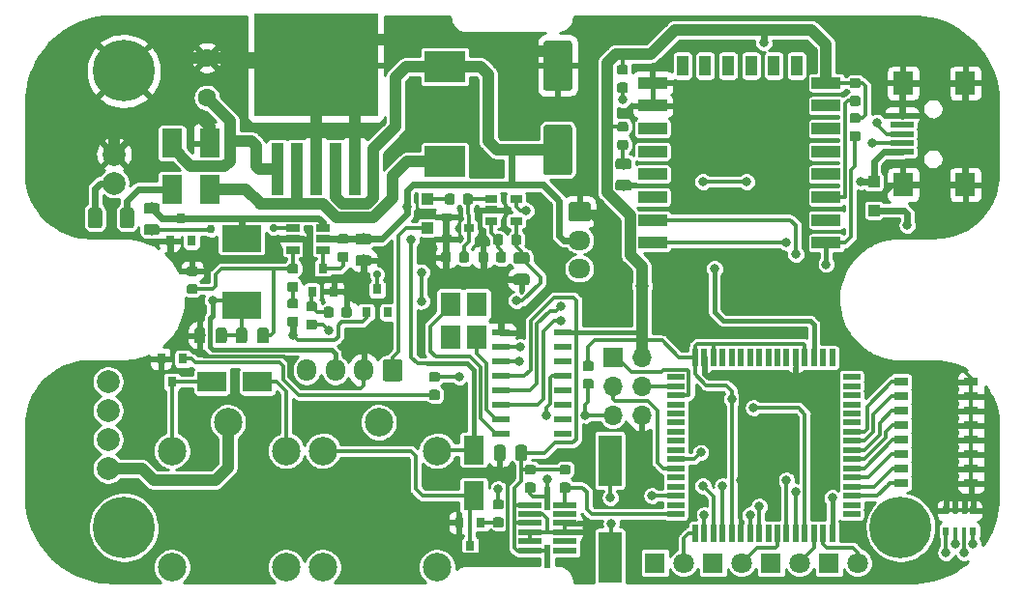
<source format=gbr>
G04 #@! TF.GenerationSoftware,KiCad,Pcbnew,(5.1.0-1275-gdad8c9821)*
G04 #@! TF.CreationDate,2019-07-24T10:58:06+03:00*
G04 #@! TF.ProjectId,UBD,5542442e-6b69-4636-9164-5f7063625858,rev?*
G04 #@! TF.SameCoordinates,Original*
G04 #@! TF.FileFunction,Copper,L1,Top*
G04 #@! TF.FilePolarity,Positive*
%FSLAX46Y46*%
G04 Gerber Fmt 4.6, Leading zero omitted, Abs format (unit mm)*
G04 Created by KiCad (PCBNEW (5.1.0-1275-gdad8c9821)) date 2019-07-24 10:58:06*
%MOMM*%
%LPD*%
G04 APERTURE LIST*
%ADD10R,1.100000X4.600000*%
%ADD11R,10.800000X9.000000*%
%ADD12C,0.800000*%
%ADD13C,5.400000*%
%ADD14R,1.700000X2.000000*%
%ADD15R,2.000000X0.500000*%
%ADD16C,2.500000*%
%ADD17R,1.000000X1.000000*%
%ADD18C,0.100000*%
%ADD19C,0.975000*%
%ADD20R,1.800000X1.800000*%
%ADD21C,1.800000*%
%ADD22C,0.875000*%
%ADD23C,2.000000*%
%ADD24R,2.000000X4.500000*%
%ADD25R,2.500000X1.000000*%
%ADD26R,1.000000X1.800000*%
%ADD27R,3.600000X2.700000*%
%ADD28R,1.800000X2.500000*%
%ADD29C,1.250000*%
%ADD30R,3.429000X2.413000*%
%ADD31R,1.220000X0.650000*%
%ADD32C,1.700000*%
%ADD33O,1.700000X1.950000*%
%ADD34R,0.900000X0.800000*%
%ADD35R,1.700000X1.700000*%
%ADD36O,1.700000X1.700000*%
%ADD37R,1.250000X0.760000*%
%ADD38C,1.600000*%
%ADD39O,1.950000X1.700000*%
%ADD40R,0.500000X0.800000*%
%ADD41R,0.400000X0.800000*%
%ADD42R,1.500000X0.550000*%
%ADD43R,0.550000X1.500000*%
%ADD44R,0.600000X2.000000*%
%ADD45R,2.000000X0.600000*%
%ADD46R,1.500000X0.600000*%
%ADD47R,1.060000X0.650000*%
%ADD48R,1.800000X2.100000*%
%ADD49R,0.800000X0.900000*%
%ADD50R,2.500000X1.800000*%
%ADD51C,0.750000*%
%ADD52C,0.700000*%
%ADD53C,1.200000*%
%ADD54C,0.350000*%
%ADD55C,0.600000*%
%ADD56C,0.400000*%
%ADD57C,1.000000*%
%ADD58C,0.254000*%
G04 APERTURE END LIST*
D10*
X35110000Y-28127000D03*
X36810000Y-28127000D03*
X38510000Y-28127000D03*
X40210000Y-28127000D03*
X41910000Y-28127000D03*
D11*
X38510000Y-18977000D03*
D12*
X91121210Y-58073469D03*
X89689319Y-57480360D03*
X88257428Y-58073469D03*
X87664319Y-59505360D03*
X88257428Y-60937251D03*
X89689319Y-61530360D03*
X91121210Y-60937251D03*
X91714319Y-59505360D03*
D13*
X89689319Y-59505360D03*
X21689320Y-59505360D03*
D12*
X23714320Y-59505360D03*
X23121211Y-60937251D03*
X21689320Y-61530360D03*
X20257429Y-60937251D03*
X19664320Y-59505360D03*
X20257429Y-58073469D03*
X21689320Y-57480360D03*
X23121211Y-58073469D03*
X23121211Y-18073469D03*
X21689320Y-17480360D03*
X20257429Y-18073469D03*
X19664320Y-19505360D03*
X20257429Y-20937251D03*
X21689320Y-21530360D03*
X23121211Y-20937251D03*
X23714320Y-19505360D03*
D13*
X21689320Y-19505360D03*
D14*
X95377000Y-20564000D03*
X89927000Y-20564000D03*
X95377000Y-29464000D03*
X89927000Y-29464000D03*
D15*
X89827000Y-23414000D03*
X89827000Y-24214000D03*
X89827000Y-25014000D03*
X89827000Y-25814000D03*
X89827000Y-26614000D03*
D16*
X44016000Y-50292000D03*
X49116000Y-52792000D03*
X39116000Y-52792000D03*
X39116000Y-62992000D03*
X49116000Y-62992000D03*
X30808000Y-50292000D03*
X35908000Y-52792000D03*
X25908000Y-52792000D03*
X25908000Y-62992000D03*
X35908000Y-62992000D03*
D17*
X87376000Y-31710000D03*
X87376000Y-29210000D03*
D18*
G36*
X57064529Y-35423554D02*
G01*
X57143607Y-35476393D01*
X57196446Y-35555471D01*
X57215000Y-35648750D01*
X57215000Y-36136250D01*
X57196446Y-36229529D01*
X57143607Y-36308607D01*
X57064529Y-36361446D01*
X56971250Y-36380000D01*
X56058750Y-36380000D01*
X55965471Y-36361446D01*
X55886393Y-36308607D01*
X55833554Y-36229529D01*
X55815000Y-36136250D01*
X55815000Y-35648750D01*
X55833554Y-35555471D01*
X55886393Y-35476393D01*
X55965471Y-35423554D01*
X56058750Y-35405000D01*
X56971250Y-35405000D01*
X57064529Y-35423554D01*
X57064529Y-35423554D01*
G37*
D19*
X56515000Y-35892500D03*
D18*
G36*
X57064529Y-37298554D02*
G01*
X57143607Y-37351393D01*
X57196446Y-37430471D01*
X57215000Y-37523750D01*
X57215000Y-38011250D01*
X57196446Y-38104529D01*
X57143607Y-38183607D01*
X57064529Y-38236446D01*
X56971250Y-38255000D01*
X56058750Y-38255000D01*
X55965471Y-38236446D01*
X55886393Y-38183607D01*
X55833554Y-38104529D01*
X55815000Y-38011250D01*
X55815000Y-37523750D01*
X55833554Y-37430471D01*
X55886393Y-37351393D01*
X55965471Y-37298554D01*
X56058750Y-37280000D01*
X56971250Y-37280000D01*
X57064529Y-37298554D01*
X57064529Y-37298554D01*
G37*
D19*
X56515000Y-37767500D03*
D20*
X83439000Y-62611000D03*
D21*
X85979000Y-62611000D03*
D20*
X68199000Y-62611000D03*
D21*
X70739000Y-62611000D03*
D20*
X73279000Y-62611000D03*
D21*
X75819000Y-62611000D03*
D20*
X78359000Y-62611000D03*
D21*
X80899000Y-62611000D03*
D18*
G36*
X60664962Y-54011151D02*
G01*
X60735930Y-54058570D01*
X60783349Y-54129538D01*
X60800000Y-54213250D01*
X60800000Y-54650750D01*
X60783349Y-54734462D01*
X60735930Y-54805430D01*
X60664962Y-54852849D01*
X60581250Y-54869500D01*
X60068750Y-54869500D01*
X59985038Y-54852849D01*
X59914070Y-54805430D01*
X59866651Y-54734462D01*
X59850000Y-54650750D01*
X59850000Y-54213250D01*
X59866651Y-54129538D01*
X59914070Y-54058570D01*
X59985038Y-54011151D01*
X60068750Y-53994500D01*
X60581250Y-53994500D01*
X60664962Y-54011151D01*
X60664962Y-54011151D01*
G37*
D22*
X60325000Y-54432000D03*
D18*
G36*
X60664962Y-55586151D02*
G01*
X60735930Y-55633570D01*
X60783349Y-55704538D01*
X60800000Y-55788250D01*
X60800000Y-56225750D01*
X60783349Y-56309462D01*
X60735930Y-56380430D01*
X60664962Y-56427849D01*
X60581250Y-56444500D01*
X60068750Y-56444500D01*
X59985038Y-56427849D01*
X59914070Y-56380430D01*
X59866651Y-56309462D01*
X59850000Y-56225750D01*
X59850000Y-55788250D01*
X59866651Y-55704538D01*
X59914070Y-55633570D01*
X59985038Y-55586151D01*
X60068750Y-55569500D01*
X60581250Y-55569500D01*
X60664962Y-55586151D01*
X60664962Y-55586151D01*
G37*
D22*
X60325000Y-56007000D03*
D23*
X20828000Y-26797000D03*
X20828000Y-29337000D03*
D24*
X64262000Y-62144800D03*
X64262000Y-53644800D03*
D25*
X83200000Y-34550000D03*
X83200000Y-32550000D03*
X83200000Y-30550000D03*
X83200000Y-28550000D03*
X83200000Y-26550000D03*
X83200000Y-24550000D03*
X83200000Y-22550000D03*
X83200000Y-20550000D03*
D26*
X80600000Y-19050000D03*
X78600000Y-19050000D03*
X76600000Y-19050000D03*
X74600000Y-19050000D03*
X72600000Y-19050000D03*
X70600000Y-19050000D03*
D25*
X68000000Y-20550000D03*
X68000000Y-22550000D03*
X68000000Y-24550000D03*
X68000000Y-26550000D03*
X68000000Y-28550000D03*
X68000000Y-30550000D03*
X68000000Y-32550000D03*
X68000000Y-34550000D03*
D27*
X49800000Y-19132000D03*
X49800000Y-27432000D03*
D28*
X25908000Y-25845000D03*
X25908000Y-29845000D03*
D18*
G36*
X22441671Y-31529030D02*
G01*
X22522777Y-31583223D01*
X22576970Y-31664329D01*
X22596000Y-31760000D01*
X22596000Y-33010000D01*
X22576970Y-33105671D01*
X22522777Y-33186777D01*
X22441671Y-33240970D01*
X22346000Y-33260000D01*
X21596000Y-33260000D01*
X21500329Y-33240970D01*
X21419223Y-33186777D01*
X21365030Y-33105671D01*
X21346000Y-33010000D01*
X21346000Y-31760000D01*
X21365030Y-31664329D01*
X21419223Y-31583223D01*
X21500329Y-31529030D01*
X21596000Y-31510000D01*
X22346000Y-31510000D01*
X22441671Y-31529030D01*
X22441671Y-31529030D01*
G37*
D29*
X21971000Y-32385000D03*
D18*
G36*
X19641671Y-31529030D02*
G01*
X19722777Y-31583223D01*
X19776970Y-31664329D01*
X19796000Y-31760000D01*
X19796000Y-33010000D01*
X19776970Y-33105671D01*
X19722777Y-33186777D01*
X19641671Y-33240970D01*
X19546000Y-33260000D01*
X18796000Y-33260000D01*
X18700329Y-33240970D01*
X18619223Y-33186777D01*
X18565030Y-33105671D01*
X18546000Y-33010000D01*
X18546000Y-31760000D01*
X18565030Y-31664329D01*
X18619223Y-31583223D01*
X18700329Y-31529030D01*
X18796000Y-31510000D01*
X19546000Y-31510000D01*
X19641671Y-31529030D01*
X19641671Y-31529030D01*
G37*
D29*
X19171000Y-32385000D03*
D30*
X32004000Y-34163000D03*
X32004000Y-40005000D03*
D28*
X52324000Y-56705000D03*
X52324000Y-52705000D03*
D31*
X36496000Y-33274000D03*
X36496000Y-34224000D03*
X36496000Y-35174000D03*
X39116000Y-35174000D03*
X39116000Y-34224000D03*
X39116000Y-33274000D03*
D18*
G36*
X45907671Y-44764030D02*
G01*
X45988777Y-44818223D01*
X46042970Y-44899329D01*
X46062000Y-44995000D01*
X46062000Y-46445000D01*
X46042970Y-46540671D01*
X45988777Y-46621777D01*
X45907671Y-46675970D01*
X45812000Y-46695000D01*
X44612000Y-46695000D01*
X44516329Y-46675970D01*
X44435223Y-46621777D01*
X44381030Y-46540671D01*
X44362000Y-46445000D01*
X44362000Y-44995000D01*
X44381030Y-44899329D01*
X44435223Y-44818223D01*
X44516329Y-44764030D01*
X44612000Y-44745000D01*
X45812000Y-44745000D01*
X45907671Y-44764030D01*
X45907671Y-44764030D01*
G37*
D32*
X45212000Y-45720000D03*
D33*
X42712000Y-45720000D03*
X40212000Y-45720000D03*
X37712000Y-45720000D03*
D34*
X51943000Y-33274000D03*
X49943000Y-34224000D03*
X49943000Y-32324000D03*
D17*
X48260000Y-30734000D03*
X48260000Y-33234000D03*
D23*
X20320000Y-54356000D03*
X20320000Y-51816000D03*
X20320000Y-49276000D03*
X20320000Y-46736000D03*
D35*
X64516000Y-44602400D03*
D36*
X67056000Y-44602400D03*
X64516000Y-47142400D03*
X67056000Y-47142400D03*
X64516000Y-49682400D03*
X67056000Y-49682400D03*
D37*
X89735000Y-46736000D03*
X95885000Y-55626000D03*
X89735000Y-48006000D03*
X95885000Y-54356000D03*
X89735000Y-49276000D03*
X95885000Y-53086000D03*
X89735000Y-50546000D03*
X95885000Y-51816000D03*
X89735000Y-51816000D03*
X95885000Y-50546000D03*
X89735000Y-53086000D03*
X95885000Y-49276000D03*
X89735000Y-54356000D03*
X95885000Y-48006000D03*
X89735000Y-55626000D03*
X95885000Y-46736000D03*
D38*
X28956000Y-21844000D03*
X28956000Y-18344000D03*
D18*
G36*
X60785671Y-16835030D02*
G01*
X60866777Y-16889223D01*
X60920970Y-16970329D01*
X60940000Y-17066000D01*
X60940000Y-20966000D01*
X60920970Y-21061671D01*
X60866777Y-21142777D01*
X60785671Y-21196970D01*
X60690000Y-21216000D01*
X58690000Y-21216000D01*
X58594329Y-21196970D01*
X58513223Y-21142777D01*
X58459030Y-21061671D01*
X58440000Y-20966000D01*
X58440000Y-17066000D01*
X58459030Y-16970329D01*
X58513223Y-16889223D01*
X58594329Y-16835030D01*
X58690000Y-16816000D01*
X60690000Y-16816000D01*
X60785671Y-16835030D01*
X60785671Y-16835030D01*
G37*
D16*
X59690000Y-19016000D03*
D18*
G36*
X60785671Y-24235030D02*
G01*
X60866777Y-24289223D01*
X60920970Y-24370329D01*
X60940000Y-24466000D01*
X60940000Y-28366000D01*
X60920970Y-28461671D01*
X60866777Y-28542777D01*
X60785671Y-28596970D01*
X60690000Y-28616000D01*
X58690000Y-28616000D01*
X58594329Y-28596970D01*
X58513223Y-28542777D01*
X58459030Y-28461671D01*
X58440000Y-28366000D01*
X58440000Y-24466000D01*
X58459030Y-24370329D01*
X58513223Y-24289223D01*
X58594329Y-24235030D01*
X58690000Y-24216000D01*
X60690000Y-24216000D01*
X60785671Y-24235030D01*
X60785671Y-24235030D01*
G37*
D16*
X59690000Y-26416000D03*
D28*
X29210000Y-25845000D03*
X29210000Y-29845000D03*
D18*
G36*
X65979929Y-29045854D02*
G01*
X66059007Y-29098693D01*
X66111846Y-29177771D01*
X66130400Y-29271050D01*
X66130400Y-29758550D01*
X66111846Y-29851829D01*
X66059007Y-29930907D01*
X65979929Y-29983746D01*
X65886650Y-30002300D01*
X64974150Y-30002300D01*
X64880871Y-29983746D01*
X64801793Y-29930907D01*
X64748954Y-29851829D01*
X64730400Y-29758550D01*
X64730400Y-29271050D01*
X64748954Y-29177771D01*
X64801793Y-29098693D01*
X64880871Y-29045854D01*
X64974150Y-29027300D01*
X65886650Y-29027300D01*
X65979929Y-29045854D01*
X65979929Y-29045854D01*
G37*
D19*
X65430400Y-29514800D03*
D18*
G36*
X65979929Y-27170854D02*
G01*
X66059007Y-27223693D01*
X66111846Y-27302771D01*
X66130400Y-27396050D01*
X66130400Y-27883550D01*
X66111846Y-27976829D01*
X66059007Y-28055907D01*
X65979929Y-28108746D01*
X65886650Y-28127300D01*
X64974150Y-28127300D01*
X64880871Y-28108746D01*
X64801793Y-28055907D01*
X64748954Y-27976829D01*
X64730400Y-27883550D01*
X64730400Y-27396050D01*
X64748954Y-27302771D01*
X64801793Y-27223693D01*
X64880871Y-27170854D01*
X64974150Y-27152300D01*
X65886650Y-27152300D01*
X65979929Y-27170854D01*
X65979929Y-27170854D01*
G37*
D19*
X65430400Y-27639800D03*
D39*
X61595000Y-36830000D03*
X61595000Y-34330000D03*
D18*
G36*
X62415671Y-30999030D02*
G01*
X62496777Y-31053223D01*
X62550970Y-31134329D01*
X62570000Y-31230000D01*
X62570000Y-32430000D01*
X62550970Y-32525671D01*
X62496777Y-32606777D01*
X62415671Y-32660970D01*
X62320000Y-32680000D01*
X60870000Y-32680000D01*
X60774329Y-32660970D01*
X60693223Y-32606777D01*
X60639030Y-32525671D01*
X60620000Y-32430000D01*
X60620000Y-31230000D01*
X60639030Y-31134329D01*
X60693223Y-31053223D01*
X60774329Y-30999030D01*
X60870000Y-30980000D01*
X62320000Y-30980000D01*
X62415671Y-30999030D01*
X62415671Y-30999030D01*
G37*
D32*
X61595000Y-31830000D03*
D18*
G36*
X65714962Y-23963151D02*
G01*
X65785930Y-24010570D01*
X65833349Y-24081538D01*
X65850000Y-24165250D01*
X65850000Y-24602750D01*
X65833349Y-24686462D01*
X65785930Y-24757430D01*
X65714962Y-24804849D01*
X65631250Y-24821500D01*
X65118750Y-24821500D01*
X65035038Y-24804849D01*
X64964070Y-24757430D01*
X64916651Y-24686462D01*
X64900000Y-24602750D01*
X64900000Y-24165250D01*
X64916651Y-24081538D01*
X64964070Y-24010570D01*
X65035038Y-23963151D01*
X65118750Y-23946500D01*
X65631250Y-23946500D01*
X65714962Y-23963151D01*
X65714962Y-23963151D01*
G37*
D22*
X65375000Y-24384000D03*
D18*
G36*
X65714962Y-25538151D02*
G01*
X65785930Y-25585570D01*
X65833349Y-25656538D01*
X65850000Y-25740250D01*
X65850000Y-26177750D01*
X65833349Y-26261462D01*
X65785930Y-26332430D01*
X65714962Y-26379849D01*
X65631250Y-26396500D01*
X65118750Y-26396500D01*
X65035038Y-26379849D01*
X64964070Y-26332430D01*
X64916651Y-26261462D01*
X64900000Y-26177750D01*
X64900000Y-25740250D01*
X64916651Y-25656538D01*
X64964070Y-25585570D01*
X65035038Y-25538151D01*
X65118750Y-25521500D01*
X65631250Y-25521500D01*
X65714962Y-25538151D01*
X65714962Y-25538151D01*
G37*
D22*
X65375000Y-25959000D03*
D18*
G36*
X62696962Y-46493151D02*
G01*
X62767930Y-46540570D01*
X62815349Y-46611538D01*
X62832000Y-46695250D01*
X62832000Y-47132750D01*
X62815349Y-47216462D01*
X62767930Y-47287430D01*
X62696962Y-47334849D01*
X62613250Y-47351500D01*
X62100750Y-47351500D01*
X62017038Y-47334849D01*
X61946070Y-47287430D01*
X61898651Y-47216462D01*
X61882000Y-47132750D01*
X61882000Y-46695250D01*
X61898651Y-46611538D01*
X61946070Y-46540570D01*
X62017038Y-46493151D01*
X62100750Y-46476500D01*
X62613250Y-46476500D01*
X62696962Y-46493151D01*
X62696962Y-46493151D01*
G37*
D22*
X62357000Y-46914000D03*
D18*
G36*
X62696962Y-44918151D02*
G01*
X62767930Y-44965570D01*
X62815349Y-45036538D01*
X62832000Y-45120250D01*
X62832000Y-45557750D01*
X62815349Y-45641462D01*
X62767930Y-45712430D01*
X62696962Y-45759849D01*
X62613250Y-45776500D01*
X62100750Y-45776500D01*
X62017038Y-45759849D01*
X61946070Y-45712430D01*
X61898651Y-45641462D01*
X61882000Y-45557750D01*
X61882000Y-45120250D01*
X61898651Y-45036538D01*
X61946070Y-44965570D01*
X62017038Y-44918151D01*
X62100750Y-44901500D01*
X62613250Y-44901500D01*
X62696962Y-44918151D01*
X62696962Y-44918151D01*
G37*
D22*
X62357000Y-45339000D03*
D40*
X93669000Y-59828000D03*
D41*
X95269000Y-59828000D03*
X94469000Y-59828000D03*
D40*
X96069000Y-59828000D03*
D41*
X94469000Y-58028000D03*
D40*
X93669000Y-58028000D03*
D41*
X95269000Y-58028000D03*
D40*
X96069000Y-58028000D03*
D18*
G36*
X65697962Y-18959151D02*
G01*
X65768930Y-19006570D01*
X65816349Y-19077538D01*
X65833000Y-19161250D01*
X65833000Y-19598750D01*
X65816349Y-19682462D01*
X65768930Y-19753430D01*
X65697962Y-19800849D01*
X65614250Y-19817500D01*
X65101750Y-19817500D01*
X65018038Y-19800849D01*
X64947070Y-19753430D01*
X64899651Y-19682462D01*
X64883000Y-19598750D01*
X64883000Y-19161250D01*
X64899651Y-19077538D01*
X64947070Y-19006570D01*
X65018038Y-18959151D01*
X65101750Y-18942500D01*
X65614250Y-18942500D01*
X65697962Y-18959151D01*
X65697962Y-18959151D01*
G37*
D22*
X65358000Y-19380000D03*
D18*
G36*
X65697962Y-20534151D02*
G01*
X65768930Y-20581570D01*
X65816349Y-20652538D01*
X65833000Y-20736250D01*
X65833000Y-21173750D01*
X65816349Y-21257462D01*
X65768930Y-21328430D01*
X65697962Y-21375849D01*
X65614250Y-21392500D01*
X65101750Y-21392500D01*
X65018038Y-21375849D01*
X64947070Y-21328430D01*
X64899651Y-21257462D01*
X64883000Y-21173750D01*
X64883000Y-20736250D01*
X64899651Y-20652538D01*
X64947070Y-20581570D01*
X65018038Y-20534151D01*
X65101750Y-20517500D01*
X65614250Y-20517500D01*
X65697962Y-20534151D01*
X65697962Y-20534151D01*
G37*
D22*
X65358000Y-20955000D03*
D18*
G36*
X57616962Y-55586151D02*
G01*
X57687930Y-55633570D01*
X57735349Y-55704538D01*
X57752000Y-55788250D01*
X57752000Y-56225750D01*
X57735349Y-56309462D01*
X57687930Y-56380430D01*
X57616962Y-56427849D01*
X57533250Y-56444500D01*
X57020750Y-56444500D01*
X56937038Y-56427849D01*
X56866070Y-56380430D01*
X56818651Y-56309462D01*
X56802000Y-56225750D01*
X56802000Y-55788250D01*
X56818651Y-55704538D01*
X56866070Y-55633570D01*
X56937038Y-55586151D01*
X57020750Y-55569500D01*
X57533250Y-55569500D01*
X57616962Y-55586151D01*
X57616962Y-55586151D01*
G37*
D22*
X57277000Y-56007000D03*
D18*
G36*
X57616962Y-54011151D02*
G01*
X57687930Y-54058570D01*
X57735349Y-54129538D01*
X57752000Y-54213250D01*
X57752000Y-54650750D01*
X57735349Y-54734462D01*
X57687930Y-54805430D01*
X57616962Y-54852849D01*
X57533250Y-54869500D01*
X57020750Y-54869500D01*
X56937038Y-54852849D01*
X56866070Y-54805430D01*
X56818651Y-54734462D01*
X56802000Y-54650750D01*
X56802000Y-54213250D01*
X56818651Y-54129538D01*
X56866070Y-54058570D01*
X56937038Y-54011151D01*
X57020750Y-53994500D01*
X57533250Y-53994500D01*
X57616962Y-54011151D01*
X57616962Y-54011151D01*
G37*
D22*
X57277000Y-54432000D03*
D18*
G36*
X86064963Y-24776151D02*
G01*
X86135931Y-24823570D01*
X86183350Y-24894538D01*
X86200001Y-24978250D01*
X86200001Y-25415750D01*
X86183350Y-25499462D01*
X86135931Y-25570430D01*
X86064963Y-25617849D01*
X85981251Y-25634500D01*
X85468751Y-25634500D01*
X85385039Y-25617849D01*
X85314071Y-25570430D01*
X85266652Y-25499462D01*
X85250001Y-25415750D01*
X85250001Y-24978250D01*
X85266652Y-24894538D01*
X85314071Y-24823570D01*
X85385039Y-24776151D01*
X85468751Y-24759500D01*
X85981251Y-24759500D01*
X86064963Y-24776151D01*
X86064963Y-24776151D01*
G37*
D22*
X85725001Y-25197000D03*
D18*
G36*
X86064963Y-23201151D02*
G01*
X86135931Y-23248570D01*
X86183350Y-23319538D01*
X86200001Y-23403250D01*
X86200001Y-23840750D01*
X86183350Y-23924462D01*
X86135931Y-23995430D01*
X86064963Y-24042849D01*
X85981251Y-24059500D01*
X85468751Y-24059500D01*
X85385039Y-24042849D01*
X85314071Y-23995430D01*
X85266652Y-23924462D01*
X85250001Y-23840750D01*
X85250001Y-23403250D01*
X85266652Y-23319538D01*
X85314071Y-23248570D01*
X85385039Y-23201151D01*
X85468751Y-23184500D01*
X85981251Y-23184500D01*
X86064963Y-23201151D01*
X86064963Y-23201151D01*
G37*
D22*
X85725001Y-23622000D03*
D18*
G36*
X86064962Y-20129151D02*
G01*
X86135930Y-20176570D01*
X86183349Y-20247538D01*
X86200000Y-20331250D01*
X86200000Y-20768750D01*
X86183349Y-20852462D01*
X86135930Y-20923430D01*
X86064962Y-20970849D01*
X85981250Y-20987500D01*
X85468750Y-20987500D01*
X85385038Y-20970849D01*
X85314070Y-20923430D01*
X85266651Y-20852462D01*
X85250000Y-20768750D01*
X85250000Y-20331250D01*
X85266651Y-20247538D01*
X85314070Y-20176570D01*
X85385038Y-20129151D01*
X85468750Y-20112500D01*
X85981250Y-20112500D01*
X86064962Y-20129151D01*
X86064962Y-20129151D01*
G37*
D22*
X85725000Y-20550000D03*
D18*
G36*
X86064962Y-21704151D02*
G01*
X86135930Y-21751570D01*
X86183349Y-21822538D01*
X86200000Y-21906250D01*
X86200000Y-22343750D01*
X86183349Y-22427462D01*
X86135930Y-22498430D01*
X86064962Y-22545849D01*
X85981250Y-22562500D01*
X85468750Y-22562500D01*
X85385038Y-22545849D01*
X85314070Y-22498430D01*
X85266651Y-22427462D01*
X85250000Y-22343750D01*
X85250000Y-21906250D01*
X85266651Y-21822538D01*
X85314070Y-21751570D01*
X85385038Y-21704151D01*
X85468750Y-21687500D01*
X85981250Y-21687500D01*
X86064962Y-21704151D01*
X86064962Y-21704151D01*
G37*
D22*
X85725000Y-22125000D03*
D18*
G36*
X54822962Y-57059151D02*
G01*
X54893930Y-57106570D01*
X54941349Y-57177538D01*
X54958000Y-57261250D01*
X54958000Y-57698750D01*
X54941349Y-57782462D01*
X54893930Y-57853430D01*
X54822962Y-57900849D01*
X54739250Y-57917500D01*
X54226750Y-57917500D01*
X54143038Y-57900849D01*
X54072070Y-57853430D01*
X54024651Y-57782462D01*
X54008000Y-57698750D01*
X54008000Y-57261250D01*
X54024651Y-57177538D01*
X54072070Y-57106570D01*
X54143038Y-57059151D01*
X54226750Y-57042500D01*
X54739250Y-57042500D01*
X54822962Y-57059151D01*
X54822962Y-57059151D01*
G37*
D22*
X54483000Y-57480000D03*
D18*
G36*
X54822962Y-58634151D02*
G01*
X54893930Y-58681570D01*
X54941349Y-58752538D01*
X54958000Y-58836250D01*
X54958000Y-59273750D01*
X54941349Y-59357462D01*
X54893930Y-59428430D01*
X54822962Y-59475849D01*
X54739250Y-59492500D01*
X54226750Y-59492500D01*
X54143038Y-59475849D01*
X54072070Y-59428430D01*
X54024651Y-59357462D01*
X54008000Y-59273750D01*
X54008000Y-58836250D01*
X54024651Y-58752538D01*
X54072070Y-58681570D01*
X54143038Y-58634151D01*
X54226750Y-58617500D01*
X54739250Y-58617500D01*
X54822962Y-58634151D01*
X54822962Y-58634151D01*
G37*
D22*
X54483000Y-59055000D03*
D18*
G36*
X49234962Y-47458151D02*
G01*
X49305930Y-47505570D01*
X49353349Y-47576538D01*
X49370000Y-47660250D01*
X49370000Y-48097750D01*
X49353349Y-48181462D01*
X49305930Y-48252430D01*
X49234962Y-48299849D01*
X49151250Y-48316500D01*
X48638750Y-48316500D01*
X48555038Y-48299849D01*
X48484070Y-48252430D01*
X48436651Y-48181462D01*
X48420000Y-48097750D01*
X48420000Y-47660250D01*
X48436651Y-47576538D01*
X48484070Y-47505570D01*
X48555038Y-47458151D01*
X48638750Y-47441500D01*
X49151250Y-47441500D01*
X49234962Y-47458151D01*
X49234962Y-47458151D01*
G37*
D22*
X48895000Y-47879000D03*
D18*
G36*
X49234962Y-45883151D02*
G01*
X49305930Y-45930570D01*
X49353349Y-46001538D01*
X49370000Y-46085250D01*
X49370000Y-46522750D01*
X49353349Y-46606462D01*
X49305930Y-46677430D01*
X49234962Y-46724849D01*
X49151250Y-46741500D01*
X48638750Y-46741500D01*
X48555038Y-46724849D01*
X48484070Y-46677430D01*
X48436651Y-46606462D01*
X48420000Y-46522750D01*
X48420000Y-46085250D01*
X48436651Y-46001538D01*
X48484070Y-45930570D01*
X48555038Y-45883151D01*
X48638750Y-45866500D01*
X49151250Y-45866500D01*
X49234962Y-45883151D01*
X49234962Y-45883151D01*
G37*
D22*
X48895000Y-46304000D03*
D18*
G36*
X50213462Y-35355651D02*
G01*
X50284430Y-35403070D01*
X50331849Y-35474038D01*
X50348500Y-35557750D01*
X50348500Y-36070250D01*
X50331849Y-36153962D01*
X50284430Y-36224930D01*
X50213462Y-36272349D01*
X50129750Y-36289000D01*
X49692250Y-36289000D01*
X49608538Y-36272349D01*
X49537570Y-36224930D01*
X49490151Y-36153962D01*
X49473500Y-36070250D01*
X49473500Y-35557750D01*
X49490151Y-35474038D01*
X49537570Y-35403070D01*
X49608538Y-35355651D01*
X49692250Y-35339000D01*
X50129750Y-35339000D01*
X50213462Y-35355651D01*
X50213462Y-35355651D01*
G37*
D22*
X49911000Y-35814000D03*
D18*
G36*
X51788462Y-35355651D02*
G01*
X51859430Y-35403070D01*
X51906849Y-35474038D01*
X51923500Y-35557750D01*
X51923500Y-36070250D01*
X51906849Y-36153962D01*
X51859430Y-36224930D01*
X51788462Y-36272349D01*
X51704750Y-36289000D01*
X51267250Y-36289000D01*
X51183538Y-36272349D01*
X51112570Y-36224930D01*
X51065151Y-36153962D01*
X51048500Y-36070250D01*
X51048500Y-35557750D01*
X51065151Y-35474038D01*
X51112570Y-35403070D01*
X51183538Y-35355651D01*
X51267250Y-35339000D01*
X51704750Y-35339000D01*
X51788462Y-35355651D01*
X51788462Y-35355651D01*
G37*
D22*
X51486000Y-35814000D03*
D18*
G36*
X53464462Y-35355651D02*
G01*
X53535430Y-35403070D01*
X53582849Y-35474038D01*
X53599500Y-35557750D01*
X53599500Y-36070250D01*
X53582849Y-36153962D01*
X53535430Y-36224930D01*
X53464462Y-36272349D01*
X53380750Y-36289000D01*
X52943250Y-36289000D01*
X52859538Y-36272349D01*
X52788570Y-36224930D01*
X52741151Y-36153962D01*
X52724500Y-36070250D01*
X52724500Y-35557750D01*
X52741151Y-35474038D01*
X52788570Y-35403070D01*
X52859538Y-35355651D01*
X52943250Y-35339000D01*
X53380750Y-35339000D01*
X53464462Y-35355651D01*
X53464462Y-35355651D01*
G37*
D22*
X53162000Y-35814000D03*
D18*
G36*
X55039462Y-35355651D02*
G01*
X55110430Y-35403070D01*
X55157849Y-35474038D01*
X55174500Y-35557750D01*
X55174500Y-36070250D01*
X55157849Y-36153962D01*
X55110430Y-36224930D01*
X55039462Y-36272349D01*
X54955750Y-36289000D01*
X54518250Y-36289000D01*
X54434538Y-36272349D01*
X54363570Y-36224930D01*
X54316151Y-36153962D01*
X54299500Y-36070250D01*
X54299500Y-35557750D01*
X54316151Y-35474038D01*
X54363570Y-35403070D01*
X54434538Y-35355651D01*
X54518250Y-35339000D01*
X54955750Y-35339000D01*
X55039462Y-35355651D01*
X55039462Y-35355651D01*
G37*
D22*
X54737000Y-35814000D03*
D18*
G36*
X54775462Y-33831651D02*
G01*
X54846430Y-33879070D01*
X54893849Y-33950038D01*
X54910500Y-34033750D01*
X54910500Y-34546250D01*
X54893849Y-34629962D01*
X54846430Y-34700930D01*
X54775462Y-34748349D01*
X54691750Y-34765000D01*
X54254250Y-34765000D01*
X54170538Y-34748349D01*
X54099570Y-34700930D01*
X54052151Y-34629962D01*
X54035500Y-34546250D01*
X54035500Y-34033750D01*
X54052151Y-33950038D01*
X54099570Y-33879070D01*
X54170538Y-33831651D01*
X54254250Y-33815000D01*
X54691750Y-33815000D01*
X54775462Y-33831651D01*
X54775462Y-33831651D01*
G37*
D22*
X54473000Y-34290000D03*
D18*
G36*
X56350462Y-33831651D02*
G01*
X56421430Y-33879070D01*
X56468849Y-33950038D01*
X56485500Y-34033750D01*
X56485500Y-34546250D01*
X56468849Y-34629962D01*
X56421430Y-34700930D01*
X56350462Y-34748349D01*
X56266750Y-34765000D01*
X55829250Y-34765000D01*
X55745538Y-34748349D01*
X55674570Y-34700930D01*
X55627151Y-34629962D01*
X55610500Y-34546250D01*
X55610500Y-34033750D01*
X55627151Y-33950038D01*
X55674570Y-33879070D01*
X55745538Y-33831651D01*
X55829250Y-33815000D01*
X56266750Y-33815000D01*
X56350462Y-33831651D01*
X56350462Y-33831651D01*
G37*
D22*
X56048000Y-34290000D03*
D18*
G36*
X52118462Y-30275651D02*
G01*
X52189430Y-30323070D01*
X52236849Y-30394038D01*
X52253500Y-30477750D01*
X52253500Y-30990250D01*
X52236849Y-31073962D01*
X52189430Y-31144930D01*
X52118462Y-31192349D01*
X52034750Y-31209000D01*
X51597250Y-31209000D01*
X51513538Y-31192349D01*
X51442570Y-31144930D01*
X51395151Y-31073962D01*
X51378500Y-30990250D01*
X51378500Y-30477750D01*
X51395151Y-30394038D01*
X51442570Y-30323070D01*
X51513538Y-30275651D01*
X51597250Y-30259000D01*
X52034750Y-30259000D01*
X52118462Y-30275651D01*
X52118462Y-30275651D01*
G37*
D22*
X51816000Y-30734000D03*
D18*
G36*
X50543462Y-30275651D02*
G01*
X50614430Y-30323070D01*
X50661849Y-30394038D01*
X50678500Y-30477750D01*
X50678500Y-30990250D01*
X50661849Y-31073962D01*
X50614430Y-31144930D01*
X50543462Y-31192349D01*
X50459750Y-31209000D01*
X50022250Y-31209000D01*
X49938538Y-31192349D01*
X49867570Y-31144930D01*
X49820151Y-31073962D01*
X49803500Y-30990250D01*
X49803500Y-30477750D01*
X49820151Y-30394038D01*
X49867570Y-30323070D01*
X49938538Y-30275651D01*
X50022250Y-30259000D01*
X50459750Y-30259000D01*
X50543462Y-30275651D01*
X50543462Y-30275651D01*
G37*
D22*
X50241000Y-30734000D03*
D42*
X70024000Y-46324000D03*
X70024000Y-47124000D03*
X70024000Y-47924000D03*
X70024000Y-48724000D03*
X70024000Y-49524000D03*
X70024000Y-50324000D03*
X70024000Y-51124000D03*
X70024000Y-51924000D03*
X70024000Y-52724000D03*
X70024000Y-53524000D03*
X70024000Y-54324000D03*
X70024000Y-55124000D03*
X70024000Y-55924000D03*
X70024000Y-56724000D03*
X70024000Y-57524000D03*
X70024000Y-58324000D03*
D43*
X71724000Y-60024000D03*
X72524000Y-60024000D03*
X73324000Y-60024000D03*
X74124000Y-60024000D03*
X74924000Y-60024000D03*
X75724000Y-60024000D03*
X76524000Y-60024000D03*
X77324000Y-60024000D03*
X78124000Y-60024000D03*
X78924000Y-60024000D03*
X79724000Y-60024000D03*
X80524000Y-60024000D03*
X81324000Y-60024000D03*
X82124000Y-60024000D03*
X82924000Y-60024000D03*
X83724000Y-60024000D03*
D42*
X85424000Y-58324000D03*
X85424000Y-57524000D03*
X85424000Y-56724000D03*
X85424000Y-55924000D03*
X85424000Y-55124000D03*
X85424000Y-54324000D03*
X85424000Y-53524000D03*
X85424000Y-52724000D03*
X85424000Y-51924000D03*
X85424000Y-51124000D03*
X85424000Y-50324000D03*
X85424000Y-49524000D03*
X85424000Y-48724000D03*
X85424000Y-47924000D03*
X85424000Y-47124000D03*
X85424000Y-46324000D03*
D43*
X83724000Y-44624000D03*
X82924000Y-44624000D03*
X82124000Y-44624000D03*
X81324000Y-44624000D03*
X80524000Y-44624000D03*
X79724000Y-44624000D03*
X78924000Y-44624000D03*
X78124000Y-44624000D03*
X77324000Y-44624000D03*
X76524000Y-44624000D03*
X75724000Y-44624000D03*
X74924000Y-44624000D03*
X74124000Y-44624000D03*
X73324000Y-44624000D03*
X72524000Y-44624000D03*
X71724000Y-44624000D03*
D44*
X58801000Y-56991000D03*
D45*
X60325000Y-57531000D03*
X60325000Y-58331000D03*
X60325000Y-59131000D03*
X60325000Y-59931000D03*
X60325000Y-60731000D03*
X60325000Y-61531000D03*
D44*
X58801000Y-62071000D03*
D45*
X57277000Y-61531000D03*
X57277000Y-60731000D03*
X57277000Y-59931000D03*
X57277000Y-59131000D03*
X57277000Y-58331000D03*
X57277000Y-57531000D03*
D46*
X54737000Y-42418000D03*
X54737000Y-43688000D03*
X54737000Y-44958000D03*
X54737000Y-46228000D03*
X54737000Y-47498000D03*
X54737000Y-48768000D03*
X54737000Y-50038000D03*
X54737000Y-51308000D03*
X60137000Y-51308000D03*
X60137000Y-50038000D03*
X60137000Y-48768000D03*
X60137000Y-47498000D03*
X60137000Y-46228000D03*
X60137000Y-44958000D03*
X60137000Y-43688000D03*
X60137000Y-42418000D03*
D47*
X53848000Y-30734000D03*
X53848000Y-31684000D03*
X53848000Y-32634000D03*
X56048000Y-32634000D03*
X56048000Y-30734000D03*
D48*
X52592000Y-39952000D03*
X52592000Y-42852000D03*
X50292000Y-42852000D03*
X50292000Y-39952000D03*
D49*
X52004000Y-61087000D03*
X51054000Y-59087000D03*
X52954000Y-59087000D03*
X25908000Y-46736000D03*
X24958000Y-44736000D03*
X26858000Y-44736000D03*
D50*
X33401000Y-46736000D03*
X29401000Y-46736000D03*
D18*
G36*
X56822029Y-52277554D02*
G01*
X56901107Y-52330393D01*
X56953946Y-52409471D01*
X56972500Y-52502750D01*
X56972500Y-53415250D01*
X56953946Y-53508529D01*
X56901107Y-53587607D01*
X56822029Y-53640446D01*
X56728750Y-53659000D01*
X56241250Y-53659000D01*
X56147971Y-53640446D01*
X56068893Y-53587607D01*
X56016054Y-53508529D01*
X55997500Y-53415250D01*
X55997500Y-52502750D01*
X56016054Y-52409471D01*
X56068893Y-52330393D01*
X56147971Y-52277554D01*
X56241250Y-52259000D01*
X56728750Y-52259000D01*
X56822029Y-52277554D01*
X56822029Y-52277554D01*
G37*
D19*
X56485000Y-52959000D03*
D18*
G36*
X54947029Y-52277554D02*
G01*
X55026107Y-52330393D01*
X55078946Y-52409471D01*
X55097500Y-52502750D01*
X55097500Y-53415250D01*
X55078946Y-53508529D01*
X55026107Y-53587607D01*
X54947029Y-53640446D01*
X54853750Y-53659000D01*
X54366250Y-53659000D01*
X54272971Y-53640446D01*
X54193893Y-53587607D01*
X54141054Y-53508529D01*
X54122500Y-53415250D01*
X54122500Y-52502750D01*
X54141054Y-52409471D01*
X54193893Y-52330393D01*
X54272971Y-52277554D01*
X54366250Y-52259000D01*
X54853750Y-52259000D01*
X54947029Y-52277554D01*
X54947029Y-52277554D01*
G37*
D19*
X54610000Y-52959000D03*
D18*
G36*
X43221529Y-33755054D02*
G01*
X43300607Y-33807893D01*
X43353446Y-33886971D01*
X43372000Y-33980250D01*
X43372000Y-34467750D01*
X43353446Y-34561029D01*
X43300607Y-34640107D01*
X43221529Y-34692946D01*
X43128250Y-34711500D01*
X42215750Y-34711500D01*
X42122471Y-34692946D01*
X42043393Y-34640107D01*
X41990554Y-34561029D01*
X41972000Y-34467750D01*
X41972000Y-33980250D01*
X41990554Y-33886971D01*
X42043393Y-33807893D01*
X42122471Y-33755054D01*
X42215750Y-33736500D01*
X43128250Y-33736500D01*
X43221529Y-33755054D01*
X43221529Y-33755054D01*
G37*
D19*
X42672000Y-34224000D03*
D18*
G36*
X43221529Y-35630054D02*
G01*
X43300607Y-35682893D01*
X43353446Y-35761971D01*
X43372000Y-35855250D01*
X43372000Y-36342750D01*
X43353446Y-36436029D01*
X43300607Y-36515107D01*
X43221529Y-36567946D01*
X43128250Y-36586500D01*
X42215750Y-36586500D01*
X42122471Y-36567946D01*
X42043393Y-36515107D01*
X41990554Y-36436029D01*
X41972000Y-36342750D01*
X41972000Y-35855250D01*
X41990554Y-35761971D01*
X42043393Y-35682893D01*
X42122471Y-35630054D01*
X42215750Y-35611500D01*
X43128250Y-35611500D01*
X43221529Y-35630054D01*
X43221529Y-35630054D01*
G37*
D19*
X42672000Y-36099000D03*
D18*
G36*
X24679529Y-31057054D02*
G01*
X24758607Y-31109893D01*
X24811446Y-31188971D01*
X24830000Y-31282250D01*
X24830000Y-31769750D01*
X24811446Y-31863029D01*
X24758607Y-31942107D01*
X24679529Y-31994946D01*
X24586250Y-32013500D01*
X23673750Y-32013500D01*
X23580471Y-31994946D01*
X23501393Y-31942107D01*
X23448554Y-31863029D01*
X23430000Y-31769750D01*
X23430000Y-31282250D01*
X23448554Y-31188971D01*
X23501393Y-31109893D01*
X23580471Y-31057054D01*
X23673750Y-31038500D01*
X24586250Y-31038500D01*
X24679529Y-31057054D01*
X24679529Y-31057054D01*
G37*
D19*
X24130000Y-31526000D03*
D18*
G36*
X24679529Y-32932054D02*
G01*
X24758607Y-32984893D01*
X24811446Y-33063971D01*
X24830000Y-33157250D01*
X24830000Y-33644750D01*
X24811446Y-33738029D01*
X24758607Y-33817107D01*
X24679529Y-33869946D01*
X24586250Y-33888500D01*
X23673750Y-33888500D01*
X23580471Y-33869946D01*
X23501393Y-33817107D01*
X23448554Y-33738029D01*
X23430000Y-33644750D01*
X23430000Y-33157250D01*
X23448554Y-33063971D01*
X23501393Y-32984893D01*
X23580471Y-32932054D01*
X23673750Y-32913500D01*
X24586250Y-32913500D01*
X24679529Y-32932054D01*
X24679529Y-32932054D01*
G37*
D19*
X24130000Y-33401000D03*
D18*
G36*
X30563029Y-41990554D02*
G01*
X30642107Y-42043393D01*
X30694946Y-42122471D01*
X30713500Y-42215750D01*
X30713500Y-43128250D01*
X30694946Y-43221529D01*
X30642107Y-43300607D01*
X30563029Y-43353446D01*
X30469750Y-43372000D01*
X29982250Y-43372000D01*
X29888971Y-43353446D01*
X29809893Y-43300607D01*
X29757054Y-43221529D01*
X29738500Y-43128250D01*
X29738500Y-42215750D01*
X29757054Y-42122471D01*
X29809893Y-42043393D01*
X29888971Y-41990554D01*
X29982250Y-41972000D01*
X30469750Y-41972000D01*
X30563029Y-41990554D01*
X30563029Y-41990554D01*
G37*
D19*
X30226000Y-42672000D03*
D18*
G36*
X28688029Y-41990554D02*
G01*
X28767107Y-42043393D01*
X28819946Y-42122471D01*
X28838500Y-42215750D01*
X28838500Y-43128250D01*
X28819946Y-43221529D01*
X28767107Y-43300607D01*
X28688029Y-43353446D01*
X28594750Y-43372000D01*
X28107250Y-43372000D01*
X28013971Y-43353446D01*
X27934893Y-43300607D01*
X27882054Y-43221529D01*
X27863500Y-43128250D01*
X27863500Y-42215750D01*
X27882054Y-42122471D01*
X27934893Y-42043393D01*
X28013971Y-41990554D01*
X28107250Y-41972000D01*
X28594750Y-41972000D01*
X28688029Y-41990554D01*
X28688029Y-41990554D01*
G37*
D19*
X28351000Y-42672000D03*
D18*
G36*
X34216029Y-41990554D02*
G01*
X34295107Y-42043393D01*
X34347946Y-42122471D01*
X34366500Y-42215750D01*
X34366500Y-43128250D01*
X34347946Y-43221529D01*
X34295107Y-43300607D01*
X34216029Y-43353446D01*
X34122750Y-43372000D01*
X33635250Y-43372000D01*
X33541971Y-43353446D01*
X33462893Y-43300607D01*
X33410054Y-43221529D01*
X33391500Y-43128250D01*
X33391500Y-42215750D01*
X33410054Y-42122471D01*
X33462893Y-42043393D01*
X33541971Y-41990554D01*
X33635250Y-41972000D01*
X34122750Y-41972000D01*
X34216029Y-41990554D01*
X34216029Y-41990554D01*
G37*
D19*
X33879000Y-42672000D03*
D18*
G36*
X32341029Y-41990554D02*
G01*
X32420107Y-42043393D01*
X32472946Y-42122471D01*
X32491500Y-42215750D01*
X32491500Y-43128250D01*
X32472946Y-43221529D01*
X32420107Y-43300607D01*
X32341029Y-43353446D01*
X32247750Y-43372000D01*
X31760250Y-43372000D01*
X31666971Y-43353446D01*
X31587893Y-43300607D01*
X31535054Y-43221529D01*
X31516500Y-43128250D01*
X31516500Y-42215750D01*
X31535054Y-42122471D01*
X31587893Y-42043393D01*
X31666971Y-41990554D01*
X31760250Y-41972000D01*
X32247750Y-41972000D01*
X32341029Y-41990554D01*
X32341029Y-41990554D01*
G37*
D19*
X32004000Y-42672000D03*
D49*
X26670000Y-32381011D03*
X27620000Y-34381011D03*
X25720000Y-34381011D03*
X42926000Y-40640000D03*
X44826000Y-40640000D03*
X43876000Y-38640000D03*
X39116000Y-36830000D03*
X40066000Y-38830000D03*
X38166000Y-38830000D03*
D18*
G36*
X38465462Y-41286151D02*
G01*
X38536430Y-41333570D01*
X38583849Y-41404538D01*
X38600500Y-41488250D01*
X38600500Y-41925750D01*
X38583849Y-42009462D01*
X38536430Y-42080430D01*
X38465462Y-42127849D01*
X38381750Y-42144500D01*
X37869250Y-42144500D01*
X37785538Y-42127849D01*
X37714570Y-42080430D01*
X37667151Y-42009462D01*
X37650500Y-41925750D01*
X37650500Y-41488250D01*
X37667151Y-41404538D01*
X37714570Y-41333570D01*
X37785538Y-41286151D01*
X37869250Y-41269500D01*
X38381750Y-41269500D01*
X38465462Y-41286151D01*
X38465462Y-41286151D01*
G37*
D22*
X38125500Y-41707000D03*
D18*
G36*
X38465462Y-39711151D02*
G01*
X38536430Y-39758570D01*
X38583849Y-39829538D01*
X38600500Y-39913250D01*
X38600500Y-40350750D01*
X38583849Y-40434462D01*
X38536430Y-40505430D01*
X38465462Y-40552849D01*
X38381750Y-40569500D01*
X37869250Y-40569500D01*
X37785538Y-40552849D01*
X37714570Y-40505430D01*
X37667151Y-40434462D01*
X37650500Y-40350750D01*
X37650500Y-39913250D01*
X37667151Y-39829538D01*
X37714570Y-39758570D01*
X37785538Y-39711151D01*
X37869250Y-39694500D01*
X38381750Y-39694500D01*
X38465462Y-39711151D01*
X38465462Y-39711151D01*
G37*
D22*
X38125500Y-40132000D03*
D18*
G36*
X41233962Y-33803151D02*
G01*
X41304930Y-33850570D01*
X41352349Y-33921538D01*
X41369000Y-34005250D01*
X41369000Y-34442750D01*
X41352349Y-34526462D01*
X41304930Y-34597430D01*
X41233962Y-34644849D01*
X41150250Y-34661500D01*
X40637750Y-34661500D01*
X40554038Y-34644849D01*
X40483070Y-34597430D01*
X40435651Y-34526462D01*
X40419000Y-34442750D01*
X40419000Y-34005250D01*
X40435651Y-33921538D01*
X40483070Y-33850570D01*
X40554038Y-33803151D01*
X40637750Y-33786500D01*
X41150250Y-33786500D01*
X41233962Y-33803151D01*
X41233962Y-33803151D01*
G37*
D22*
X40894000Y-34224000D03*
D18*
G36*
X41233962Y-35378151D02*
G01*
X41304930Y-35425570D01*
X41352349Y-35496538D01*
X41369000Y-35580250D01*
X41369000Y-36017750D01*
X41352349Y-36101462D01*
X41304930Y-36172430D01*
X41233962Y-36219849D01*
X41150250Y-36236500D01*
X40637750Y-36236500D01*
X40554038Y-36219849D01*
X40483070Y-36172430D01*
X40435651Y-36101462D01*
X40419000Y-36017750D01*
X40419000Y-35580250D01*
X40435651Y-35496538D01*
X40483070Y-35425570D01*
X40554038Y-35378151D01*
X40637750Y-35361500D01*
X41150250Y-35361500D01*
X41233962Y-35378151D01*
X41233962Y-35378151D01*
G37*
D22*
X40894000Y-35799000D03*
D18*
G36*
X36835962Y-41032151D02*
G01*
X36906930Y-41079570D01*
X36954349Y-41150538D01*
X36971000Y-41234250D01*
X36971000Y-41671750D01*
X36954349Y-41755462D01*
X36906930Y-41826430D01*
X36835962Y-41873849D01*
X36752250Y-41890500D01*
X36239750Y-41890500D01*
X36156038Y-41873849D01*
X36085070Y-41826430D01*
X36037651Y-41755462D01*
X36021000Y-41671750D01*
X36021000Y-41234250D01*
X36037651Y-41150538D01*
X36085070Y-41079570D01*
X36156038Y-41032151D01*
X36239750Y-41015500D01*
X36752250Y-41015500D01*
X36835962Y-41032151D01*
X36835962Y-41032151D01*
G37*
D22*
X36496000Y-41453000D03*
D18*
G36*
X36835962Y-39457151D02*
G01*
X36906930Y-39504570D01*
X36954349Y-39575538D01*
X36971000Y-39659250D01*
X36971000Y-40096750D01*
X36954349Y-40180462D01*
X36906930Y-40251430D01*
X36835962Y-40298849D01*
X36752250Y-40315500D01*
X36239750Y-40315500D01*
X36156038Y-40298849D01*
X36085070Y-40251430D01*
X36037651Y-40180462D01*
X36021000Y-40096750D01*
X36021000Y-39659250D01*
X36037651Y-39575538D01*
X36085070Y-39504570D01*
X36156038Y-39457151D01*
X36239750Y-39440500D01*
X36752250Y-39440500D01*
X36835962Y-39457151D01*
X36835962Y-39457151D01*
G37*
D22*
X36496000Y-39878000D03*
D18*
G36*
X36835962Y-36409151D02*
G01*
X36906930Y-36456570D01*
X36954349Y-36527538D01*
X36971000Y-36611250D01*
X36971000Y-37048750D01*
X36954349Y-37132462D01*
X36906930Y-37203430D01*
X36835962Y-37250849D01*
X36752250Y-37267500D01*
X36239750Y-37267500D01*
X36156038Y-37250849D01*
X36085070Y-37203430D01*
X36037651Y-37132462D01*
X36021000Y-37048750D01*
X36021000Y-36611250D01*
X36037651Y-36527538D01*
X36085070Y-36456570D01*
X36156038Y-36409151D01*
X36239750Y-36392500D01*
X36752250Y-36392500D01*
X36835962Y-36409151D01*
X36835962Y-36409151D01*
G37*
D22*
X36496000Y-36830000D03*
D18*
G36*
X36835962Y-37984151D02*
G01*
X36906930Y-38031570D01*
X36954349Y-38102538D01*
X36971000Y-38186250D01*
X36971000Y-38623750D01*
X36954349Y-38707462D01*
X36906930Y-38778430D01*
X36835962Y-38825849D01*
X36752250Y-38842500D01*
X36239750Y-38842500D01*
X36156038Y-38825849D01*
X36085070Y-38778430D01*
X36037651Y-38707462D01*
X36021000Y-38623750D01*
X36021000Y-38186250D01*
X36037651Y-38102538D01*
X36085070Y-38031570D01*
X36156038Y-37984151D01*
X36239750Y-37967500D01*
X36752250Y-37967500D01*
X36835962Y-37984151D01*
X36835962Y-37984151D01*
G37*
D22*
X36496000Y-38405000D03*
D18*
G36*
X28025962Y-38187151D02*
G01*
X28096930Y-38234570D01*
X28144349Y-38305538D01*
X28161000Y-38389250D01*
X28161000Y-38826750D01*
X28144349Y-38910462D01*
X28096930Y-38981430D01*
X28025962Y-39028849D01*
X27942250Y-39045500D01*
X27429750Y-39045500D01*
X27346038Y-39028849D01*
X27275070Y-38981430D01*
X27227651Y-38910462D01*
X27211000Y-38826750D01*
X27211000Y-38389250D01*
X27227651Y-38305538D01*
X27275070Y-38234570D01*
X27346038Y-38187151D01*
X27429750Y-38170500D01*
X27942250Y-38170500D01*
X28025962Y-38187151D01*
X28025962Y-38187151D01*
G37*
D22*
X27686000Y-38608000D03*
D18*
G36*
X28025962Y-36612151D02*
G01*
X28096930Y-36659570D01*
X28144349Y-36730538D01*
X28161000Y-36814250D01*
X28161000Y-37251750D01*
X28144349Y-37335462D01*
X28096930Y-37406430D01*
X28025962Y-37453849D01*
X27942250Y-37470500D01*
X27429750Y-37470500D01*
X27346038Y-37453849D01*
X27275070Y-37406430D01*
X27227651Y-37335462D01*
X27211000Y-37251750D01*
X27211000Y-36814250D01*
X27227651Y-36730538D01*
X27275070Y-36659570D01*
X27346038Y-36612151D01*
X27429750Y-36595500D01*
X27942250Y-36595500D01*
X28025962Y-36612151D01*
X28025962Y-36612151D01*
G37*
D22*
X27686000Y-37033000D03*
D18*
G36*
X39926462Y-40181651D02*
G01*
X39997430Y-40229070D01*
X40044849Y-40300038D01*
X40061500Y-40383750D01*
X40061500Y-40896250D01*
X40044849Y-40979962D01*
X39997430Y-41050930D01*
X39926462Y-41098349D01*
X39842750Y-41115000D01*
X39405250Y-41115000D01*
X39321538Y-41098349D01*
X39250570Y-41050930D01*
X39203151Y-40979962D01*
X39186500Y-40896250D01*
X39186500Y-40383750D01*
X39203151Y-40300038D01*
X39250570Y-40229070D01*
X39321538Y-40181651D01*
X39405250Y-40165000D01*
X39842750Y-40165000D01*
X39926462Y-40181651D01*
X39926462Y-40181651D01*
G37*
D22*
X39624000Y-40640000D03*
D18*
G36*
X41501462Y-40181651D02*
G01*
X41572430Y-40229070D01*
X41619849Y-40300038D01*
X41636500Y-40383750D01*
X41636500Y-40896250D01*
X41619849Y-40979962D01*
X41572430Y-41050930D01*
X41501462Y-41098349D01*
X41417750Y-41115000D01*
X40980250Y-41115000D01*
X40896538Y-41098349D01*
X40825570Y-41050930D01*
X40778151Y-40979962D01*
X40761500Y-40896250D01*
X40761500Y-40383750D01*
X40778151Y-40300038D01*
X40825570Y-40229070D01*
X40896538Y-40181651D01*
X40980250Y-40165000D01*
X41417750Y-40165000D01*
X41501462Y-40181651D01*
X41501462Y-40181651D01*
G37*
D22*
X41199000Y-40640000D03*
D12*
X62107000Y-49682400D03*
X54483016Y-56134000D03*
X72202863Y-52944174D03*
X64275010Y-56896000D03*
X64389000Y-59168990D03*
X87249004Y-25781000D03*
X46863000Y-34290000D03*
X46482000Y-31369000D03*
X87630000Y-24003000D03*
X86233000Y-29210000D03*
X90283000Y-33020000D03*
X97155000Y-25146000D03*
X56895992Y-31750000D03*
D51*
X29344312Y-33386291D03*
D12*
X83724000Y-56896000D03*
X93669000Y-61722000D03*
X96069000Y-60960000D03*
X95269000Y-61722000D03*
X94469000Y-60960000D03*
D52*
X34798000Y-33274000D03*
X43876000Y-37338000D03*
D12*
X77324000Y-57658000D03*
X76524000Y-58420000D03*
X80518000Y-56388000D03*
X80518000Y-35560000D03*
X79724000Y-55372000D03*
X79724000Y-34544000D03*
X76835000Y-49022000D03*
X56048000Y-39624000D03*
X51054000Y-46304000D03*
X67945000Y-56724000D03*
X83200000Y-36449000D03*
X58801000Y-55245000D03*
X72524000Y-58420000D03*
X59944000Y-40132000D03*
X59944000Y-41402000D03*
X76200000Y-29210000D03*
X72390000Y-29210000D03*
X39624000Y-42215000D03*
X47752000Y-37135000D03*
X47752000Y-39675000D03*
X65358000Y-22018000D03*
X73406000Y-36830000D03*
X72390000Y-55880000D03*
X56327000Y-44958000D03*
X56388000Y-43688000D03*
X58674000Y-49682400D03*
X74124000Y-55880000D03*
X74930000Y-48260000D03*
X77724000Y-17018000D03*
X29464000Y-39624000D03*
X36496000Y-42672000D03*
D53*
X67056000Y-38354000D03*
D12*
X55423999Y-55118000D03*
X54737000Y-40894000D03*
D53*
X29408499Y-35869501D03*
D12*
X75700000Y-55372000D03*
X28351000Y-40894000D03*
X62484000Y-59944000D03*
X71120000Y-24130000D03*
X36830000Y-24892000D03*
X47625000Y-24130000D03*
X52197000Y-24130000D03*
X40894000Y-50292000D03*
X47498000Y-50292000D03*
D54*
X66846999Y-43389001D02*
X67106800Y-43129200D01*
X66846999Y-43732999D02*
X66846999Y-43389001D01*
X67106800Y-43129200D02*
X68834000Y-43129200D01*
X68834000Y-43129200D02*
X70328800Y-44624000D01*
X70328800Y-44624000D02*
X71724000Y-44624000D01*
X62357000Y-43662600D02*
X62941200Y-43078400D01*
X62357000Y-45339000D02*
X62357000Y-43662600D01*
X62941200Y-43078400D02*
X66802000Y-43078400D01*
X66802000Y-43078400D02*
X66846999Y-43123399D01*
X66846999Y-43123399D02*
X66846999Y-43732999D01*
X58674000Y-49022000D02*
X58674000Y-49682400D01*
X62107000Y-48789400D02*
X62107000Y-49682400D01*
X64516000Y-49682400D02*
X62107000Y-49682400D01*
X71074001Y-45673999D02*
X71173990Y-45773988D01*
X71173990Y-45773988D02*
X71173990Y-47874010D01*
X68973999Y-45673999D02*
X71074001Y-45673999D01*
X68775598Y-45872400D02*
X68973999Y-45673999D01*
X66157398Y-45872400D02*
X68775598Y-45872400D01*
X64516000Y-44958000D02*
X65242998Y-44958000D01*
X65242998Y-44958000D02*
X66157398Y-45872400D01*
X71173990Y-47874010D02*
X71124000Y-47924000D01*
X71124000Y-47924000D02*
X70024000Y-47924000D01*
X70024000Y-47124000D02*
X67430000Y-47124000D01*
X67430000Y-47124000D02*
X67056000Y-47498000D01*
X64703402Y-48412400D02*
X64516000Y-48224998D01*
X67589400Y-48412400D02*
X64703402Y-48412400D01*
X68453000Y-49276000D02*
X67589400Y-48412400D01*
X68924000Y-54324000D02*
X68453000Y-53853000D01*
X68453000Y-53853000D02*
X68453000Y-49276000D01*
X70024000Y-54324000D02*
X68924000Y-54324000D01*
X64516000Y-48224998D02*
X64516000Y-47498000D01*
X62107000Y-48789400D02*
X62357000Y-48539400D01*
X62357000Y-48539400D02*
X62357000Y-46914000D01*
X58547000Y-52959000D02*
X59436000Y-52070000D01*
X56485000Y-52959000D02*
X58547000Y-52959000D01*
X59436000Y-52070000D02*
X61010002Y-52070000D01*
X61010002Y-52070000D02*
X61307183Y-51772819D01*
X61307183Y-51772819D02*
X61307183Y-42451817D01*
X61307183Y-42451817D02*
X61341000Y-42418000D01*
X51303999Y-61912001D02*
X51054000Y-61662002D01*
X54927999Y-61912001D02*
X51303999Y-61912001D01*
X55333010Y-61506990D02*
X54927999Y-61912001D01*
X55333010Y-55839659D02*
X55333010Y-61506990D01*
X55423999Y-55118000D02*
X55423999Y-55748670D01*
X51054000Y-59887000D02*
X51054000Y-59087000D01*
X55423999Y-55748670D02*
X55333010Y-55839659D01*
X51054000Y-61662002D02*
X51054000Y-59887000D01*
X71623037Y-53524000D02*
X71802864Y-53344173D01*
X71802864Y-53344173D02*
X72202863Y-52944174D01*
X54483016Y-57353016D02*
X54483016Y-56699685D01*
X64262000Y-53848000D02*
X64262000Y-56882990D01*
X54610000Y-57480000D02*
X54483016Y-57353016D01*
X64262000Y-56882990D02*
X64275010Y-56896000D01*
X70024000Y-53524000D02*
X71623037Y-53524000D01*
X54483016Y-56699685D02*
X54483016Y-56134000D01*
X55901999Y-59076999D02*
X55901999Y-57425999D01*
X55901999Y-61319001D02*
X55901999Y-59076999D01*
X57277000Y-59131000D02*
X55927000Y-59131000D01*
X55927000Y-59131000D02*
X55901999Y-59105999D01*
X55901999Y-59105999D02*
X55901999Y-59076999D01*
X55901999Y-57425999D02*
X55901999Y-56048501D01*
X57277000Y-57531000D02*
X55927000Y-57531000D01*
X55927000Y-57531000D02*
X55901999Y-57505999D01*
X55901999Y-57505999D02*
X55901999Y-57425999D01*
X56102250Y-55848250D02*
X55910020Y-56040480D01*
X56476990Y-55473510D02*
X56102250Y-55848250D01*
X55901999Y-56048501D02*
X56102250Y-55848250D01*
X64389000Y-62602000D02*
X64389000Y-59168990D01*
X56476990Y-54394010D02*
X56476990Y-55473510D01*
X52004000Y-61087000D02*
X52004000Y-57025000D01*
X52004000Y-57025000D02*
X52324000Y-56705000D01*
X52954000Y-59087000D02*
X54451000Y-59087000D01*
X54451000Y-59087000D02*
X54483000Y-59055000D01*
X58331000Y-58331000D02*
X58788000Y-58788000D01*
X57277000Y-58331000D02*
X58331000Y-58331000D01*
X58788000Y-58788000D02*
X58788000Y-59931000D01*
D55*
X63070010Y-32590010D02*
X62310000Y-31830000D01*
X63070010Y-37767990D02*
X63070010Y-32590010D01*
X62230000Y-38608000D02*
X63070010Y-37767990D01*
X58930505Y-38608000D02*
X62230000Y-38608000D01*
X54737000Y-40894000D02*
X56644505Y-40894000D01*
X56644505Y-40894000D02*
X58930505Y-38608000D01*
X62310000Y-31830000D02*
X61595000Y-31830000D01*
D54*
X58166000Y-37543500D02*
X57067233Y-36444733D01*
X54737000Y-46228000D02*
X56769000Y-46228000D01*
X56769000Y-46228000D02*
X57319980Y-45677020D01*
X57277000Y-47498000D02*
X57869990Y-46905010D01*
X57869990Y-46905010D02*
X57869991Y-41652449D01*
X57869991Y-41652449D02*
X58990441Y-40531999D01*
X58990441Y-40531999D02*
X59544001Y-40531999D01*
X56613685Y-39624000D02*
X58166000Y-38071685D01*
X58420000Y-42360315D02*
X59378315Y-41402000D01*
X58166000Y-38071685D02*
X58166000Y-37543500D01*
X59378315Y-41402000D02*
X59944000Y-41402000D01*
X56048000Y-39624000D02*
X56613685Y-39624000D01*
X58420000Y-48260000D02*
X58420000Y-42360315D01*
X57912000Y-48768000D02*
X58420000Y-48260000D01*
X54737000Y-48768000D02*
X57912000Y-48768000D01*
X59544001Y-40531999D02*
X59944000Y-40132000D01*
X57319980Y-45677020D02*
X57319980Y-41424629D01*
X57067233Y-36444733D02*
X56515000Y-35892500D01*
X57319980Y-41424629D02*
X59387609Y-39356999D01*
X59387609Y-39356999D02*
X59576001Y-39356999D01*
X54737000Y-47498000D02*
X57277000Y-47498000D01*
X87282004Y-25814000D02*
X87249004Y-25781000D01*
X89827000Y-25814000D02*
X87282004Y-25814000D01*
D56*
X52324000Y-45720000D02*
X51743832Y-45139832D01*
X52324000Y-53721000D02*
X52324000Y-45720000D01*
D54*
X52592000Y-42852000D02*
X52592000Y-44252000D01*
X52592000Y-44252000D02*
X53449020Y-45109020D01*
X54737000Y-51308000D02*
X54287000Y-51308000D01*
X53449020Y-45109020D02*
X53449020Y-49200020D01*
X54287000Y-51308000D02*
X52899011Y-49920011D01*
X53449020Y-49200020D02*
X54287000Y-50038000D01*
X52899011Y-49920011D02*
X52899010Y-45481822D01*
X48514000Y-41880000D02*
X50292000Y-40102000D01*
X50292000Y-40102000D02*
X50292000Y-39952000D01*
X48514000Y-44069000D02*
X48514000Y-41880000D01*
X49009821Y-44564821D02*
X48514000Y-44069000D01*
X51982009Y-44564821D02*
X49009821Y-44564821D01*
X54287000Y-50038000D02*
X54737000Y-50038000D01*
X52899010Y-45481822D02*
X51982009Y-44564821D01*
D56*
X51743832Y-45139832D02*
X48314832Y-45139832D01*
D57*
X30808000Y-54282000D02*
X29734001Y-55355999D01*
X30808000Y-50292000D02*
X30808000Y-54282000D01*
X29734001Y-55355999D02*
X24273001Y-55355999D01*
X24273001Y-55355999D02*
X23273002Y-54356000D01*
X23273002Y-54356000D02*
X20320000Y-54356000D01*
X27122000Y-18344000D02*
X28956000Y-18344000D01*
X52914000Y-19132000D02*
X46400000Y-19132000D01*
D54*
X49203000Y-52705000D02*
X49116000Y-52792000D01*
D55*
X46482000Y-29972000D02*
X46482000Y-31369000D01*
D57*
X40799999Y-31127001D02*
X40210000Y-30537002D01*
D55*
X46990000Y-29464000D02*
X46482000Y-29972000D01*
D54*
X48314832Y-45139832D02*
X47425832Y-45139832D01*
D57*
X46400000Y-19132000D02*
X45466000Y-20066000D01*
D54*
X46863000Y-44577000D02*
X46863000Y-34290000D01*
D57*
X45466000Y-24384000D02*
X43517000Y-26333000D01*
X55626000Y-26416000D02*
X54356000Y-26416000D01*
D55*
X55626000Y-26416000D02*
X55626000Y-29210000D01*
X46482000Y-32004000D02*
X44262000Y-34224000D01*
D57*
X45466000Y-20066000D02*
X45466000Y-24384000D01*
X54356000Y-26416000D02*
X53594000Y-25654000D01*
D55*
X55880000Y-29464000D02*
X54102000Y-29464000D01*
D57*
X53594000Y-25654000D02*
X53594000Y-19812000D01*
D55*
X58420000Y-29464000D02*
X55880000Y-29464000D01*
D54*
X52324000Y-52705000D02*
X49203000Y-52705000D01*
D57*
X40210000Y-30537002D02*
X40210000Y-28127000D01*
D55*
X39116000Y-34224000D02*
X42672000Y-34224000D01*
D57*
X43040999Y-31127001D02*
X40799999Y-31127001D01*
X53594000Y-19812000D02*
X52914000Y-19132000D01*
D54*
X47425832Y-45139832D02*
X46863000Y-44577000D01*
D57*
X43517000Y-26333000D02*
X43517000Y-30651000D01*
D55*
X44262000Y-34224000D02*
X42672000Y-34224000D01*
D57*
X43517000Y-30651000D02*
X43040999Y-31127001D01*
D55*
X54610000Y-29464000D02*
X54102000Y-29464000D01*
X60238000Y-34330000D02*
X59817000Y-33909000D01*
D57*
X59690000Y-26416000D02*
X55626000Y-26416000D01*
D55*
X59817000Y-33909000D02*
X59817000Y-30861000D01*
X61595000Y-34330000D02*
X60238000Y-34330000D01*
X54102000Y-29464000D02*
X46990000Y-29464000D01*
X46482000Y-31369000D02*
X46482000Y-32004000D01*
X59817000Y-30861000D02*
X58420000Y-29464000D01*
D57*
X30988000Y-25654000D02*
X30988000Y-23876000D01*
X30988000Y-27387002D02*
X30988000Y-25654000D01*
X33274000Y-26035000D02*
X32893000Y-25654000D01*
X32893000Y-25654000D02*
X30988000Y-25654000D01*
X33274000Y-27841000D02*
X33274000Y-26035000D01*
X35110000Y-28127000D02*
X33560000Y-28127000D01*
X33560000Y-28127000D02*
X33274000Y-27841000D01*
X25908000Y-26195000D02*
X27559453Y-27846453D01*
X25908000Y-25845000D02*
X25908000Y-26195000D01*
X27559453Y-27846453D02*
X30528549Y-27846453D01*
X30528549Y-27846453D02*
X30988000Y-27387002D01*
X30988000Y-23876000D02*
X28956000Y-21844000D01*
X26416000Y-23368000D02*
X21971000Y-23368000D01*
X21971000Y-23368000D02*
X20828000Y-24511000D01*
X20828000Y-24511000D02*
X20828000Y-26797000D01*
D55*
X21971000Y-30861000D02*
X22987000Y-29845000D01*
X21971000Y-32385000D02*
X21971000Y-30861000D01*
X22987000Y-29845000D02*
X24408000Y-29845000D01*
X24408000Y-29845000D02*
X25908000Y-29845000D01*
X19171000Y-31410000D02*
X19177000Y-31404000D01*
X19171000Y-32385000D02*
X19171000Y-31410000D01*
X19177000Y-31404000D02*
X19177000Y-29809370D01*
X19177000Y-29809370D02*
X19649370Y-29337000D01*
X19649370Y-29337000D02*
X20828000Y-29337000D01*
D54*
X88138000Y-30480000D02*
X89154000Y-29464000D01*
X86614000Y-30480000D02*
X88138000Y-30480000D01*
X86106000Y-30988000D02*
X86614000Y-30480000D01*
X84186060Y-36808940D02*
X84186060Y-36717940D01*
X86106000Y-34798000D02*
X86106000Y-30988000D01*
X84186060Y-36717940D02*
X86106000Y-34798000D01*
X89154000Y-29464000D02*
X89927000Y-29464000D01*
X86360000Y-23622000D02*
X86614000Y-23368000D01*
X85725001Y-23622000D02*
X86360000Y-23622000D01*
X86614000Y-23368000D02*
X86614000Y-20828000D01*
X86614000Y-20828000D02*
X86336000Y-20550000D01*
X86336000Y-20550000D02*
X85725000Y-20550000D01*
X87630000Y-24167000D02*
X87630000Y-24003000D01*
X88477000Y-25014000D02*
X87630000Y-24167000D01*
X89827000Y-25014000D02*
X88477000Y-25014000D01*
X85725001Y-27812999D02*
X85375011Y-28162989D01*
X85725001Y-25197000D02*
X85725001Y-27812999D01*
X85375011Y-28162989D02*
X85375011Y-34004989D01*
X85375011Y-34004989D02*
X84830000Y-34550000D01*
X84830000Y-34550000D02*
X83200000Y-34550000D01*
D55*
X87376000Y-29210000D02*
X86233000Y-29210000D01*
X90283000Y-31990000D02*
X90003000Y-31710000D01*
X90003000Y-31710000D02*
X87376000Y-31710000D01*
X90283000Y-33020000D02*
X90283000Y-31990000D01*
X87376000Y-27465000D02*
X87376000Y-29210000D01*
X89827000Y-26614000D02*
X88227000Y-26614000D01*
X88227000Y-26614000D02*
X87376000Y-27465000D01*
X97155000Y-25146000D02*
X95377000Y-25146000D01*
X89827000Y-23414000D02*
X89827000Y-20664000D01*
X89827000Y-20664000D02*
X89927000Y-20564000D01*
X89927000Y-29464000D02*
X95377000Y-29464000D01*
X95377000Y-20564000D02*
X89927000Y-20564000D01*
X95377000Y-29464000D02*
X95377000Y-20564000D01*
D54*
X58993266Y-48702734D02*
X58993266Y-46418500D01*
X58993266Y-46418500D02*
X59183766Y-46228000D01*
X59183766Y-46228000D02*
X60137000Y-46228000D01*
D56*
X53162000Y-33613002D02*
X52855590Y-33306592D01*
X53162000Y-35814000D02*
X53162000Y-33613002D01*
X52855590Y-33306592D02*
X52855590Y-31853410D01*
X52855590Y-31853410D02*
X53025000Y-31684000D01*
X53025000Y-31684000D02*
X53848000Y-31684000D01*
D54*
X51816000Y-32004000D02*
X51943000Y-32131000D01*
X51943000Y-32131000D02*
X51943000Y-33274000D01*
X51816000Y-30734000D02*
X51816000Y-32004000D01*
X51486000Y-34874000D02*
X51943000Y-34417000D01*
X51943000Y-34417000D02*
X51943000Y-33274000D01*
X51486000Y-35814000D02*
X51486000Y-34874000D01*
D55*
X49911000Y-35814000D02*
X49911000Y-32356000D01*
X49911000Y-32356000D02*
X49943000Y-32324000D01*
X50340500Y-37767500D02*
X49911000Y-37338000D01*
X54150500Y-37767500D02*
X50340500Y-37767500D01*
X49911000Y-37338000D02*
X49911000Y-35814000D01*
X53164500Y-37767500D02*
X53162000Y-37765000D01*
X53162000Y-37765000D02*
X53162000Y-35814000D01*
X56515000Y-37767500D02*
X54150500Y-37767500D01*
X54150500Y-37767500D02*
X53413500Y-37767500D01*
X54737000Y-40894000D02*
X54737000Y-38735000D01*
D54*
X54737000Y-38735000D02*
X54737000Y-38227000D01*
D55*
X54737000Y-38735000D02*
X54737000Y-37767500D01*
D54*
X56048000Y-34838000D02*
X56515000Y-35305000D01*
X56048000Y-34290000D02*
X56048000Y-34838000D01*
X56515000Y-35305000D02*
X56515000Y-35892500D01*
D57*
X40302938Y-32327010D02*
X43538060Y-32327010D01*
X33642999Y-31102999D02*
X33642999Y-31127001D01*
X29210000Y-29845000D02*
X32385000Y-29845000D01*
X39102929Y-31127001D02*
X40302938Y-32327010D01*
X33642999Y-31127001D02*
X39102929Y-31127001D01*
X32385000Y-29845000D02*
X33642999Y-31102999D01*
X43538060Y-32327010D02*
X45212000Y-30653070D01*
X45212000Y-30653070D02*
X45212000Y-28702000D01*
X45212000Y-28702000D02*
X46482000Y-27432000D01*
X46482000Y-27432000D02*
X49800000Y-27432000D01*
D54*
X46429999Y-33234000D02*
X45720000Y-33943999D01*
X48260000Y-33234000D02*
X46429999Y-33234000D01*
X45720000Y-33943999D02*
X45720000Y-44137000D01*
X45720000Y-44137000D02*
X45212000Y-44645000D01*
X45212000Y-44645000D02*
X45212000Y-45720000D01*
X56389000Y-31750000D02*
X56895992Y-31750000D01*
X56048000Y-31409000D02*
X56389000Y-31750000D01*
X56048000Y-30734000D02*
X56048000Y-31409000D01*
D55*
X26670000Y-32381011D02*
X24985011Y-32381011D01*
X24985011Y-32381011D02*
X24130000Y-31526000D01*
X26673989Y-32385000D02*
X32131000Y-32385000D01*
X26670000Y-32381011D02*
X26673989Y-32385000D01*
X32131000Y-32385000D02*
X32134989Y-32381011D01*
D54*
X29329603Y-33401000D02*
X29344312Y-33386291D01*
X24130000Y-33401000D02*
X29329603Y-33401000D01*
D56*
X83724000Y-60024000D02*
X83724000Y-56896000D01*
D54*
X93669000Y-61722000D02*
X93669000Y-59828000D01*
X94469000Y-59828000D02*
X94469000Y-60960000D01*
X95269000Y-59828000D02*
X95269000Y-61722000D01*
X96069000Y-59828000D02*
X96069000Y-60960000D01*
X96069000Y-56953000D02*
X95885000Y-56769000D01*
X95885000Y-56769000D02*
X95885000Y-55626000D01*
X96069000Y-58028000D02*
X96069000Y-56953000D01*
X93669000Y-58028000D02*
X96069000Y-58028000D01*
X85979000Y-61722000D02*
X85524812Y-61267812D01*
X85979000Y-62611000D02*
X85979000Y-61722000D01*
X85524812Y-61267812D02*
X83206787Y-61267812D01*
X83206787Y-61267812D02*
X82924000Y-60985025D01*
X82924000Y-60985025D02*
X82924000Y-60024000D01*
X36496000Y-39878000D02*
X36496000Y-38405000D01*
X39624000Y-40640000D02*
X38633500Y-40640000D01*
X38633500Y-40640000D02*
X38125500Y-40132000D01*
X38125500Y-40132000D02*
X38125500Y-38870500D01*
X38125500Y-38870500D02*
X38166000Y-38830000D01*
X40640000Y-36830000D02*
X39116000Y-36830000D01*
X40894000Y-36576000D02*
X40640000Y-36830000D01*
X40894000Y-35799000D02*
X40894000Y-36576000D01*
X39116000Y-36830000D02*
X39116000Y-35174000D01*
X39116000Y-35560000D02*
X39116000Y-35174000D01*
X34798000Y-42418000D02*
X34544000Y-42672000D01*
X34544000Y-42672000D02*
X33879000Y-42672000D01*
X34798000Y-40640000D02*
X34798000Y-36830000D01*
X34798000Y-40640000D02*
X34798000Y-42418000D01*
X30226000Y-36830000D02*
X36496000Y-36830000D01*
X29718000Y-37338000D02*
X30226000Y-36830000D01*
X29718000Y-38354000D02*
X29718000Y-37338000D01*
X29464000Y-38608000D02*
X29718000Y-38354000D01*
X27686000Y-38608000D02*
X29464000Y-38608000D01*
X36496000Y-36830000D02*
X36496000Y-35174000D01*
X24178500Y-33449500D02*
X24130000Y-33401000D01*
X43876000Y-38640000D02*
X43876000Y-37338000D01*
X36496000Y-33274000D02*
X34798000Y-33274000D01*
D55*
X32134989Y-32381011D02*
X32388989Y-32381011D01*
X32004000Y-34163000D02*
X32004000Y-32512000D01*
X32004000Y-32512000D02*
X32134989Y-32381011D01*
X38738989Y-32381011D02*
X32388989Y-32381011D01*
X39116000Y-33274000D02*
X39116000Y-32758022D01*
X39116000Y-32758022D02*
X38738989Y-32381011D01*
D54*
X53848000Y-30734000D02*
X51816000Y-30734000D01*
X81280000Y-62103000D02*
X82124000Y-61259000D01*
X80899000Y-62103000D02*
X81280000Y-62103000D01*
X82124000Y-61259000D02*
X82124000Y-60024000D01*
X77137547Y-61292453D02*
X78715251Y-61292453D01*
X75819000Y-62611000D02*
X77137547Y-61292453D01*
X78715251Y-61292453D02*
X78924000Y-61083704D01*
X78924000Y-61083704D02*
X78924000Y-60024000D01*
X70739000Y-60452000D02*
X71167000Y-60024000D01*
X70739000Y-62103000D02*
X70739000Y-60452000D01*
X71167000Y-60024000D02*
X71724000Y-60024000D01*
X77324000Y-60024000D02*
X77324000Y-57658000D01*
X76524000Y-60024000D02*
X76524000Y-58420000D01*
X80518000Y-33020000D02*
X80518000Y-35560000D01*
X79794000Y-32550000D02*
X79464000Y-32550000D01*
X79464000Y-32550000D02*
X68000000Y-32550000D01*
X79464000Y-32550000D02*
X80048000Y-32550000D01*
X80518000Y-33020000D02*
X80048000Y-32550000D01*
X80518000Y-56388000D02*
X80518000Y-60018000D01*
X80518000Y-60018000D02*
X80524000Y-60024000D01*
X79470000Y-34544000D02*
X68006000Y-34544000D01*
X68006000Y-34544000D02*
X68000000Y-34550000D01*
X79724000Y-55372000D02*
X79724000Y-60024000D01*
X86757969Y-48903200D02*
X86757969Y-50890031D01*
X86757969Y-50890031D02*
X86524000Y-51124000D01*
X86524000Y-51124000D02*
X85424000Y-51124000D01*
X89408000Y-46736000D02*
X88925171Y-46736000D01*
X88925171Y-46736000D02*
X86757969Y-48903200D01*
X87307979Y-49598021D02*
X87307979Y-51162191D01*
X88900000Y-48006000D02*
X87307979Y-49598021D01*
X89408000Y-48006000D02*
X88900000Y-48006000D01*
X87307979Y-51162191D02*
X86546170Y-51924000D01*
X86546170Y-51924000D02*
X85424000Y-51924000D01*
X87857989Y-50343180D02*
X87857989Y-51390011D01*
X87857989Y-51390011D02*
X86524000Y-52724000D01*
X86524000Y-52724000D02*
X85424000Y-52724000D01*
X89408000Y-49276000D02*
X88925169Y-49276000D01*
X88925169Y-49276000D02*
X87857989Y-50343180D01*
X89408000Y-50546000D02*
X88997998Y-50546000D01*
X88997998Y-50546000D02*
X88407999Y-51135999D01*
X88407999Y-51135999D02*
X88407999Y-51640001D01*
X88407999Y-51640001D02*
X86524000Y-53524000D01*
X86524000Y-53524000D02*
X85424000Y-53524000D01*
X89408000Y-51816000D02*
X89032000Y-51816000D01*
X89032000Y-51816000D02*
X86524000Y-54324000D01*
X86524000Y-54324000D02*
X85424000Y-54324000D01*
X87630000Y-54381170D02*
X86887170Y-55124000D01*
X86887170Y-55124000D02*
X85424000Y-55124000D01*
X88900000Y-53086000D02*
X87630000Y-54356000D01*
X87630000Y-54356000D02*
X87630000Y-54381170D01*
X89408000Y-53086000D02*
X88900000Y-53086000D01*
X89408000Y-54356000D02*
X88997998Y-54356000D01*
X88997998Y-54356000D02*
X87429998Y-55924000D01*
X87429998Y-55924000D02*
X86524000Y-55924000D01*
X86524000Y-55924000D02*
X85424000Y-55924000D01*
X88646000Y-55753000D02*
X88646000Y-55740000D01*
X88646000Y-55740000D02*
X88760000Y-55626000D01*
X88760000Y-55626000D02*
X89735000Y-55626000D01*
X87675000Y-56724000D02*
X86524000Y-56724000D01*
X87675000Y-56724000D02*
X88646000Y-55753000D01*
X86524000Y-56724000D02*
X85424000Y-56724000D01*
X50241000Y-30734000D02*
X48260000Y-30734000D01*
X76835000Y-49022000D02*
X76835000Y-49022000D01*
X81324000Y-49574000D02*
X80772000Y-49022000D01*
X80772000Y-49022000D02*
X76835000Y-49022000D01*
X81324000Y-60024000D02*
X81324000Y-49574000D01*
X56048000Y-34290000D02*
X56048000Y-32634000D01*
X53848000Y-33665000D02*
X53848000Y-32634000D01*
X54473000Y-34290000D02*
X53848000Y-33665000D01*
X54737000Y-35239000D02*
X54473000Y-34975000D01*
X54737000Y-35814000D02*
X54737000Y-35239000D01*
X54473000Y-34975000D02*
X54473000Y-34290000D01*
X48895000Y-46304000D02*
X51054000Y-46304000D01*
X70024000Y-56724000D02*
X67945000Y-56724000D01*
X84836000Y-22352000D02*
X85063000Y-22125000D01*
X84836000Y-23014000D02*
X84836000Y-22352000D01*
X84825001Y-23024999D02*
X84836000Y-23014000D01*
X84825001Y-30524999D02*
X84825001Y-23024999D01*
X83200000Y-30550000D02*
X84800000Y-30550000D01*
X84800000Y-30550000D02*
X84825001Y-30524999D01*
X85063000Y-22125000D02*
X85725000Y-22125000D01*
D56*
X83200000Y-34550000D02*
X83200000Y-36449000D01*
D54*
X61849000Y-56007000D02*
X60325000Y-56007000D01*
X62230000Y-57912000D02*
X62230000Y-56388000D01*
X62230000Y-56388000D02*
X61849000Y-56007000D01*
X62642000Y-58324000D02*
X62230000Y-57912000D01*
X70024000Y-58324000D02*
X65501000Y-58324000D01*
X65501000Y-58324000D02*
X62642000Y-58324000D01*
X60325000Y-56007000D02*
X60325000Y-57531000D01*
X57501500Y-56769000D02*
X58579000Y-56769000D01*
X58801000Y-56991000D02*
X58801000Y-55245000D01*
X57277000Y-56007000D02*
X57277000Y-56544500D01*
X57277000Y-56544500D02*
X57501500Y-56769000D01*
X72524000Y-58420000D02*
X72524000Y-60024000D01*
X27939020Y-45067020D02*
X27608000Y-44736000D01*
X35323980Y-45067020D02*
X27939020Y-45067020D01*
X35644990Y-45388030D02*
X35323980Y-45067020D01*
X35644990Y-46551159D02*
X35644990Y-45388030D01*
X48895000Y-47879000D02*
X36972831Y-47879000D01*
X36972831Y-47879000D02*
X35644990Y-46551159D01*
X27608000Y-44736000D02*
X26858000Y-44736000D01*
X39116000Y-41707000D02*
X38125500Y-41707000D01*
X39624000Y-42215000D02*
X39116000Y-41707000D01*
X76200000Y-29210000D02*
X72390000Y-29210000D01*
X47752000Y-39675000D02*
X47752000Y-37135000D01*
X65358000Y-22018000D02*
X65358000Y-20955000D01*
X65405000Y-22065000D02*
X65358000Y-22018000D01*
D56*
X74168000Y-41402000D02*
X73406000Y-40640000D01*
X73406000Y-40640000D02*
X73406000Y-36830000D01*
X81788000Y-41402000D02*
X74930000Y-41402000D01*
X74930000Y-41402000D02*
X74168000Y-41402000D01*
X82124000Y-44624000D02*
X82124000Y-41738000D01*
X82124000Y-41738000D02*
X81788000Y-41402000D01*
D54*
X73324000Y-60024000D02*
X73324000Y-56814000D01*
X73324000Y-56814000D02*
X72390000Y-55880000D01*
X54737000Y-44958000D02*
X56327000Y-44958000D01*
X54737000Y-43688000D02*
X56327000Y-43688000D01*
X25908000Y-46736000D02*
X25908000Y-52792000D01*
X29401000Y-46736000D02*
X25908000Y-46736000D01*
X46823000Y-52792000D02*
X47244000Y-53213000D01*
X39116000Y-52792000D02*
X46823000Y-52792000D01*
X47244000Y-53213000D02*
X47244000Y-56134000D01*
X47244000Y-56134000D02*
X47815000Y-56705000D01*
X47815000Y-56705000D02*
X52324000Y-56705000D01*
X65375000Y-27639800D02*
X65375000Y-25959000D01*
D57*
X36810000Y-28127000D02*
X36810000Y-31127001D01*
D54*
X74124000Y-60024000D02*
X74124000Y-59226000D01*
X74124000Y-59226000D02*
X74124000Y-55880000D01*
X35052000Y-46736000D02*
X33401000Y-46736000D01*
X35908000Y-47592000D02*
X35052000Y-46736000D01*
X35908000Y-52792000D02*
X35908000Y-47592000D01*
X56476990Y-53767010D02*
X56476990Y-54394010D01*
X57277000Y-54432000D02*
X56514980Y-54432000D01*
X56514980Y-54432000D02*
X56476990Y-54394010D01*
X56485000Y-52959000D02*
X56485000Y-53759000D01*
X56485000Y-53759000D02*
X56476990Y-53767010D01*
X57277000Y-61531000D02*
X56113998Y-61531000D01*
X56113998Y-61531000D02*
X55901999Y-61319001D01*
X57277000Y-61531000D02*
X58801000Y-61531000D01*
X60325000Y-54432000D02*
X57277000Y-54432000D01*
D56*
X29238510Y-41176510D02*
X29464000Y-40951020D01*
X29238510Y-43716510D02*
X29238510Y-41176510D01*
X29464000Y-43942000D02*
X29238510Y-43716510D01*
X39878000Y-43942000D02*
X29464000Y-43942000D01*
X40212000Y-44276000D02*
X39878000Y-43942000D01*
X40212000Y-45720000D02*
X40212000Y-44276000D01*
X29464000Y-40951020D02*
X29464000Y-39624000D01*
D54*
X40742490Y-41490010D02*
X42583990Y-41490010D01*
X40449500Y-41783000D02*
X40742490Y-41490010D01*
X36895999Y-43071999D02*
X40176501Y-43071999D01*
X40449500Y-42799000D02*
X40449500Y-41783000D01*
X40176501Y-43071999D02*
X40449500Y-42799000D01*
X36496000Y-42672000D02*
X36895999Y-43071999D01*
X42583990Y-41490010D02*
X42926000Y-41148000D01*
X42926000Y-41148000D02*
X42926000Y-40640000D01*
D57*
X66049999Y-35610001D02*
X67056000Y-36616002D01*
X66049999Y-32169079D02*
X66049999Y-35610001D01*
X64008000Y-30127080D02*
X66049999Y-32169079D01*
X64008000Y-26263600D02*
X64008000Y-30127080D01*
X64008000Y-26263600D02*
X64008000Y-26972120D01*
X64008000Y-24485600D02*
X64008000Y-26263600D01*
X67056000Y-36616002D02*
X67056000Y-44958000D01*
X64008000Y-18796000D02*
X64008000Y-24485600D01*
D54*
X65375000Y-24384000D02*
X64109600Y-24384000D01*
X64109600Y-24384000D02*
X64008000Y-24485600D01*
D57*
X64804000Y-18000000D02*
X64008000Y-18796000D01*
X64990000Y-18000000D02*
X64804000Y-18000000D01*
D55*
X36496000Y-42672000D02*
X36496000Y-41453000D01*
D54*
X29464000Y-39624000D02*
X31623000Y-39624000D01*
X31623000Y-39624000D02*
X32004000Y-40005000D01*
X32004000Y-42672000D02*
X32004000Y-40005000D01*
X32004000Y-42672000D02*
X30226000Y-42672000D01*
X61073999Y-39356999D02*
X61341000Y-39624000D01*
X61341000Y-39624000D02*
X61341000Y-42418000D01*
X59576001Y-39356999D02*
X60316001Y-39356999D01*
X59576001Y-39356999D02*
X61073999Y-39356999D01*
D56*
X60137000Y-42418000D02*
X61341000Y-42418000D01*
X61341000Y-42418000D02*
X66929000Y-42418000D01*
D54*
X61379990Y-42456990D02*
X61341000Y-42418000D01*
D56*
X66929000Y-42418000D02*
X67056000Y-42291000D01*
D57*
X64990000Y-18000000D02*
X66260000Y-18000000D01*
D54*
X65358000Y-19380000D02*
X65358000Y-18368000D01*
X65358000Y-18368000D02*
X64990000Y-18000000D01*
D55*
X77724000Y-17018000D02*
X77724000Y-15875000D01*
D54*
X85725000Y-20550000D02*
X83200000Y-20550000D01*
D55*
X67056000Y-43688000D02*
X67056000Y-44958000D01*
D54*
X67056000Y-43942000D02*
X67056000Y-44958000D01*
X67056000Y-43942000D02*
X66846999Y-43732999D01*
X71882000Y-43434000D02*
X72898000Y-43434000D01*
X72898000Y-43434000D02*
X73234000Y-43434000D01*
X72898000Y-43434000D02*
X81234000Y-43434000D01*
X81234000Y-43434000D02*
X81324000Y-43524000D01*
X81324000Y-43524000D02*
X81324000Y-44624000D01*
X74924000Y-47534010D02*
X74422000Y-47032010D01*
X74422000Y-47032010D02*
X72670179Y-47032010D01*
X72670179Y-47032010D02*
X71724000Y-46085831D01*
X71724000Y-46085831D02*
X71724000Y-45724000D01*
X71724000Y-45724000D02*
X71724000Y-44624000D01*
X74924000Y-60024000D02*
X74924000Y-47534010D01*
X71724000Y-44624000D02*
X71724000Y-43592000D01*
X71724000Y-43592000D02*
X71882000Y-43434000D01*
X73234000Y-43434000D02*
X73324000Y-43524000D01*
X73324000Y-43524000D02*
X73324000Y-44624000D01*
D57*
X83200000Y-17200000D02*
X83200000Y-18430000D01*
X83200000Y-18430000D02*
X83200000Y-20550000D01*
X72771000Y-15875000D02*
X81875000Y-15875000D01*
X72235000Y-15875000D02*
X72771000Y-15875000D01*
X69949000Y-15875000D02*
X71086500Y-15875000D01*
X71086500Y-15875000D02*
X72771000Y-15875000D01*
X66260000Y-18000000D02*
X67824000Y-18000000D01*
X67824000Y-18000000D02*
X69949000Y-15875000D01*
X81875000Y-15875000D02*
X83200000Y-17200000D01*
D54*
X96069000Y-58028000D02*
X96075539Y-58028000D01*
X60325000Y-59931000D02*
X62471000Y-59931000D01*
X62471000Y-59931000D02*
X62484000Y-59944000D01*
X55423999Y-55118000D02*
X55410010Y-55131989D01*
X54610000Y-54869686D02*
X54610000Y-53271003D01*
X55423999Y-55118000D02*
X54858314Y-55118000D01*
X54858314Y-55118000D02*
X54610000Y-54869686D01*
X58788000Y-59931000D02*
X57277000Y-59931000D01*
X60325000Y-59931000D02*
X58788000Y-59931000D01*
X57277000Y-60731000D02*
X57277000Y-59931000D01*
X60325000Y-59131000D02*
X60325000Y-59931000D01*
X35048490Y-44517010D02*
X28702010Y-44517010D01*
X35746990Y-44517010D02*
X35048490Y-44517010D01*
X36195000Y-45593000D02*
X36195000Y-44965020D01*
X36195000Y-46323339D02*
X36195000Y-45593000D01*
X42712000Y-45720000D02*
X42712000Y-47045000D01*
X42712000Y-47045000D02*
X42428010Y-47328990D01*
X42428010Y-47328990D02*
X37200651Y-47328990D01*
X37200651Y-47328990D02*
X36195000Y-46323339D01*
X36195000Y-44965020D02*
X36187980Y-44958000D01*
X95885000Y-46736000D02*
X95885000Y-55626000D01*
X80518000Y-46482000D02*
X83566002Y-46482000D01*
X83566002Y-46482000D02*
X84582002Y-45466000D01*
X84582002Y-45466000D02*
X94953188Y-45466000D01*
X94953188Y-45466000D02*
X95031377Y-45501377D01*
X95031377Y-45501377D02*
X95885000Y-46355000D01*
X95885000Y-46355000D02*
X95885000Y-46736000D01*
D56*
X86091894Y-43688000D02*
X86091894Y-45451894D01*
D55*
X54737000Y-42418000D02*
X54737000Y-40894000D01*
D56*
X25908000Y-43053000D02*
X26289000Y-42672000D01*
X26289000Y-42672000D02*
X28351000Y-42672000D01*
X25908000Y-44586000D02*
X25908000Y-43053000D01*
X24958000Y-44736000D02*
X25758000Y-44736000D01*
X25758000Y-44736000D02*
X25908000Y-44586000D01*
D54*
X36187980Y-44958000D02*
X35746990Y-44517010D01*
X36195000Y-44958000D02*
X36187980Y-44958000D01*
X28702010Y-44517010D02*
X28351000Y-44166000D01*
D56*
X28351000Y-42672000D02*
X28351000Y-44166000D01*
D54*
X53162000Y-35814000D02*
X53162000Y-36500000D01*
D55*
X29408499Y-35869501D02*
X34118501Y-35869501D01*
D54*
X28351000Y-40894000D02*
X28351000Y-42672000D01*
D55*
X27487501Y-35869501D02*
X29408499Y-35869501D01*
X26158490Y-35869501D02*
X27487501Y-35869501D01*
D54*
X27686000Y-37033000D02*
X27686000Y-36068000D01*
X27686000Y-36068000D02*
X27487501Y-35869501D01*
X40862000Y-38830000D02*
X41199000Y-39167000D01*
X41199000Y-39167000D02*
X41199000Y-40640000D01*
X40066000Y-38830000D02*
X40862000Y-38830000D01*
D55*
X42672000Y-36099000D02*
X42672000Y-37084000D01*
X34544000Y-34544000D02*
X34864000Y-34224000D01*
X34864000Y-34224000D02*
X36496000Y-34224000D01*
X34544000Y-35444002D02*
X34544000Y-34544000D01*
X25720000Y-35431011D02*
X26158490Y-35869501D01*
X25720000Y-34381011D02*
X25720000Y-35431011D01*
X34118501Y-35869501D02*
X34544000Y-35444002D01*
X40066001Y-37780001D02*
X38315999Y-37780001D01*
X41975999Y-37780001D02*
X40066001Y-37780001D01*
D54*
X40066000Y-38830000D02*
X40066001Y-38029999D01*
X40066001Y-38029999D02*
X40066001Y-37780001D01*
D55*
X42672000Y-37084000D02*
X41975999Y-37780001D01*
X38315999Y-37780001D02*
X37606001Y-37070003D01*
X37606001Y-37070003D02*
X37606001Y-34448999D01*
X37606001Y-34448999D02*
X37381002Y-34224000D01*
X37381002Y-34224000D02*
X36496000Y-34224000D01*
D56*
X84186060Y-36808940D02*
X84186060Y-41782166D01*
X84186060Y-41782166D02*
X86091894Y-43688000D01*
D54*
X80518000Y-46482000D02*
X79756000Y-46482000D01*
X80524000Y-44624000D02*
X80524000Y-45724000D01*
X80524000Y-45724000D02*
X80518000Y-45730000D01*
X80518000Y-45730000D02*
X80518000Y-46482000D01*
X79756000Y-46482000D02*
X80010000Y-46482000D01*
X75692000Y-46482000D02*
X79756000Y-46482000D01*
X72898000Y-46482000D02*
X75692000Y-46482000D01*
X75724000Y-60024000D02*
X75724000Y-46514000D01*
X75724000Y-46514000D02*
X75692000Y-46482000D01*
X72524000Y-46108000D02*
X72898000Y-46482000D01*
X72524000Y-44624000D02*
X72524000Y-46108000D01*
D57*
X29210000Y-24384000D02*
X29210000Y-25845000D01*
X28194000Y-23368000D02*
X29210000Y-24384000D01*
X37877000Y-18344000D02*
X38510000Y-18977000D01*
X28956000Y-18344000D02*
X37877000Y-18344000D01*
X56642000Y-17780000D02*
X59690000Y-17780000D01*
X55626000Y-16764000D02*
X56642000Y-17780000D01*
X38510000Y-18977000D02*
X40723000Y-16764000D01*
X40723000Y-16764000D02*
X55626000Y-16764000D01*
X40469000Y-17018000D02*
X38510000Y-18977000D01*
D54*
X70175000Y-22550000D02*
X68000000Y-22550000D01*
X70810000Y-22550000D02*
X70175000Y-22550000D01*
X71120000Y-22860000D02*
X70810000Y-22550000D01*
D56*
X68000000Y-20550000D02*
X68000000Y-22550000D01*
D57*
X38510000Y-28127000D02*
X38510000Y-25048000D01*
D54*
X38354000Y-24892000D02*
X38510000Y-25048000D01*
D57*
X36678000Y-17145000D02*
X38510000Y-18977000D01*
X38510000Y-28127000D02*
X38510000Y-28127000D01*
X41910000Y-28127000D02*
X41910000Y-22377000D01*
D54*
X36830000Y-24892000D02*
X38354000Y-24892000D01*
D57*
X41910000Y-22377000D02*
X38510000Y-18977000D01*
X38510000Y-25048000D02*
X38510000Y-18977000D01*
D54*
X65375000Y-29514800D02*
X70256400Y-29514800D01*
X71120000Y-28651200D02*
X71120000Y-28295600D01*
X70256400Y-29514800D02*
X71120000Y-28651200D01*
X71120000Y-28295600D02*
X71120000Y-24130000D01*
X71120000Y-24130000D02*
X71120000Y-22860000D01*
D57*
X26416000Y-23368000D02*
X28194000Y-23368000D01*
X26416000Y-23368000D02*
X26416000Y-19050000D01*
X26416000Y-19050000D02*
X27122000Y-18344000D01*
D54*
X58993266Y-48702734D02*
X58674000Y-49022000D01*
D58*
G36*
X61762505Y-58304274D02*
G01*
X61823582Y-58355524D01*
X62198481Y-58730424D01*
X62249725Y-58791495D01*
X62318781Y-58831364D01*
X62384089Y-58877093D01*
X62410021Y-58884041D01*
X62433274Y-58897467D01*
X62511802Y-58911314D01*
X62588811Y-58931948D01*
X62668232Y-58925000D01*
X63591411Y-58925000D01*
X63553710Y-59161700D01*
X63588492Y-59407632D01*
X63614451Y-59462923D01*
X63249590Y-59462923D01*
X63095783Y-59493518D01*
X62954871Y-59587671D01*
X62860718Y-59728583D01*
X62830123Y-59882390D01*
X62830123Y-64317360D01*
X61115320Y-64317360D01*
X61115320Y-64303125D01*
X61117969Y-64294647D01*
X61119718Y-64211061D01*
X61106581Y-64040333D01*
X61104093Y-64031016D01*
X61096375Y-63982286D01*
X61046152Y-63789476D01*
X61045637Y-63782849D01*
X61041690Y-63772349D01*
X61040938Y-63769461D01*
X61039271Y-63765914D01*
X61016217Y-63704580D01*
X60928235Y-63525778D01*
X60926393Y-63519387D01*
X60920433Y-63509922D01*
X60919140Y-63507295D01*
X60916817Y-63504180D01*
X60881859Y-63448667D01*
X60759744Y-63291238D01*
X60756663Y-63285351D01*
X60748895Y-63277251D01*
X60747067Y-63274894D01*
X60744137Y-63272289D01*
X60698782Y-63224994D01*
X60547479Y-63095312D01*
X60543269Y-63090163D01*
X60534059Y-63083810D01*
X60531832Y-63081901D01*
X60528468Y-63079953D01*
X60474471Y-63042705D01*
X60300206Y-62946108D01*
X60295051Y-62941910D01*
X60284729Y-62937529D01*
X60282121Y-62936083D01*
X60278405Y-62934844D01*
X60218088Y-62909242D01*
X60027938Y-62849653D01*
X60022039Y-62846578D01*
X60011062Y-62844365D01*
X60008261Y-62843487D01*
X60004404Y-62843022D01*
X59940105Y-62830058D01*
X59721322Y-62807834D01*
X59671191Y-62812000D01*
X59532877Y-62812000D01*
X59532877Y-62262877D01*
X61337410Y-62262877D01*
X61491217Y-62232282D01*
X61632129Y-62138129D01*
X61726282Y-61997217D01*
X61756877Y-61843410D01*
X61756877Y-61218590D01*
X61739454Y-61131000D01*
X61756877Y-61043410D01*
X61756877Y-60696241D01*
X61818165Y-60644815D01*
X61929956Y-60451186D01*
X61966837Y-60242024D01*
X61966837Y-60059000D01*
X61535041Y-60059000D01*
X61491217Y-60029718D01*
X61337410Y-59999123D01*
X60197000Y-59999123D01*
X60197000Y-59803000D01*
X61966837Y-59803000D01*
X61966837Y-59614412D01*
X61948505Y-59545994D01*
X61966837Y-59442024D01*
X61966837Y-59259000D01*
X60197000Y-59259000D01*
X60197000Y-59062877D01*
X61337410Y-59062877D01*
X61491217Y-59032282D01*
X61535041Y-59003000D01*
X61966837Y-59003000D01*
X61966837Y-58814412D01*
X61886205Y-58513489D01*
X61756877Y-58359361D01*
X61756877Y-58294526D01*
X61762505Y-58304274D01*
X61762505Y-58304274D01*
G37*
X61762505Y-58304274D02*
X61823582Y-58355524D01*
X62198481Y-58730424D01*
X62249725Y-58791495D01*
X62318781Y-58831364D01*
X62384089Y-58877093D01*
X62410021Y-58884041D01*
X62433274Y-58897467D01*
X62511802Y-58911314D01*
X62588811Y-58931948D01*
X62668232Y-58925000D01*
X63591411Y-58925000D01*
X63553710Y-59161700D01*
X63588492Y-59407632D01*
X63614451Y-59462923D01*
X63249590Y-59462923D01*
X63095783Y-59493518D01*
X62954871Y-59587671D01*
X62860718Y-59728583D01*
X62830123Y-59882390D01*
X62830123Y-64317360D01*
X61115320Y-64317360D01*
X61115320Y-64303125D01*
X61117969Y-64294647D01*
X61119718Y-64211061D01*
X61106581Y-64040333D01*
X61104093Y-64031016D01*
X61096375Y-63982286D01*
X61046152Y-63789476D01*
X61045637Y-63782849D01*
X61041690Y-63772349D01*
X61040938Y-63769461D01*
X61039271Y-63765914D01*
X61016217Y-63704580D01*
X60928235Y-63525778D01*
X60926393Y-63519387D01*
X60920433Y-63509922D01*
X60919140Y-63507295D01*
X60916817Y-63504180D01*
X60881859Y-63448667D01*
X60759744Y-63291238D01*
X60756663Y-63285351D01*
X60748895Y-63277251D01*
X60747067Y-63274894D01*
X60744137Y-63272289D01*
X60698782Y-63224994D01*
X60547479Y-63095312D01*
X60543269Y-63090163D01*
X60534059Y-63083810D01*
X60531832Y-63081901D01*
X60528468Y-63079953D01*
X60474471Y-63042705D01*
X60300206Y-62946108D01*
X60295051Y-62941910D01*
X60284729Y-62937529D01*
X60282121Y-62936083D01*
X60278405Y-62934844D01*
X60218088Y-62909242D01*
X60027938Y-62849653D01*
X60022039Y-62846578D01*
X60011062Y-62844365D01*
X60008261Y-62843487D01*
X60004404Y-62843022D01*
X59940105Y-62830058D01*
X59721322Y-62807834D01*
X59671191Y-62812000D01*
X59532877Y-62812000D01*
X59532877Y-62262877D01*
X61337410Y-62262877D01*
X61491217Y-62232282D01*
X61632129Y-62138129D01*
X61726282Y-61997217D01*
X61756877Y-61843410D01*
X61756877Y-61218590D01*
X61739454Y-61131000D01*
X61756877Y-61043410D01*
X61756877Y-60696241D01*
X61818165Y-60644815D01*
X61929956Y-60451186D01*
X61966837Y-60242024D01*
X61966837Y-60059000D01*
X61535041Y-60059000D01*
X61491217Y-60029718D01*
X61337410Y-59999123D01*
X60197000Y-59999123D01*
X60197000Y-59803000D01*
X61966837Y-59803000D01*
X61966837Y-59614412D01*
X61948505Y-59545994D01*
X61966837Y-59442024D01*
X61966837Y-59259000D01*
X60197000Y-59259000D01*
X60197000Y-59062877D01*
X61337410Y-59062877D01*
X61491217Y-59032282D01*
X61535041Y-59003000D01*
X61966837Y-59003000D01*
X61966837Y-58814412D01*
X61886205Y-58513489D01*
X61756877Y-58359361D01*
X61756877Y-58294526D01*
X61762505Y-58304274D01*
G36*
X67184000Y-51182378D02*
G01*
X67550708Y-51087200D01*
X67780329Y-50983763D01*
X67852001Y-50935511D01*
X67852000Y-53826781D01*
X67845052Y-53906188D01*
X67865686Y-53983197D01*
X67879533Y-54061725D01*
X67892959Y-54084978D01*
X67899907Y-54110910D01*
X67945635Y-54176215D01*
X67985505Y-54245274D01*
X68046582Y-54296524D01*
X68480481Y-54730424D01*
X68531725Y-54791495D01*
X68600774Y-54831359D01*
X68666089Y-54877094D01*
X68692023Y-54884043D01*
X68715274Y-54897467D01*
X68793791Y-54911312D01*
X68842123Y-54924262D01*
X68842123Y-55411410D01*
X68864519Y-55524000D01*
X68842123Y-55636590D01*
X68842123Y-56123000D01*
X68515881Y-56123000D01*
X68365184Y-56002053D01*
X68134327Y-55910417D01*
X67886731Y-55890712D01*
X67644287Y-55944684D01*
X67428430Y-56067556D01*
X67258245Y-56248469D01*
X67148779Y-56471424D01*
X67109710Y-56716710D01*
X67144492Y-56962642D01*
X67250051Y-57187474D01*
X67417052Y-57371328D01*
X67630732Y-57497950D01*
X67872197Y-57556143D01*
X68120099Y-57540764D01*
X68352520Y-57453171D01*
X68518056Y-57325000D01*
X68842123Y-57325000D01*
X68842123Y-57723000D01*
X64285110Y-57723000D01*
X64450109Y-57712764D01*
X64682530Y-57625171D01*
X64878921Y-57473109D01*
X65021917Y-57270022D01*
X65099032Y-57033386D01*
X65101305Y-56773016D01*
X65028331Y-56535069D01*
X64888900Y-56329519D01*
X64885359Y-56326677D01*
X65274410Y-56326677D01*
X65428217Y-56296082D01*
X65569129Y-56201929D01*
X65663282Y-56061017D01*
X65693877Y-55907210D01*
X65693877Y-51382390D01*
X65663282Y-51228583D01*
X65569129Y-51087671D01*
X65428217Y-50993518D01*
X65274410Y-50962923D01*
X63249590Y-50962923D01*
X63095783Y-50993518D01*
X62954871Y-51087671D01*
X62860718Y-51228583D01*
X62830123Y-51382390D01*
X62830123Y-55907210D01*
X62860718Y-56061017D01*
X62954871Y-56201929D01*
X63095783Y-56296082D01*
X63249590Y-56326677D01*
X63661001Y-56326677D01*
X63661001Y-56343137D01*
X63588255Y-56420469D01*
X63478789Y-56643424D01*
X63439720Y-56888710D01*
X63474502Y-57134642D01*
X63580061Y-57359474D01*
X63747062Y-57543328D01*
X63960742Y-57669950D01*
X64180867Y-57723000D01*
X62890943Y-57723000D01*
X62831000Y-57663058D01*
X62831000Y-56414218D01*
X62837948Y-56334812D01*
X62817315Y-56257805D01*
X62803467Y-56179275D01*
X62790040Y-56156019D01*
X62783092Y-56130087D01*
X62737362Y-56064779D01*
X62697495Y-55995725D01*
X62636411Y-55944470D01*
X62292528Y-55600587D01*
X62241275Y-55539506D01*
X62172210Y-55499630D01*
X62106910Y-55453908D01*
X62080982Y-55446961D01*
X62057724Y-55433533D01*
X61979190Y-55419685D01*
X61902189Y-55399052D01*
X61822767Y-55406000D01*
X61100343Y-55406000D01*
X60979874Y-55275136D01*
X60878681Y-55220373D01*
X60935850Y-55195297D01*
X61094364Y-55049374D01*
X61196908Y-54859889D01*
X61230628Y-54657816D01*
X61230628Y-54208802D01*
X61211271Y-54053513D01*
X61125797Y-53858650D01*
X60979874Y-53700136D01*
X60790389Y-53597592D01*
X60588316Y-53563872D01*
X60064302Y-53563872D01*
X59909013Y-53583229D01*
X59714150Y-53668703D01*
X59555636Y-53814626D01*
X59546775Y-53831000D01*
X58052343Y-53831000D01*
X57931874Y-53700136D01*
X57742389Y-53597592D01*
X57540316Y-53563872D01*
X57379028Y-53563872D01*
X57379674Y-53560000D01*
X58520781Y-53560000D01*
X58600188Y-53566948D01*
X58677190Y-53546315D01*
X58755724Y-53532467D01*
X58778982Y-53519039D01*
X58804910Y-53512092D01*
X58870210Y-53466370D01*
X58939275Y-53426494D01*
X58990524Y-53365418D01*
X59684943Y-52671000D01*
X60983783Y-52671000D01*
X61063190Y-52677948D01*
X61140192Y-52657315D01*
X61218726Y-52643467D01*
X61241984Y-52630039D01*
X61267912Y-52623092D01*
X61333212Y-52577370D01*
X61402277Y-52537494D01*
X61453527Y-52476417D01*
X61713604Y-52216339D01*
X61774677Y-52165094D01*
X61814547Y-52096038D01*
X61860275Y-52030732D01*
X61867223Y-52004800D01*
X61880650Y-51981544D01*
X61894498Y-51903014D01*
X61915131Y-51826007D01*
X61908183Y-51746601D01*
X61908183Y-50484174D01*
X62034197Y-50514543D01*
X62282099Y-50499164D01*
X62514520Y-50411571D01*
X62680056Y-50283400D01*
X63388718Y-50283400D01*
X63479279Y-50435621D01*
X63633903Y-50611936D01*
X63818069Y-50757120D01*
X64025608Y-50866311D01*
X64250364Y-50936101D01*
X64462529Y-50958400D01*
X64575387Y-50958400D01*
X64749528Y-50942399D01*
X64975233Y-50878743D01*
X65185559Y-50775021D01*
X65373462Y-50634708D01*
X65532648Y-50462501D01*
X65657787Y-50264169D01*
X65674070Y-50223354D01*
X65721961Y-50344622D01*
X65852610Y-50559926D01*
X66017669Y-50750139D01*
X66212416Y-50909822D01*
X66431284Y-51034409D01*
X66670831Y-51121360D01*
X66928000Y-51155447D01*
X66928000Y-49554400D01*
X67184000Y-49554400D01*
X67184000Y-51182378D01*
X67184000Y-51182378D01*
G37*
X67184000Y-51182378D02*
X67550708Y-51087200D01*
X67780329Y-50983763D01*
X67852001Y-50935511D01*
X67852000Y-53826781D01*
X67845052Y-53906188D01*
X67865686Y-53983197D01*
X67879533Y-54061725D01*
X67892959Y-54084978D01*
X67899907Y-54110910D01*
X67945635Y-54176215D01*
X67985505Y-54245274D01*
X68046582Y-54296524D01*
X68480481Y-54730424D01*
X68531725Y-54791495D01*
X68600774Y-54831359D01*
X68666089Y-54877094D01*
X68692023Y-54884043D01*
X68715274Y-54897467D01*
X68793791Y-54911312D01*
X68842123Y-54924262D01*
X68842123Y-55411410D01*
X68864519Y-55524000D01*
X68842123Y-55636590D01*
X68842123Y-56123000D01*
X68515881Y-56123000D01*
X68365184Y-56002053D01*
X68134327Y-55910417D01*
X67886731Y-55890712D01*
X67644287Y-55944684D01*
X67428430Y-56067556D01*
X67258245Y-56248469D01*
X67148779Y-56471424D01*
X67109710Y-56716710D01*
X67144492Y-56962642D01*
X67250051Y-57187474D01*
X67417052Y-57371328D01*
X67630732Y-57497950D01*
X67872197Y-57556143D01*
X68120099Y-57540764D01*
X68352520Y-57453171D01*
X68518056Y-57325000D01*
X68842123Y-57325000D01*
X68842123Y-57723000D01*
X64285110Y-57723000D01*
X64450109Y-57712764D01*
X64682530Y-57625171D01*
X64878921Y-57473109D01*
X65021917Y-57270022D01*
X65099032Y-57033386D01*
X65101305Y-56773016D01*
X65028331Y-56535069D01*
X64888900Y-56329519D01*
X64885359Y-56326677D01*
X65274410Y-56326677D01*
X65428217Y-56296082D01*
X65569129Y-56201929D01*
X65663282Y-56061017D01*
X65693877Y-55907210D01*
X65693877Y-51382390D01*
X65663282Y-51228583D01*
X65569129Y-51087671D01*
X65428217Y-50993518D01*
X65274410Y-50962923D01*
X63249590Y-50962923D01*
X63095783Y-50993518D01*
X62954871Y-51087671D01*
X62860718Y-51228583D01*
X62830123Y-51382390D01*
X62830123Y-55907210D01*
X62860718Y-56061017D01*
X62954871Y-56201929D01*
X63095783Y-56296082D01*
X63249590Y-56326677D01*
X63661001Y-56326677D01*
X63661001Y-56343137D01*
X63588255Y-56420469D01*
X63478789Y-56643424D01*
X63439720Y-56888710D01*
X63474502Y-57134642D01*
X63580061Y-57359474D01*
X63747062Y-57543328D01*
X63960742Y-57669950D01*
X64180867Y-57723000D01*
X62890943Y-57723000D01*
X62831000Y-57663058D01*
X62831000Y-56414218D01*
X62837948Y-56334812D01*
X62817315Y-56257805D01*
X62803467Y-56179275D01*
X62790040Y-56156019D01*
X62783092Y-56130087D01*
X62737362Y-56064779D01*
X62697495Y-55995725D01*
X62636411Y-55944470D01*
X62292528Y-55600587D01*
X62241275Y-55539506D01*
X62172210Y-55499630D01*
X62106910Y-55453908D01*
X62080982Y-55446961D01*
X62057724Y-55433533D01*
X61979190Y-55419685D01*
X61902189Y-55399052D01*
X61822767Y-55406000D01*
X61100343Y-55406000D01*
X60979874Y-55275136D01*
X60878681Y-55220373D01*
X60935850Y-55195297D01*
X61094364Y-55049374D01*
X61196908Y-54859889D01*
X61230628Y-54657816D01*
X61230628Y-54208802D01*
X61211271Y-54053513D01*
X61125797Y-53858650D01*
X60979874Y-53700136D01*
X60790389Y-53597592D01*
X60588316Y-53563872D01*
X60064302Y-53563872D01*
X59909013Y-53583229D01*
X59714150Y-53668703D01*
X59555636Y-53814626D01*
X59546775Y-53831000D01*
X58052343Y-53831000D01*
X57931874Y-53700136D01*
X57742389Y-53597592D01*
X57540316Y-53563872D01*
X57379028Y-53563872D01*
X57379674Y-53560000D01*
X58520781Y-53560000D01*
X58600188Y-53566948D01*
X58677190Y-53546315D01*
X58755724Y-53532467D01*
X58778982Y-53519039D01*
X58804910Y-53512092D01*
X58870210Y-53466370D01*
X58939275Y-53426494D01*
X58990524Y-53365418D01*
X59684943Y-52671000D01*
X60983783Y-52671000D01*
X61063190Y-52677948D01*
X61140192Y-52657315D01*
X61218726Y-52643467D01*
X61241984Y-52630039D01*
X61267912Y-52623092D01*
X61333212Y-52577370D01*
X61402277Y-52537494D01*
X61453527Y-52476417D01*
X61713604Y-52216339D01*
X61774677Y-52165094D01*
X61814547Y-52096038D01*
X61860275Y-52030732D01*
X61867223Y-52004800D01*
X61880650Y-51981544D01*
X61894498Y-51903014D01*
X61915131Y-51826007D01*
X61908183Y-51746601D01*
X61908183Y-50484174D01*
X62034197Y-50514543D01*
X62282099Y-50499164D01*
X62514520Y-50411571D01*
X62680056Y-50283400D01*
X63388718Y-50283400D01*
X63479279Y-50435621D01*
X63633903Y-50611936D01*
X63818069Y-50757120D01*
X64025608Y-50866311D01*
X64250364Y-50936101D01*
X64462529Y-50958400D01*
X64575387Y-50958400D01*
X64749528Y-50942399D01*
X64975233Y-50878743D01*
X65185559Y-50775021D01*
X65373462Y-50634708D01*
X65532648Y-50462501D01*
X65657787Y-50264169D01*
X65674070Y-50223354D01*
X65721961Y-50344622D01*
X65852610Y-50559926D01*
X66017669Y-50750139D01*
X66212416Y-50909822D01*
X66431284Y-51034409D01*
X66670831Y-51121360D01*
X66928000Y-51155447D01*
X66928000Y-49554400D01*
X67184000Y-49554400D01*
X67184000Y-51182378D01*
G36*
X54738000Y-54325806D02*
G01*
X55215739Y-54221879D01*
X55431959Y-54082925D01*
X55597247Y-53892171D01*
X55661873Y-53750659D01*
X55676175Y-53783263D01*
X55827564Y-53947715D01*
X55875990Y-53973922D01*
X55875991Y-54339977D01*
X55875990Y-54339982D01*
X55875990Y-54367791D01*
X55869042Y-54447198D01*
X55875990Y-54473129D01*
X55875991Y-55224568D01*
X55495580Y-55604979D01*
X55434506Y-55656226D01*
X55394641Y-55725274D01*
X55348907Y-55790591D01*
X55341959Y-55816523D01*
X55328533Y-55839776D01*
X55314687Y-55918300D01*
X55298921Y-55977138D01*
X55236337Y-55773069D01*
X55096906Y-55567519D01*
X54903200Y-55412053D01*
X54672343Y-55320417D01*
X54424747Y-55300712D01*
X54182303Y-55354684D01*
X53966446Y-55477556D01*
X53796261Y-55658469D01*
X53686795Y-55881424D01*
X53655877Y-56075536D01*
X53655877Y-55442590D01*
X53625282Y-55288783D01*
X53531129Y-55147871D01*
X53390217Y-55053718D01*
X53236410Y-55023123D01*
X51411590Y-55023123D01*
X51257783Y-55053718D01*
X51116871Y-55147871D01*
X51022718Y-55288783D01*
X50992123Y-55442590D01*
X50992123Y-56104000D01*
X48063943Y-56104000D01*
X47845000Y-55885058D01*
X47845000Y-53884546D01*
X47935366Y-53989235D01*
X48141968Y-54162596D01*
X48373631Y-54300694D01*
X48624392Y-54399978D01*
X48887802Y-54457893D01*
X49157081Y-54472947D01*
X49425305Y-54444756D01*
X49685571Y-54374043D01*
X49931183Y-54262628D01*
X50155822Y-54113378D01*
X50353710Y-53930133D01*
X50519754Y-53717606D01*
X50649684Y-53481265D01*
X50712093Y-53306000D01*
X50992123Y-53306000D01*
X50992123Y-53967410D01*
X51022718Y-54121217D01*
X51116871Y-54262129D01*
X51257783Y-54356282D01*
X51411590Y-54386877D01*
X53236410Y-54386877D01*
X53390217Y-54356282D01*
X53531129Y-54262129D01*
X53625282Y-54121217D01*
X53655877Y-53967410D01*
X53655877Y-53927019D01*
X53698575Y-53993459D01*
X53889329Y-54158747D01*
X54118923Y-54263599D01*
X54482000Y-54315802D01*
X54482000Y-52831000D01*
X54738000Y-52831000D01*
X54738000Y-54325806D01*
X54738000Y-54325806D01*
G37*
X54738000Y-54325806D02*
X55215739Y-54221879D01*
X55431959Y-54082925D01*
X55597247Y-53892171D01*
X55661873Y-53750659D01*
X55676175Y-53783263D01*
X55827564Y-53947715D01*
X55875990Y-53973922D01*
X55875991Y-54339977D01*
X55875990Y-54339982D01*
X55875990Y-54367791D01*
X55869042Y-54447198D01*
X55875990Y-54473129D01*
X55875991Y-55224568D01*
X55495580Y-55604979D01*
X55434506Y-55656226D01*
X55394641Y-55725274D01*
X55348907Y-55790591D01*
X55341959Y-55816523D01*
X55328533Y-55839776D01*
X55314687Y-55918300D01*
X55298921Y-55977138D01*
X55236337Y-55773069D01*
X55096906Y-55567519D01*
X54903200Y-55412053D01*
X54672343Y-55320417D01*
X54424747Y-55300712D01*
X54182303Y-55354684D01*
X53966446Y-55477556D01*
X53796261Y-55658469D01*
X53686795Y-55881424D01*
X53655877Y-56075536D01*
X53655877Y-55442590D01*
X53625282Y-55288783D01*
X53531129Y-55147871D01*
X53390217Y-55053718D01*
X53236410Y-55023123D01*
X51411590Y-55023123D01*
X51257783Y-55053718D01*
X51116871Y-55147871D01*
X51022718Y-55288783D01*
X50992123Y-55442590D01*
X50992123Y-56104000D01*
X48063943Y-56104000D01*
X47845000Y-55885058D01*
X47845000Y-53884546D01*
X47935366Y-53989235D01*
X48141968Y-54162596D01*
X48373631Y-54300694D01*
X48624392Y-54399978D01*
X48887802Y-54457893D01*
X49157081Y-54472947D01*
X49425305Y-54444756D01*
X49685571Y-54374043D01*
X49931183Y-54262628D01*
X50155822Y-54113378D01*
X50353710Y-53930133D01*
X50519754Y-53717606D01*
X50649684Y-53481265D01*
X50712093Y-53306000D01*
X50992123Y-53306000D01*
X50992123Y-53967410D01*
X51022718Y-54121217D01*
X51116871Y-54262129D01*
X51257783Y-54356282D01*
X51411590Y-54386877D01*
X53236410Y-54386877D01*
X53390217Y-54356282D01*
X53531129Y-54262129D01*
X53625282Y-54121217D01*
X53655877Y-53967410D01*
X53655877Y-53927019D01*
X53698575Y-53993459D01*
X53889329Y-54158747D01*
X54118923Y-54263599D01*
X54482000Y-54315802D01*
X54482000Y-52831000D01*
X54738000Y-52831000D01*
X54738000Y-54325806D01*
G36*
X36782465Y-44712903D02*
G01*
X36637280Y-44897068D01*
X36528089Y-45104608D01*
X36458299Y-45329364D01*
X36436000Y-45541529D01*
X36436000Y-45904386D01*
X36452001Y-46078527D01*
X36515657Y-46304232D01*
X36619379Y-46514558D01*
X36759692Y-46702462D01*
X36931899Y-46861648D01*
X37130231Y-46986787D01*
X37348046Y-47073686D01*
X37578051Y-47119437D01*
X37812540Y-47122507D01*
X38043665Y-47082792D01*
X38263680Y-47001624D01*
X38465221Y-46881721D01*
X38641536Y-46727097D01*
X38786720Y-46542931D01*
X38895911Y-46335392D01*
X38963267Y-46118474D01*
X39015657Y-46304232D01*
X39119379Y-46514558D01*
X39259692Y-46702462D01*
X39431899Y-46861648D01*
X39630231Y-46986787D01*
X39848046Y-47073686D01*
X40078051Y-47119437D01*
X40312540Y-47122507D01*
X40543665Y-47082792D01*
X40763680Y-47001624D01*
X40965221Y-46881721D01*
X41141536Y-46727097D01*
X41286720Y-46542931D01*
X41347072Y-46428220D01*
X41410637Y-46569328D01*
X41551283Y-46778239D01*
X41725119Y-46960465D01*
X41927172Y-47110797D01*
X42151666Y-47224936D01*
X42322560Y-47278000D01*
X37221773Y-47278000D01*
X36245990Y-46302218D01*
X36245990Y-45414256D01*
X36252939Y-45334842D01*
X36232302Y-45257821D01*
X36218457Y-45179304D01*
X36205033Y-45156053D01*
X36198084Y-45130119D01*
X36152349Y-45064803D01*
X36112485Y-44995756D01*
X36051413Y-44944510D01*
X35767502Y-44660600D01*
X35716255Y-44599526D01*
X35661652Y-44568000D01*
X36947695Y-44568000D01*
X36782465Y-44712903D01*
X36782465Y-44712903D01*
G37*
X36782465Y-44712903D02*
X36637280Y-44897068D01*
X36528089Y-45104608D01*
X36458299Y-45329364D01*
X36436000Y-45541529D01*
X36436000Y-45904386D01*
X36452001Y-46078527D01*
X36515657Y-46304232D01*
X36619379Y-46514558D01*
X36759692Y-46702462D01*
X36931899Y-46861648D01*
X37130231Y-46986787D01*
X37348046Y-47073686D01*
X37578051Y-47119437D01*
X37812540Y-47122507D01*
X38043665Y-47082792D01*
X38263680Y-47001624D01*
X38465221Y-46881721D01*
X38641536Y-46727097D01*
X38786720Y-46542931D01*
X38895911Y-46335392D01*
X38963267Y-46118474D01*
X39015657Y-46304232D01*
X39119379Y-46514558D01*
X39259692Y-46702462D01*
X39431899Y-46861648D01*
X39630231Y-46986787D01*
X39848046Y-47073686D01*
X40078051Y-47119437D01*
X40312540Y-47122507D01*
X40543665Y-47082792D01*
X40763680Y-47001624D01*
X40965221Y-46881721D01*
X41141536Y-46727097D01*
X41286720Y-46542931D01*
X41347072Y-46428220D01*
X41410637Y-46569328D01*
X41551283Y-46778239D01*
X41725119Y-46960465D01*
X41927172Y-47110797D01*
X42151666Y-47224936D01*
X42322560Y-47278000D01*
X37221773Y-47278000D01*
X36245990Y-46302218D01*
X36245990Y-45414256D01*
X36252939Y-45334842D01*
X36232302Y-45257821D01*
X36218457Y-45179304D01*
X36205033Y-45156053D01*
X36198084Y-45130119D01*
X36152349Y-45064803D01*
X36112485Y-44995756D01*
X36051413Y-44944510D01*
X35767502Y-44660600D01*
X35716255Y-44599526D01*
X35661652Y-44568000D01*
X36947695Y-44568000D01*
X36782465Y-44712903D01*
G36*
X47568123Y-20494410D02*
G01*
X47598718Y-20648217D01*
X47692871Y-20789129D01*
X47833783Y-20883282D01*
X47987590Y-20913877D01*
X51612410Y-20913877D01*
X51766217Y-20883282D01*
X51907129Y-20789129D01*
X52001282Y-20648217D01*
X52031877Y-20494410D01*
X52031877Y-20058000D01*
X52530440Y-20058000D01*
X52668001Y-20195562D01*
X52668000Y-25633436D01*
X52663451Y-25741963D01*
X52682446Y-25822948D01*
X52693734Y-25905357D01*
X52711292Y-25945931D01*
X52722465Y-25993571D01*
X52750765Y-26037148D01*
X52794493Y-26138198D01*
X52954156Y-26335365D01*
X52994416Y-26363976D01*
X53686674Y-27056236D01*
X53760202Y-27136197D01*
X53830898Y-27180031D01*
X53897152Y-27230321D01*
X53938256Y-27246596D01*
X53979845Y-27272381D01*
X54030665Y-27283183D01*
X54133043Y-27323718D01*
X54385359Y-27350236D01*
X54434055Y-27342000D01*
X54900000Y-27342000D01*
X54900001Y-28738000D01*
X52031877Y-28738000D01*
X52031877Y-26069590D01*
X52001282Y-25915783D01*
X51907129Y-25774871D01*
X51766217Y-25680718D01*
X51612410Y-25650123D01*
X47987590Y-25650123D01*
X47833783Y-25680718D01*
X47692871Y-25774871D01*
X47598718Y-25915783D01*
X47568123Y-26069590D01*
X47568123Y-26506000D01*
X46502563Y-26506000D01*
X46394035Y-26501451D01*
X46313050Y-26520446D01*
X46230642Y-26531734D01*
X46190068Y-26549292D01*
X46142429Y-26560465D01*
X46098852Y-26588764D01*
X45997801Y-26632493D01*
X45800635Y-26792156D01*
X45772024Y-26832415D01*
X44571775Y-28032665D01*
X44491804Y-28106201D01*
X44447973Y-28176894D01*
X44443000Y-28183445D01*
X44443000Y-26716559D01*
X46106213Y-25053347D01*
X46186197Y-24979798D01*
X46230032Y-24909100D01*
X46280320Y-24842847D01*
X46296592Y-24801749D01*
X46322381Y-24760156D01*
X46333185Y-24709330D01*
X46373717Y-24606958D01*
X46400235Y-24354641D01*
X46392000Y-24305951D01*
X46392000Y-20449560D01*
X46783560Y-20058000D01*
X47568123Y-20058000D01*
X47568123Y-20494410D01*
X47568123Y-20494410D01*
G37*
X47568123Y-20494410D02*
X47598718Y-20648217D01*
X47692871Y-20789129D01*
X47833783Y-20883282D01*
X47987590Y-20913877D01*
X51612410Y-20913877D01*
X51766217Y-20883282D01*
X51907129Y-20789129D01*
X52001282Y-20648217D01*
X52031877Y-20494410D01*
X52031877Y-20058000D01*
X52530440Y-20058000D01*
X52668001Y-20195562D01*
X52668000Y-25633436D01*
X52663451Y-25741963D01*
X52682446Y-25822948D01*
X52693734Y-25905357D01*
X52711292Y-25945931D01*
X52722465Y-25993571D01*
X52750765Y-26037148D01*
X52794493Y-26138198D01*
X52954156Y-26335365D01*
X52994416Y-26363976D01*
X53686674Y-27056236D01*
X53760202Y-27136197D01*
X53830898Y-27180031D01*
X53897152Y-27230321D01*
X53938256Y-27246596D01*
X53979845Y-27272381D01*
X54030665Y-27283183D01*
X54133043Y-27323718D01*
X54385359Y-27350236D01*
X54434055Y-27342000D01*
X54900000Y-27342000D01*
X54900001Y-28738000D01*
X52031877Y-28738000D01*
X52031877Y-26069590D01*
X52001282Y-25915783D01*
X51907129Y-25774871D01*
X51766217Y-25680718D01*
X51612410Y-25650123D01*
X47987590Y-25650123D01*
X47833783Y-25680718D01*
X47692871Y-25774871D01*
X47598718Y-25915783D01*
X47568123Y-26069590D01*
X47568123Y-26506000D01*
X46502563Y-26506000D01*
X46394035Y-26501451D01*
X46313050Y-26520446D01*
X46230642Y-26531734D01*
X46190068Y-26549292D01*
X46142429Y-26560465D01*
X46098852Y-26588764D01*
X45997801Y-26632493D01*
X45800635Y-26792156D01*
X45772024Y-26832415D01*
X44571775Y-28032665D01*
X44491804Y-28106201D01*
X44447973Y-28176894D01*
X44443000Y-28183445D01*
X44443000Y-26716559D01*
X46106213Y-25053347D01*
X46186197Y-24979798D01*
X46230032Y-24909100D01*
X46280320Y-24842847D01*
X46296592Y-24801749D01*
X46322381Y-24760156D01*
X46333185Y-24709330D01*
X46373717Y-24606958D01*
X46400235Y-24354641D01*
X46392000Y-24305951D01*
X46392000Y-20449560D01*
X46783560Y-20058000D01*
X47568123Y-20058000D01*
X47568123Y-20494410D01*
G36*
X36529313Y-48285424D02*
G01*
X36580556Y-48346494D01*
X36649604Y-48386359D01*
X36714920Y-48432094D01*
X36740855Y-48439043D01*
X36764106Y-48452467D01*
X36842629Y-48466313D01*
X36919642Y-48486948D01*
X36999063Y-48480000D01*
X48119657Y-48480000D01*
X48240126Y-48610864D01*
X48429611Y-48713408D01*
X48631684Y-48747128D01*
X49155698Y-48747128D01*
X49310987Y-48727771D01*
X49505850Y-48642297D01*
X49664364Y-48496374D01*
X49766908Y-48306889D01*
X49800628Y-48104816D01*
X49800628Y-47655802D01*
X49781271Y-47500513D01*
X49695797Y-47305650D01*
X49549874Y-47147136D01*
X49448681Y-47092373D01*
X49505850Y-47067297D01*
X49664364Y-46921374D01*
X49673225Y-46905000D01*
X50483971Y-46905000D01*
X50526053Y-46951329D01*
X50739732Y-47077950D01*
X50981197Y-47136143D01*
X51229099Y-47120764D01*
X51461520Y-47033171D01*
X51657911Y-46881109D01*
X51698001Y-46824172D01*
X51698000Y-51023123D01*
X51411590Y-51023123D01*
X51257783Y-51053718D01*
X51116871Y-51147871D01*
X51022718Y-51288783D01*
X50992123Y-51442590D01*
X50992123Y-52104000D01*
X50647573Y-52104000D01*
X50538831Y-51895996D01*
X50377273Y-51680037D01*
X50183268Y-51492688D01*
X49961802Y-51338765D01*
X49718577Y-51222232D01*
X49459850Y-51146084D01*
X49192275Y-51112282D01*
X48922739Y-51121695D01*
X48658175Y-51174080D01*
X48405389Y-51268089D01*
X48170886Y-51401306D01*
X47960697Y-51570302D01*
X47780232Y-51770728D01*
X47634133Y-51997430D01*
X47526159Y-52244574D01*
X47459086Y-52505801D01*
X47453052Y-52572109D01*
X47266522Y-52385580D01*
X47215275Y-52324506D01*
X47146210Y-52284630D01*
X47080910Y-52238908D01*
X47054982Y-52231961D01*
X47031724Y-52218533D01*
X46953190Y-52204685D01*
X46876189Y-52184052D01*
X46796767Y-52191000D01*
X40682409Y-52191000D01*
X40663782Y-52135006D01*
X40538831Y-51895996D01*
X40377273Y-51680037D01*
X40183268Y-51492688D01*
X39961802Y-51338765D01*
X39718577Y-51222232D01*
X39459850Y-51146084D01*
X39192275Y-51112282D01*
X38922739Y-51121695D01*
X38658175Y-51174080D01*
X38405389Y-51268089D01*
X38170886Y-51401306D01*
X37960697Y-51570302D01*
X37780232Y-51770728D01*
X37634133Y-51997430D01*
X37526159Y-52244574D01*
X37511379Y-52302136D01*
X37455782Y-52135006D01*
X37330831Y-51895996D01*
X37169273Y-51680037D01*
X36975268Y-51492688D01*
X36753802Y-51338765D01*
X36510577Y-51222232D01*
X36509000Y-51221768D01*
X36509000Y-50274392D01*
X42334643Y-50274392D01*
X42353456Y-50543436D01*
X42415043Y-50806011D01*
X42517817Y-51055362D01*
X42659138Y-51285074D01*
X42835366Y-51489235D01*
X43041968Y-51662596D01*
X43273631Y-51800694D01*
X43524392Y-51899978D01*
X43787802Y-51957893D01*
X44057081Y-51972947D01*
X44325305Y-51944756D01*
X44585571Y-51874043D01*
X44831183Y-51762628D01*
X45055822Y-51613378D01*
X45253710Y-51430133D01*
X45419754Y-51217606D01*
X45549684Y-50981265D01*
X45640155Y-50727190D01*
X45688961Y-50461268D01*
X45692139Y-50157805D01*
X45648913Y-49890918D01*
X45563782Y-49635006D01*
X45438831Y-49395996D01*
X45277273Y-49180037D01*
X45083268Y-48992688D01*
X44861802Y-48838765D01*
X44618577Y-48722232D01*
X44359850Y-48646084D01*
X44092275Y-48612282D01*
X43822739Y-48621695D01*
X43558175Y-48674080D01*
X43305389Y-48768089D01*
X43070886Y-48901306D01*
X42860697Y-49070302D01*
X42680232Y-49270728D01*
X42534133Y-49497430D01*
X42426159Y-49744574D01*
X42359086Y-50005801D01*
X42334643Y-50274392D01*
X36509000Y-50274392D01*
X36509000Y-48265111D01*
X36529313Y-48285424D01*
X36529313Y-48285424D01*
G37*
X36529313Y-48285424D02*
X36580556Y-48346494D01*
X36649604Y-48386359D01*
X36714920Y-48432094D01*
X36740855Y-48439043D01*
X36764106Y-48452467D01*
X36842629Y-48466313D01*
X36919642Y-48486948D01*
X36999063Y-48480000D01*
X48119657Y-48480000D01*
X48240126Y-48610864D01*
X48429611Y-48713408D01*
X48631684Y-48747128D01*
X49155698Y-48747128D01*
X49310987Y-48727771D01*
X49505850Y-48642297D01*
X49664364Y-48496374D01*
X49766908Y-48306889D01*
X49800628Y-48104816D01*
X49800628Y-47655802D01*
X49781271Y-47500513D01*
X49695797Y-47305650D01*
X49549874Y-47147136D01*
X49448681Y-47092373D01*
X49505850Y-47067297D01*
X49664364Y-46921374D01*
X49673225Y-46905000D01*
X50483971Y-46905000D01*
X50526053Y-46951329D01*
X50739732Y-47077950D01*
X50981197Y-47136143D01*
X51229099Y-47120764D01*
X51461520Y-47033171D01*
X51657911Y-46881109D01*
X51698001Y-46824172D01*
X51698000Y-51023123D01*
X51411590Y-51023123D01*
X51257783Y-51053718D01*
X51116871Y-51147871D01*
X51022718Y-51288783D01*
X50992123Y-51442590D01*
X50992123Y-52104000D01*
X50647573Y-52104000D01*
X50538831Y-51895996D01*
X50377273Y-51680037D01*
X50183268Y-51492688D01*
X49961802Y-51338765D01*
X49718577Y-51222232D01*
X49459850Y-51146084D01*
X49192275Y-51112282D01*
X48922739Y-51121695D01*
X48658175Y-51174080D01*
X48405389Y-51268089D01*
X48170886Y-51401306D01*
X47960697Y-51570302D01*
X47780232Y-51770728D01*
X47634133Y-51997430D01*
X47526159Y-52244574D01*
X47459086Y-52505801D01*
X47453052Y-52572109D01*
X47266522Y-52385580D01*
X47215275Y-52324506D01*
X47146210Y-52284630D01*
X47080910Y-52238908D01*
X47054982Y-52231961D01*
X47031724Y-52218533D01*
X46953190Y-52204685D01*
X46876189Y-52184052D01*
X46796767Y-52191000D01*
X40682409Y-52191000D01*
X40663782Y-52135006D01*
X40538831Y-51895996D01*
X40377273Y-51680037D01*
X40183268Y-51492688D01*
X39961802Y-51338765D01*
X39718577Y-51222232D01*
X39459850Y-51146084D01*
X39192275Y-51112282D01*
X38922739Y-51121695D01*
X38658175Y-51174080D01*
X38405389Y-51268089D01*
X38170886Y-51401306D01*
X37960697Y-51570302D01*
X37780232Y-51770728D01*
X37634133Y-51997430D01*
X37526159Y-52244574D01*
X37511379Y-52302136D01*
X37455782Y-52135006D01*
X37330831Y-51895996D01*
X37169273Y-51680037D01*
X36975268Y-51492688D01*
X36753802Y-51338765D01*
X36510577Y-51222232D01*
X36509000Y-51221768D01*
X36509000Y-50274392D01*
X42334643Y-50274392D01*
X42353456Y-50543436D01*
X42415043Y-50806011D01*
X42517817Y-51055362D01*
X42659138Y-51285074D01*
X42835366Y-51489235D01*
X43041968Y-51662596D01*
X43273631Y-51800694D01*
X43524392Y-51899978D01*
X43787802Y-51957893D01*
X44057081Y-51972947D01*
X44325305Y-51944756D01*
X44585571Y-51874043D01*
X44831183Y-51762628D01*
X45055822Y-51613378D01*
X45253710Y-51430133D01*
X45419754Y-51217606D01*
X45549684Y-50981265D01*
X45640155Y-50727190D01*
X45688961Y-50461268D01*
X45692139Y-50157805D01*
X45648913Y-49890918D01*
X45563782Y-49635006D01*
X45438831Y-49395996D01*
X45277273Y-49180037D01*
X45083268Y-48992688D01*
X44861802Y-48838765D01*
X44618577Y-48722232D01*
X44359850Y-48646084D01*
X44092275Y-48612282D01*
X43822739Y-48621695D01*
X43558175Y-48674080D01*
X43305389Y-48768089D01*
X43070886Y-48901306D01*
X42860697Y-49070302D01*
X42680232Y-49270728D01*
X42534133Y-49497430D01*
X42426159Y-49744574D01*
X42359086Y-50005801D01*
X42334643Y-50274392D01*
X36509000Y-50274392D01*
X36509000Y-48265111D01*
X36529313Y-48285424D01*
G36*
X13491214Y-59082178D02*
G01*
X13345601Y-58574367D01*
X13235762Y-58057619D01*
X13162242Y-57534489D01*
X13125129Y-57003746D01*
X13120249Y-56724203D01*
X13115320Y-56700087D01*
X13115320Y-50561988D01*
X13119922Y-50528821D01*
X13138801Y-50058782D01*
X13192495Y-49615075D01*
X13281602Y-49177096D01*
X13405546Y-48747684D01*
X13563532Y-48329584D01*
X13754531Y-47925525D01*
X13977328Y-47538066D01*
X14230479Y-47169729D01*
X14512362Y-46822873D01*
X14821151Y-46499743D01*
X15154849Y-46202429D01*
X15511329Y-45932827D01*
X15888270Y-45692688D01*
X16283274Y-45483545D01*
X16693758Y-45306761D01*
X17117121Y-45163462D01*
X17550599Y-45054579D01*
X17991391Y-44980816D01*
X18440487Y-44942315D01*
X18710732Y-44936182D01*
X18733713Y-44931360D01*
X21627036Y-44931360D01*
X21688801Y-44936601D01*
X21837482Y-44934655D01*
X21840313Y-44934089D01*
X21844511Y-44934203D01*
X22306066Y-44901523D01*
X22312827Y-44899761D01*
X22326491Y-44898914D01*
X22543253Y-44864000D01*
X23916163Y-44864000D01*
X23916163Y-45202588D01*
X23996795Y-45503512D01*
X24144185Y-45679165D01*
X24337814Y-45790956D01*
X24546976Y-45827837D01*
X24830000Y-45827837D01*
X24830000Y-44864000D01*
X25086000Y-44864000D01*
X25086000Y-45827837D01*
X25374588Y-45827837D01*
X25675512Y-45747205D01*
X25851165Y-45599815D01*
X25962956Y-45406186D01*
X25999837Y-45197024D01*
X25999837Y-44864000D01*
X25086000Y-44864000D01*
X24830000Y-44864000D01*
X23916163Y-44864000D01*
X22543253Y-44864000D01*
X22783305Y-44825335D01*
X22789885Y-44822980D01*
X22803426Y-44820919D01*
X23251896Y-44707022D01*
X23258234Y-44704093D01*
X23271536Y-44700838D01*
X23708109Y-44547525D01*
X23714158Y-44544046D01*
X23727121Y-44539621D01*
X23916163Y-44453669D01*
X23916163Y-44608000D01*
X25999837Y-44608000D01*
X25999837Y-44269412D01*
X25919205Y-43968489D01*
X25771815Y-43792835D01*
X25578186Y-43681044D01*
X25369024Y-43644163D01*
X25198898Y-43644163D01*
X25339051Y-43527599D01*
X25343514Y-43522223D01*
X25354118Y-43513560D01*
X25682155Y-43187236D01*
X25686122Y-43181486D01*
X25695914Y-43171913D01*
X25993649Y-42817715D01*
X25997086Y-42811639D01*
X26005987Y-42801236D01*
X26006850Y-42800000D01*
X27224276Y-42800000D01*
X27224276Y-43139290D01*
X27300621Y-43490239D01*
X27439575Y-43706459D01*
X27630329Y-43871747D01*
X27859923Y-43976599D01*
X28223000Y-44028802D01*
X28223000Y-42800000D01*
X27224276Y-42800000D01*
X26006850Y-42800000D01*
X26271056Y-42421975D01*
X26273942Y-42415612D01*
X26281883Y-42404459D01*
X26393909Y-42209244D01*
X27224276Y-42209244D01*
X27224276Y-42544000D01*
X28223000Y-42544000D01*
X28223000Y-41305194D01*
X27745261Y-41409121D01*
X27529041Y-41548075D01*
X27363753Y-41738829D01*
X27258901Y-41968423D01*
X27224276Y-42209244D01*
X26393909Y-42209244D01*
X26512188Y-42003136D01*
X26514495Y-41996548D01*
X26521415Y-41984730D01*
X26715132Y-41564523D01*
X26716844Y-41557756D01*
X26722687Y-41545368D01*
X26878284Y-41109604D01*
X26879389Y-41102707D01*
X26884105Y-41089854D01*
X27000348Y-40641986D01*
X27000835Y-40635019D01*
X27004391Y-40621793D01*
X27080363Y-40165363D01*
X27080229Y-40158381D01*
X27082595Y-40144896D01*
X27117690Y-39683521D01*
X27116936Y-39676579D01*
X27118094Y-39662931D01*
X27114455Y-39384959D01*
X27220611Y-39442408D01*
X27422684Y-39476128D01*
X27946698Y-39476128D01*
X28101987Y-39456771D01*
X28296850Y-39371297D01*
X28455364Y-39225374D01*
X28464225Y-39209000D01*
X28747526Y-39209000D01*
X28667779Y-39371424D01*
X28628710Y-39616710D01*
X28663492Y-39862642D01*
X28769051Y-40087474D01*
X28838001Y-40163382D01*
X28838000Y-40691724D01*
X28815192Y-40714532D01*
X28751570Y-40767917D01*
X28710043Y-40839844D01*
X28662410Y-40907870D01*
X28655171Y-40934885D01*
X28641189Y-40959103D01*
X28626769Y-41040879D01*
X28605272Y-41121109D01*
X28612511Y-41203855D01*
X28612511Y-41334394D01*
X28479000Y-41315198D01*
X28479000Y-44038806D01*
X28670769Y-43997088D01*
X28710039Y-44053172D01*
X28751568Y-44125103D01*
X28815200Y-44178496D01*
X29002017Y-44365313D01*
X29055407Y-44428941D01*
X29119629Y-44466020D01*
X28187963Y-44466020D01*
X28051522Y-44329580D01*
X28000275Y-44268506D01*
X27931210Y-44228630D01*
X27865910Y-44182908D01*
X27839982Y-44175961D01*
X27816724Y-44162533D01*
X27738190Y-44148685D01*
X27661189Y-44128052D01*
X27660931Y-44128075D01*
X27659282Y-44119784D01*
X27565129Y-43978871D01*
X27424217Y-43884718D01*
X27270410Y-43854123D01*
X26445590Y-43854123D01*
X26291783Y-43884718D01*
X26150871Y-43978871D01*
X26056718Y-44119783D01*
X26026123Y-44273590D01*
X26026123Y-45198410D01*
X26056718Y-45352217D01*
X26150871Y-45493129D01*
X26291783Y-45587282D01*
X26445590Y-45617877D01*
X27270410Y-45617877D01*
X27424217Y-45587282D01*
X27531098Y-45515867D01*
X27546745Y-45534515D01*
X27615801Y-45574384D01*
X27681109Y-45620113D01*
X27707041Y-45627061D01*
X27730294Y-45640487D01*
X27765182Y-45646639D01*
X27749718Y-45669783D01*
X27719123Y-45823590D01*
X27719123Y-46135000D01*
X26712309Y-46135000D01*
X26709282Y-46119784D01*
X26615129Y-45978871D01*
X26474217Y-45884718D01*
X26320410Y-45854123D01*
X25495590Y-45854123D01*
X25341783Y-45884718D01*
X25200871Y-45978871D01*
X25106718Y-46119783D01*
X25076123Y-46273590D01*
X25076123Y-47198410D01*
X25106718Y-47352217D01*
X25200871Y-47493129D01*
X25307000Y-47564041D01*
X25307001Y-51227325D01*
X25197389Y-51268089D01*
X24962886Y-51401306D01*
X24752697Y-51570302D01*
X24572232Y-51770728D01*
X24426133Y-51997430D01*
X24318159Y-52244574D01*
X24251086Y-52505801D01*
X24226643Y-52774392D01*
X24245456Y-53043436D01*
X24307043Y-53306011D01*
X24409817Y-53555362D01*
X24551138Y-53785074D01*
X24727366Y-53989235D01*
X24933968Y-54162596D01*
X25165631Y-54300694D01*
X25416392Y-54399978D01*
X25552934Y-54429999D01*
X24656561Y-54429999D01*
X23942349Y-53715787D01*
X23868800Y-53635803D01*
X23798099Y-53591966D01*
X23731848Y-53541678D01*
X23690748Y-53525406D01*
X23649158Y-53499619D01*
X23598330Y-53488815D01*
X23495958Y-53448283D01*
X23243643Y-53421764D01*
X23194953Y-53430000D01*
X21404504Y-53430000D01*
X21332186Y-53343814D01*
X21141044Y-53183427D01*
X20972294Y-53086000D01*
X21141044Y-52988573D01*
X21332186Y-52828186D01*
X21492573Y-52637044D01*
X21617331Y-52420955D01*
X21702671Y-52186486D01*
X21745999Y-51940759D01*
X21745999Y-51691241D01*
X21702671Y-51445514D01*
X21617331Y-51211045D01*
X21492573Y-50994956D01*
X21332186Y-50803814D01*
X21141044Y-50643427D01*
X20972294Y-50546000D01*
X21141044Y-50448573D01*
X21332186Y-50288186D01*
X21492573Y-50097044D01*
X21617331Y-49880955D01*
X21702671Y-49646486D01*
X21745999Y-49400759D01*
X21745999Y-49151241D01*
X21702671Y-48905514D01*
X21617331Y-48671045D01*
X21492573Y-48454956D01*
X21332186Y-48263814D01*
X21141044Y-48103427D01*
X20972294Y-48006000D01*
X21141044Y-47908573D01*
X21332186Y-47748186D01*
X21492573Y-47557044D01*
X21617331Y-47340955D01*
X21702671Y-47106486D01*
X21745999Y-46860759D01*
X21745999Y-46611241D01*
X21702671Y-46365514D01*
X21617331Y-46131045D01*
X21492573Y-45914956D01*
X21332186Y-45723814D01*
X21141044Y-45563427D01*
X20924955Y-45438669D01*
X20690486Y-45353329D01*
X20444759Y-45310001D01*
X20195241Y-45310001D01*
X19949514Y-45353329D01*
X19715045Y-45438669D01*
X19498956Y-45563427D01*
X19307814Y-45723814D01*
X19147427Y-45914956D01*
X19022669Y-46131045D01*
X18937329Y-46365514D01*
X18894001Y-46611241D01*
X18894001Y-46860759D01*
X18937329Y-47106486D01*
X19022669Y-47340955D01*
X19147427Y-47557044D01*
X19307814Y-47748186D01*
X19498956Y-47908573D01*
X19667706Y-48006000D01*
X19498956Y-48103427D01*
X19307814Y-48263814D01*
X19147427Y-48454956D01*
X19022669Y-48671045D01*
X18937329Y-48905514D01*
X18894001Y-49151241D01*
X18894001Y-49400759D01*
X18937329Y-49646486D01*
X19022669Y-49880955D01*
X19147427Y-50097044D01*
X19307814Y-50288186D01*
X19498956Y-50448573D01*
X19667706Y-50546000D01*
X19498956Y-50643427D01*
X19307814Y-50803814D01*
X19147427Y-50994956D01*
X19022669Y-51211045D01*
X18937329Y-51445514D01*
X18894001Y-51691241D01*
X18894001Y-51940759D01*
X18937329Y-52186486D01*
X19022669Y-52420955D01*
X19147427Y-52637044D01*
X19307814Y-52828186D01*
X19498956Y-52988573D01*
X19667706Y-53086000D01*
X19498956Y-53183427D01*
X19307814Y-53343814D01*
X19147427Y-53534956D01*
X19022669Y-53751045D01*
X18937329Y-53985514D01*
X18894001Y-54231241D01*
X18894001Y-54480759D01*
X18937329Y-54726486D01*
X19022669Y-54960955D01*
X19147427Y-55177044D01*
X19307814Y-55368186D01*
X19498956Y-55528573D01*
X19715045Y-55653331D01*
X19949514Y-55738671D01*
X20195241Y-55781999D01*
X20444759Y-55781999D01*
X20690486Y-55738671D01*
X20924955Y-55653331D01*
X21141044Y-55528573D01*
X21332186Y-55368186D01*
X21404504Y-55282000D01*
X22889442Y-55282000D01*
X23603675Y-55996235D01*
X23677203Y-56076196D01*
X23747899Y-56120030D01*
X23814153Y-56170320D01*
X23855255Y-56186594D01*
X23896848Y-56212381D01*
X23947672Y-56223184D01*
X24050044Y-56263716D01*
X24302360Y-56290234D01*
X24351050Y-56281999D01*
X29713437Y-56281999D01*
X29821963Y-56286548D01*
X29902943Y-56267555D01*
X29985359Y-56256265D01*
X30025931Y-56238708D01*
X30073573Y-56227533D01*
X30117148Y-56199234D01*
X30218200Y-56155507D01*
X30415366Y-55995843D01*
X30443977Y-55955583D01*
X31448236Y-54951326D01*
X31528197Y-54877798D01*
X31572031Y-54807102D01*
X31622321Y-54740848D01*
X31638595Y-54699746D01*
X31664382Y-54658153D01*
X31675185Y-54607329D01*
X31715717Y-54504957D01*
X31742236Y-54252641D01*
X31734000Y-54203951D01*
X31734000Y-51689001D01*
X31847822Y-51613378D01*
X32045710Y-51430133D01*
X32211754Y-51217606D01*
X32341684Y-50981265D01*
X32432155Y-50727190D01*
X32480961Y-50461268D01*
X32484139Y-50157805D01*
X32440913Y-49890918D01*
X32355782Y-49635006D01*
X32230831Y-49395996D01*
X32069273Y-49180037D01*
X31875268Y-48992688D01*
X31653802Y-48838765D01*
X31410577Y-48722232D01*
X31151850Y-48646084D01*
X30884275Y-48612282D01*
X30614739Y-48621695D01*
X30350175Y-48674080D01*
X30097389Y-48768089D01*
X29862886Y-48901306D01*
X29652697Y-49070302D01*
X29472232Y-49270728D01*
X29326133Y-49497430D01*
X29218159Y-49744574D01*
X29151086Y-50005801D01*
X29126643Y-50274392D01*
X29145456Y-50543436D01*
X29207043Y-50806011D01*
X29309817Y-51055362D01*
X29451138Y-51285074D01*
X29627366Y-51489235D01*
X29833968Y-51662596D01*
X29882000Y-51691229D01*
X29882001Y-53898437D01*
X29350440Y-54429999D01*
X26271620Y-54429999D01*
X26477571Y-54374043D01*
X26723183Y-54262628D01*
X26947822Y-54113378D01*
X27145710Y-53930133D01*
X27311754Y-53717606D01*
X27441684Y-53481265D01*
X27532155Y-53227190D01*
X27580961Y-52961268D01*
X27584139Y-52657805D01*
X27540913Y-52390918D01*
X27455782Y-52135006D01*
X27330831Y-51895996D01*
X27169273Y-51680037D01*
X26975268Y-51492688D01*
X26753802Y-51338765D01*
X26510577Y-51222232D01*
X26509000Y-51221768D01*
X26509000Y-47564041D01*
X26615129Y-47493129D01*
X26709282Y-47352216D01*
X26712309Y-47337000D01*
X27719123Y-47337000D01*
X27719123Y-47648410D01*
X27749718Y-47802217D01*
X27843871Y-47943129D01*
X27984783Y-48037282D01*
X28138590Y-48067877D01*
X30663410Y-48067877D01*
X30817217Y-48037282D01*
X30958129Y-47943129D01*
X31052282Y-47802217D01*
X31082877Y-47648410D01*
X31082877Y-45823590D01*
X31052282Y-45669783D01*
X31051104Y-45668020D01*
X31750896Y-45668020D01*
X31749718Y-45669783D01*
X31719123Y-45823590D01*
X31719123Y-47648410D01*
X31749718Y-47802217D01*
X31843871Y-47943129D01*
X31984783Y-48037282D01*
X32138590Y-48067877D01*
X34663410Y-48067877D01*
X34817217Y-48037282D01*
X34958129Y-47943129D01*
X35052282Y-47802217D01*
X35082877Y-47648410D01*
X35082877Y-47616819D01*
X35307001Y-47840944D01*
X35307000Y-51227325D01*
X35197389Y-51268089D01*
X34962886Y-51401306D01*
X34752697Y-51570302D01*
X34572232Y-51770728D01*
X34426133Y-51997430D01*
X34318159Y-52244574D01*
X34251086Y-52505801D01*
X34226643Y-52774392D01*
X34245456Y-53043436D01*
X34307043Y-53306011D01*
X34409817Y-53555362D01*
X34551138Y-53785074D01*
X34727366Y-53989235D01*
X34933968Y-54162596D01*
X35165631Y-54300694D01*
X35416392Y-54399978D01*
X35679802Y-54457893D01*
X35949081Y-54472947D01*
X36217305Y-54444756D01*
X36477571Y-54374043D01*
X36723183Y-54262628D01*
X36947822Y-54113378D01*
X37145710Y-53930133D01*
X37311754Y-53717606D01*
X37441684Y-53481265D01*
X37510693Y-53287464D01*
X37515043Y-53306011D01*
X37617817Y-53555362D01*
X37759138Y-53785074D01*
X37935366Y-53989235D01*
X38141968Y-54162596D01*
X38373631Y-54300694D01*
X38624392Y-54399978D01*
X38887802Y-54457893D01*
X39157081Y-54472947D01*
X39425305Y-54444756D01*
X39685571Y-54374043D01*
X39931183Y-54262628D01*
X40155822Y-54113378D01*
X40353710Y-53930133D01*
X40519754Y-53717606D01*
X40649684Y-53481265D01*
X40681113Y-53393000D01*
X46574058Y-53393000D01*
X46643000Y-53461943D01*
X46643001Y-56107770D01*
X46636052Y-56187188D01*
X46656688Y-56264201D01*
X46670534Y-56342725D01*
X46683960Y-56365978D01*
X46690908Y-56391910D01*
X46736642Y-56457227D01*
X46776507Y-56526275D01*
X46837577Y-56577519D01*
X47371481Y-57111424D01*
X47422725Y-57172495D01*
X47491781Y-57212364D01*
X47557089Y-57258093D01*
X47583021Y-57265041D01*
X47606274Y-57278467D01*
X47684802Y-57292314D01*
X47761811Y-57312948D01*
X47841232Y-57306000D01*
X50992123Y-57306000D01*
X50992123Y-57967410D01*
X51022718Y-58121217D01*
X51116871Y-58262129D01*
X51182000Y-58305646D01*
X51182000Y-60178837D01*
X51403000Y-60178837D01*
X51403000Y-60258959D01*
X51296871Y-60329871D01*
X51202718Y-60470783D01*
X51172123Y-60624590D01*
X51172123Y-61549410D01*
X51202718Y-61703217D01*
X51296871Y-61844129D01*
X51437783Y-61938282D01*
X51591590Y-61968877D01*
X52416410Y-61968877D01*
X52570217Y-61938282D01*
X52711129Y-61844129D01*
X52805282Y-61703217D01*
X52835877Y-61549410D01*
X52835877Y-60624590D01*
X52805282Y-60470783D01*
X52711129Y-60329871D01*
X52605000Y-60258959D01*
X52605000Y-59968877D01*
X53366410Y-59968877D01*
X53520217Y-59938282D01*
X53661129Y-59844129D01*
X53753533Y-59705834D01*
X53828126Y-59786864D01*
X54017611Y-59889408D01*
X54219684Y-59923128D01*
X54743698Y-59923128D01*
X54898987Y-59903771D01*
X55093850Y-59818297D01*
X55252364Y-59672374D01*
X55301000Y-59582503D01*
X55300999Y-61292782D01*
X55294051Y-61372189D01*
X55314685Y-61449198D01*
X55328532Y-61527726D01*
X55341958Y-61550979D01*
X55348906Y-61576911D01*
X55394634Y-61642216D01*
X55434504Y-61711275D01*
X55495587Y-61762530D01*
X55670470Y-61937413D01*
X55721723Y-61998494D01*
X55790774Y-62038361D01*
X55856087Y-62084094D01*
X55882022Y-62091043D01*
X55905273Y-62104467D01*
X55953002Y-62112883D01*
X55969871Y-62138129D01*
X56110783Y-62232282D01*
X56264590Y-62262877D01*
X58069123Y-62262877D01*
X58069123Y-62812000D01*
X51754445Y-62812000D01*
X51745967Y-62809351D01*
X51662381Y-62807602D01*
X51491653Y-62820739D01*
X51482336Y-62823227D01*
X51433606Y-62830945D01*
X51240796Y-62881168D01*
X51234169Y-62881683D01*
X51223669Y-62885630D01*
X51220781Y-62886382D01*
X51217234Y-62888049D01*
X51155900Y-62911103D01*
X50977098Y-62999085D01*
X50970707Y-63000927D01*
X50961242Y-63006887D01*
X50958615Y-63008180D01*
X50955500Y-63010503D01*
X50899987Y-63045461D01*
X50789274Y-63131338D01*
X50792139Y-62857805D01*
X50748913Y-62590918D01*
X50663782Y-62335006D01*
X50538831Y-62095996D01*
X50377273Y-61880037D01*
X50183268Y-61692688D01*
X49961802Y-61538765D01*
X49718577Y-61422232D01*
X49459850Y-61346084D01*
X49192275Y-61312282D01*
X48922739Y-61321695D01*
X48658175Y-61374080D01*
X48405389Y-61468089D01*
X48170886Y-61601306D01*
X47960697Y-61770302D01*
X47780232Y-61970728D01*
X47634133Y-62197430D01*
X47526159Y-62444574D01*
X47459086Y-62705801D01*
X47434643Y-62974392D01*
X47453456Y-63243436D01*
X47515043Y-63506011D01*
X47617817Y-63755362D01*
X47759138Y-63985074D01*
X47935366Y-64189235D01*
X48088058Y-64317360D01*
X40149829Y-64317360D01*
X40155822Y-64313378D01*
X40353710Y-64130133D01*
X40519754Y-63917606D01*
X40649684Y-63681265D01*
X40740155Y-63427190D01*
X40788961Y-63161268D01*
X40792139Y-62857805D01*
X40748913Y-62590918D01*
X40663782Y-62335006D01*
X40538831Y-62095996D01*
X40377273Y-61880037D01*
X40183268Y-61692688D01*
X39961802Y-61538765D01*
X39718577Y-61422232D01*
X39459850Y-61346084D01*
X39192275Y-61312282D01*
X38922739Y-61321695D01*
X38658175Y-61374080D01*
X38405389Y-61468089D01*
X38170886Y-61601306D01*
X37960697Y-61770302D01*
X37780232Y-61970728D01*
X37634133Y-62197430D01*
X37526159Y-62444574D01*
X37511379Y-62502136D01*
X37455782Y-62335006D01*
X37330831Y-62095996D01*
X37169273Y-61880037D01*
X36975268Y-61692688D01*
X36753802Y-61538765D01*
X36510577Y-61422232D01*
X36251850Y-61346084D01*
X35984275Y-61312282D01*
X35714739Y-61321695D01*
X35450175Y-61374080D01*
X35197389Y-61468089D01*
X34962886Y-61601306D01*
X34752697Y-61770302D01*
X34572232Y-61970728D01*
X34426133Y-62197430D01*
X34318159Y-62444574D01*
X34251086Y-62705801D01*
X34226643Y-62974392D01*
X34245456Y-63243436D01*
X34307043Y-63506011D01*
X34409817Y-63755362D01*
X34551138Y-63985074D01*
X34727366Y-64189235D01*
X34880058Y-64317360D01*
X26941829Y-64317360D01*
X26947822Y-64313378D01*
X27145710Y-64130133D01*
X27311754Y-63917606D01*
X27441684Y-63681265D01*
X27532155Y-63427190D01*
X27580961Y-63161268D01*
X27584139Y-62857805D01*
X27540913Y-62590918D01*
X27455782Y-62335006D01*
X27330831Y-62095996D01*
X27169273Y-61880037D01*
X26975268Y-61692688D01*
X26753802Y-61538765D01*
X26510577Y-61422232D01*
X26251850Y-61346084D01*
X25984275Y-61312282D01*
X25714739Y-61321695D01*
X25450175Y-61374080D01*
X25197389Y-61468089D01*
X24962886Y-61601306D01*
X24752697Y-61770302D01*
X24572232Y-61970728D01*
X24426133Y-62197430D01*
X24318159Y-62444574D01*
X24251086Y-62705801D01*
X24226643Y-62974392D01*
X24245456Y-63243436D01*
X24307043Y-63506011D01*
X24409817Y-63755362D01*
X24551138Y-63985074D01*
X24727366Y-64189235D01*
X24880058Y-64317360D01*
X20745896Y-64317360D01*
X20710526Y-64312641D01*
X20161370Y-64293464D01*
X19635981Y-64238244D01*
X19115724Y-64146509D01*
X18603149Y-64018709D01*
X18100725Y-63855460D01*
X17610912Y-63657563D01*
X17136106Y-63425986D01*
X16678611Y-63161850D01*
X16240640Y-62866434D01*
X15824358Y-62541200D01*
X15431779Y-62187720D01*
X15064797Y-61807701D01*
X14725225Y-61403013D01*
X14414718Y-60975637D01*
X14134771Y-60527628D01*
X13886761Y-60061187D01*
X13675784Y-59587328D01*
X18559100Y-59587328D01*
X18589266Y-59946563D01*
X18660521Y-60299951D01*
X18771922Y-60642806D01*
X18921991Y-60970585D01*
X19108740Y-61278944D01*
X19329692Y-61563795D01*
X19581921Y-61821362D01*
X19862082Y-62048231D01*
X20166461Y-62241397D01*
X20491026Y-62398298D01*
X20831474Y-62516854D01*
X21183291Y-62595494D01*
X21541816Y-62633177D01*
X21902296Y-62629402D01*
X22259953Y-62584220D01*
X22610047Y-62498228D01*
X22947937Y-62372568D01*
X23269144Y-62208905D01*
X23569412Y-62009408D01*
X23844760Y-61776720D01*
X24091539Y-61513927D01*
X24306478Y-61224512D01*
X24486728Y-60912309D01*
X24629899Y-60581459D01*
X24734095Y-60236346D01*
X24798286Y-59879587D01*
X24815649Y-59327084D01*
X24802681Y-59215000D01*
X50012163Y-59215000D01*
X50012163Y-59553588D01*
X50092795Y-59854512D01*
X50240185Y-60030165D01*
X50433814Y-60141956D01*
X50642976Y-60178837D01*
X50926000Y-60178837D01*
X50926000Y-59215000D01*
X50012163Y-59215000D01*
X24802681Y-59215000D01*
X24773986Y-58967000D01*
X24694000Y-58625976D01*
X50012163Y-58625976D01*
X50012163Y-58959000D01*
X50926000Y-58959000D01*
X50926000Y-57995163D01*
X50637412Y-57995163D01*
X50336489Y-58075795D01*
X50160835Y-58223185D01*
X50049044Y-58416814D01*
X50012163Y-58625976D01*
X24694000Y-58625976D01*
X24691666Y-58616025D01*
X24569551Y-58276837D01*
X24409260Y-57953933D01*
X24212918Y-57651593D01*
X23983127Y-57373824D01*
X23722932Y-57124306D01*
X23435783Y-56906348D01*
X23125486Y-56722839D01*
X22796154Y-56576210D01*
X22452150Y-56468406D01*
X22098036Y-56400855D01*
X21738505Y-56374453D01*
X21378321Y-56389549D01*
X21022260Y-56445944D01*
X20675040Y-56542889D01*
X20341264Y-56679100D01*
X20025356Y-56852772D01*
X19731502Y-57061603D01*
X19463599Y-57302825D01*
X19225195Y-57573239D01*
X19019454Y-57869264D01*
X18849100Y-58186973D01*
X18716391Y-58522157D01*
X18623086Y-58870373D01*
X18570423Y-59227006D01*
X18559100Y-59587328D01*
X13675784Y-59587328D01*
X13671885Y-59578572D01*
X13491214Y-59082178D01*
X13491214Y-59082178D01*
G37*
X13491214Y-59082178D02*
X13345601Y-58574367D01*
X13235762Y-58057619D01*
X13162242Y-57534489D01*
X13125129Y-57003746D01*
X13120249Y-56724203D01*
X13115320Y-56700087D01*
X13115320Y-50561988D01*
X13119922Y-50528821D01*
X13138801Y-50058782D01*
X13192495Y-49615075D01*
X13281602Y-49177096D01*
X13405546Y-48747684D01*
X13563532Y-48329584D01*
X13754531Y-47925525D01*
X13977328Y-47538066D01*
X14230479Y-47169729D01*
X14512362Y-46822873D01*
X14821151Y-46499743D01*
X15154849Y-46202429D01*
X15511329Y-45932827D01*
X15888270Y-45692688D01*
X16283274Y-45483545D01*
X16693758Y-45306761D01*
X17117121Y-45163462D01*
X17550599Y-45054579D01*
X17991391Y-44980816D01*
X18440487Y-44942315D01*
X18710732Y-44936182D01*
X18733713Y-44931360D01*
X21627036Y-44931360D01*
X21688801Y-44936601D01*
X21837482Y-44934655D01*
X21840313Y-44934089D01*
X21844511Y-44934203D01*
X22306066Y-44901523D01*
X22312827Y-44899761D01*
X22326491Y-44898914D01*
X22543253Y-44864000D01*
X23916163Y-44864000D01*
X23916163Y-45202588D01*
X23996795Y-45503512D01*
X24144185Y-45679165D01*
X24337814Y-45790956D01*
X24546976Y-45827837D01*
X24830000Y-45827837D01*
X24830000Y-44864000D01*
X25086000Y-44864000D01*
X25086000Y-45827837D01*
X25374588Y-45827837D01*
X25675512Y-45747205D01*
X25851165Y-45599815D01*
X25962956Y-45406186D01*
X25999837Y-45197024D01*
X25999837Y-44864000D01*
X25086000Y-44864000D01*
X24830000Y-44864000D01*
X23916163Y-44864000D01*
X22543253Y-44864000D01*
X22783305Y-44825335D01*
X22789885Y-44822980D01*
X22803426Y-44820919D01*
X23251896Y-44707022D01*
X23258234Y-44704093D01*
X23271536Y-44700838D01*
X23708109Y-44547525D01*
X23714158Y-44544046D01*
X23727121Y-44539621D01*
X23916163Y-44453669D01*
X23916163Y-44608000D01*
X25999837Y-44608000D01*
X25999837Y-44269412D01*
X25919205Y-43968489D01*
X25771815Y-43792835D01*
X25578186Y-43681044D01*
X25369024Y-43644163D01*
X25198898Y-43644163D01*
X25339051Y-43527599D01*
X25343514Y-43522223D01*
X25354118Y-43513560D01*
X25682155Y-43187236D01*
X25686122Y-43181486D01*
X25695914Y-43171913D01*
X25993649Y-42817715D01*
X25997086Y-42811639D01*
X26005987Y-42801236D01*
X26006850Y-42800000D01*
X27224276Y-42800000D01*
X27224276Y-43139290D01*
X27300621Y-43490239D01*
X27439575Y-43706459D01*
X27630329Y-43871747D01*
X27859923Y-43976599D01*
X28223000Y-44028802D01*
X28223000Y-42800000D01*
X27224276Y-42800000D01*
X26006850Y-42800000D01*
X26271056Y-42421975D01*
X26273942Y-42415612D01*
X26281883Y-42404459D01*
X26393909Y-42209244D01*
X27224276Y-42209244D01*
X27224276Y-42544000D01*
X28223000Y-42544000D01*
X28223000Y-41305194D01*
X27745261Y-41409121D01*
X27529041Y-41548075D01*
X27363753Y-41738829D01*
X27258901Y-41968423D01*
X27224276Y-42209244D01*
X26393909Y-42209244D01*
X26512188Y-42003136D01*
X26514495Y-41996548D01*
X26521415Y-41984730D01*
X26715132Y-41564523D01*
X26716844Y-41557756D01*
X26722687Y-41545368D01*
X26878284Y-41109604D01*
X26879389Y-41102707D01*
X26884105Y-41089854D01*
X27000348Y-40641986D01*
X27000835Y-40635019D01*
X27004391Y-40621793D01*
X27080363Y-40165363D01*
X27080229Y-40158381D01*
X27082595Y-40144896D01*
X27117690Y-39683521D01*
X27116936Y-39676579D01*
X27118094Y-39662931D01*
X27114455Y-39384959D01*
X27220611Y-39442408D01*
X27422684Y-39476128D01*
X27946698Y-39476128D01*
X28101987Y-39456771D01*
X28296850Y-39371297D01*
X28455364Y-39225374D01*
X28464225Y-39209000D01*
X28747526Y-39209000D01*
X28667779Y-39371424D01*
X28628710Y-39616710D01*
X28663492Y-39862642D01*
X28769051Y-40087474D01*
X28838001Y-40163382D01*
X28838000Y-40691724D01*
X28815192Y-40714532D01*
X28751570Y-40767917D01*
X28710043Y-40839844D01*
X28662410Y-40907870D01*
X28655171Y-40934885D01*
X28641189Y-40959103D01*
X28626769Y-41040879D01*
X28605272Y-41121109D01*
X28612511Y-41203855D01*
X28612511Y-41334394D01*
X28479000Y-41315198D01*
X28479000Y-44038806D01*
X28670769Y-43997088D01*
X28710039Y-44053172D01*
X28751568Y-44125103D01*
X28815200Y-44178496D01*
X29002017Y-44365313D01*
X29055407Y-44428941D01*
X29119629Y-44466020D01*
X28187963Y-44466020D01*
X28051522Y-44329580D01*
X28000275Y-44268506D01*
X27931210Y-44228630D01*
X27865910Y-44182908D01*
X27839982Y-44175961D01*
X27816724Y-44162533D01*
X27738190Y-44148685D01*
X27661189Y-44128052D01*
X27660931Y-44128075D01*
X27659282Y-44119784D01*
X27565129Y-43978871D01*
X27424217Y-43884718D01*
X27270410Y-43854123D01*
X26445590Y-43854123D01*
X26291783Y-43884718D01*
X26150871Y-43978871D01*
X26056718Y-44119783D01*
X26026123Y-44273590D01*
X26026123Y-45198410D01*
X26056718Y-45352217D01*
X26150871Y-45493129D01*
X26291783Y-45587282D01*
X26445590Y-45617877D01*
X27270410Y-45617877D01*
X27424217Y-45587282D01*
X27531098Y-45515867D01*
X27546745Y-45534515D01*
X27615801Y-45574384D01*
X27681109Y-45620113D01*
X27707041Y-45627061D01*
X27730294Y-45640487D01*
X27765182Y-45646639D01*
X27749718Y-45669783D01*
X27719123Y-45823590D01*
X27719123Y-46135000D01*
X26712309Y-46135000D01*
X26709282Y-46119784D01*
X26615129Y-45978871D01*
X26474217Y-45884718D01*
X26320410Y-45854123D01*
X25495590Y-45854123D01*
X25341783Y-45884718D01*
X25200871Y-45978871D01*
X25106718Y-46119783D01*
X25076123Y-46273590D01*
X25076123Y-47198410D01*
X25106718Y-47352217D01*
X25200871Y-47493129D01*
X25307000Y-47564041D01*
X25307001Y-51227325D01*
X25197389Y-51268089D01*
X24962886Y-51401306D01*
X24752697Y-51570302D01*
X24572232Y-51770728D01*
X24426133Y-51997430D01*
X24318159Y-52244574D01*
X24251086Y-52505801D01*
X24226643Y-52774392D01*
X24245456Y-53043436D01*
X24307043Y-53306011D01*
X24409817Y-53555362D01*
X24551138Y-53785074D01*
X24727366Y-53989235D01*
X24933968Y-54162596D01*
X25165631Y-54300694D01*
X25416392Y-54399978D01*
X25552934Y-54429999D01*
X24656561Y-54429999D01*
X23942349Y-53715787D01*
X23868800Y-53635803D01*
X23798099Y-53591966D01*
X23731848Y-53541678D01*
X23690748Y-53525406D01*
X23649158Y-53499619D01*
X23598330Y-53488815D01*
X23495958Y-53448283D01*
X23243643Y-53421764D01*
X23194953Y-53430000D01*
X21404504Y-53430000D01*
X21332186Y-53343814D01*
X21141044Y-53183427D01*
X20972294Y-53086000D01*
X21141044Y-52988573D01*
X21332186Y-52828186D01*
X21492573Y-52637044D01*
X21617331Y-52420955D01*
X21702671Y-52186486D01*
X21745999Y-51940759D01*
X21745999Y-51691241D01*
X21702671Y-51445514D01*
X21617331Y-51211045D01*
X21492573Y-50994956D01*
X21332186Y-50803814D01*
X21141044Y-50643427D01*
X20972294Y-50546000D01*
X21141044Y-50448573D01*
X21332186Y-50288186D01*
X21492573Y-50097044D01*
X21617331Y-49880955D01*
X21702671Y-49646486D01*
X21745999Y-49400759D01*
X21745999Y-49151241D01*
X21702671Y-48905514D01*
X21617331Y-48671045D01*
X21492573Y-48454956D01*
X21332186Y-48263814D01*
X21141044Y-48103427D01*
X20972294Y-48006000D01*
X21141044Y-47908573D01*
X21332186Y-47748186D01*
X21492573Y-47557044D01*
X21617331Y-47340955D01*
X21702671Y-47106486D01*
X21745999Y-46860759D01*
X21745999Y-46611241D01*
X21702671Y-46365514D01*
X21617331Y-46131045D01*
X21492573Y-45914956D01*
X21332186Y-45723814D01*
X21141044Y-45563427D01*
X20924955Y-45438669D01*
X20690486Y-45353329D01*
X20444759Y-45310001D01*
X20195241Y-45310001D01*
X19949514Y-45353329D01*
X19715045Y-45438669D01*
X19498956Y-45563427D01*
X19307814Y-45723814D01*
X19147427Y-45914956D01*
X19022669Y-46131045D01*
X18937329Y-46365514D01*
X18894001Y-46611241D01*
X18894001Y-46860759D01*
X18937329Y-47106486D01*
X19022669Y-47340955D01*
X19147427Y-47557044D01*
X19307814Y-47748186D01*
X19498956Y-47908573D01*
X19667706Y-48006000D01*
X19498956Y-48103427D01*
X19307814Y-48263814D01*
X19147427Y-48454956D01*
X19022669Y-48671045D01*
X18937329Y-48905514D01*
X18894001Y-49151241D01*
X18894001Y-49400759D01*
X18937329Y-49646486D01*
X19022669Y-49880955D01*
X19147427Y-50097044D01*
X19307814Y-50288186D01*
X19498956Y-50448573D01*
X19667706Y-50546000D01*
X19498956Y-50643427D01*
X19307814Y-50803814D01*
X19147427Y-50994956D01*
X19022669Y-51211045D01*
X18937329Y-51445514D01*
X18894001Y-51691241D01*
X18894001Y-51940759D01*
X18937329Y-52186486D01*
X19022669Y-52420955D01*
X19147427Y-52637044D01*
X19307814Y-52828186D01*
X19498956Y-52988573D01*
X19667706Y-53086000D01*
X19498956Y-53183427D01*
X19307814Y-53343814D01*
X19147427Y-53534956D01*
X19022669Y-53751045D01*
X18937329Y-53985514D01*
X18894001Y-54231241D01*
X18894001Y-54480759D01*
X18937329Y-54726486D01*
X19022669Y-54960955D01*
X19147427Y-55177044D01*
X19307814Y-55368186D01*
X19498956Y-55528573D01*
X19715045Y-55653331D01*
X19949514Y-55738671D01*
X20195241Y-55781999D01*
X20444759Y-55781999D01*
X20690486Y-55738671D01*
X20924955Y-55653331D01*
X21141044Y-55528573D01*
X21332186Y-55368186D01*
X21404504Y-55282000D01*
X22889442Y-55282000D01*
X23603675Y-55996235D01*
X23677203Y-56076196D01*
X23747899Y-56120030D01*
X23814153Y-56170320D01*
X23855255Y-56186594D01*
X23896848Y-56212381D01*
X23947672Y-56223184D01*
X24050044Y-56263716D01*
X24302360Y-56290234D01*
X24351050Y-56281999D01*
X29713437Y-56281999D01*
X29821963Y-56286548D01*
X29902943Y-56267555D01*
X29985359Y-56256265D01*
X30025931Y-56238708D01*
X30073573Y-56227533D01*
X30117148Y-56199234D01*
X30218200Y-56155507D01*
X30415366Y-55995843D01*
X30443977Y-55955583D01*
X31448236Y-54951326D01*
X31528197Y-54877798D01*
X31572031Y-54807102D01*
X31622321Y-54740848D01*
X31638595Y-54699746D01*
X31664382Y-54658153D01*
X31675185Y-54607329D01*
X31715717Y-54504957D01*
X31742236Y-54252641D01*
X31734000Y-54203951D01*
X31734000Y-51689001D01*
X31847822Y-51613378D01*
X32045710Y-51430133D01*
X32211754Y-51217606D01*
X32341684Y-50981265D01*
X32432155Y-50727190D01*
X32480961Y-50461268D01*
X32484139Y-50157805D01*
X32440913Y-49890918D01*
X32355782Y-49635006D01*
X32230831Y-49395996D01*
X32069273Y-49180037D01*
X31875268Y-48992688D01*
X31653802Y-48838765D01*
X31410577Y-48722232D01*
X31151850Y-48646084D01*
X30884275Y-48612282D01*
X30614739Y-48621695D01*
X30350175Y-48674080D01*
X30097389Y-48768089D01*
X29862886Y-48901306D01*
X29652697Y-49070302D01*
X29472232Y-49270728D01*
X29326133Y-49497430D01*
X29218159Y-49744574D01*
X29151086Y-50005801D01*
X29126643Y-50274392D01*
X29145456Y-50543436D01*
X29207043Y-50806011D01*
X29309817Y-51055362D01*
X29451138Y-51285074D01*
X29627366Y-51489235D01*
X29833968Y-51662596D01*
X29882000Y-51691229D01*
X29882001Y-53898437D01*
X29350440Y-54429999D01*
X26271620Y-54429999D01*
X26477571Y-54374043D01*
X26723183Y-54262628D01*
X26947822Y-54113378D01*
X27145710Y-53930133D01*
X27311754Y-53717606D01*
X27441684Y-53481265D01*
X27532155Y-53227190D01*
X27580961Y-52961268D01*
X27584139Y-52657805D01*
X27540913Y-52390918D01*
X27455782Y-52135006D01*
X27330831Y-51895996D01*
X27169273Y-51680037D01*
X26975268Y-51492688D01*
X26753802Y-51338765D01*
X26510577Y-51222232D01*
X26509000Y-51221768D01*
X26509000Y-47564041D01*
X26615129Y-47493129D01*
X26709282Y-47352216D01*
X26712309Y-47337000D01*
X27719123Y-47337000D01*
X27719123Y-47648410D01*
X27749718Y-47802217D01*
X27843871Y-47943129D01*
X27984783Y-48037282D01*
X28138590Y-48067877D01*
X30663410Y-48067877D01*
X30817217Y-48037282D01*
X30958129Y-47943129D01*
X31052282Y-47802217D01*
X31082877Y-47648410D01*
X31082877Y-45823590D01*
X31052282Y-45669783D01*
X31051104Y-45668020D01*
X31750896Y-45668020D01*
X31749718Y-45669783D01*
X31719123Y-45823590D01*
X31719123Y-47648410D01*
X31749718Y-47802217D01*
X31843871Y-47943129D01*
X31984783Y-48037282D01*
X32138590Y-48067877D01*
X34663410Y-48067877D01*
X34817217Y-48037282D01*
X34958129Y-47943129D01*
X35052282Y-47802217D01*
X35082877Y-47648410D01*
X35082877Y-47616819D01*
X35307001Y-47840944D01*
X35307000Y-51227325D01*
X35197389Y-51268089D01*
X34962886Y-51401306D01*
X34752697Y-51570302D01*
X34572232Y-51770728D01*
X34426133Y-51997430D01*
X34318159Y-52244574D01*
X34251086Y-52505801D01*
X34226643Y-52774392D01*
X34245456Y-53043436D01*
X34307043Y-53306011D01*
X34409817Y-53555362D01*
X34551138Y-53785074D01*
X34727366Y-53989235D01*
X34933968Y-54162596D01*
X35165631Y-54300694D01*
X35416392Y-54399978D01*
X35679802Y-54457893D01*
X35949081Y-54472947D01*
X36217305Y-54444756D01*
X36477571Y-54374043D01*
X36723183Y-54262628D01*
X36947822Y-54113378D01*
X37145710Y-53930133D01*
X37311754Y-53717606D01*
X37441684Y-53481265D01*
X37510693Y-53287464D01*
X37515043Y-53306011D01*
X37617817Y-53555362D01*
X37759138Y-53785074D01*
X37935366Y-53989235D01*
X38141968Y-54162596D01*
X38373631Y-54300694D01*
X38624392Y-54399978D01*
X38887802Y-54457893D01*
X39157081Y-54472947D01*
X39425305Y-54444756D01*
X39685571Y-54374043D01*
X39931183Y-54262628D01*
X40155822Y-54113378D01*
X40353710Y-53930133D01*
X40519754Y-53717606D01*
X40649684Y-53481265D01*
X40681113Y-53393000D01*
X46574058Y-53393000D01*
X46643000Y-53461943D01*
X46643001Y-56107770D01*
X46636052Y-56187188D01*
X46656688Y-56264201D01*
X46670534Y-56342725D01*
X46683960Y-56365978D01*
X46690908Y-56391910D01*
X46736642Y-56457227D01*
X46776507Y-56526275D01*
X46837577Y-56577519D01*
X47371481Y-57111424D01*
X47422725Y-57172495D01*
X47491781Y-57212364D01*
X47557089Y-57258093D01*
X47583021Y-57265041D01*
X47606274Y-57278467D01*
X47684802Y-57292314D01*
X47761811Y-57312948D01*
X47841232Y-57306000D01*
X50992123Y-57306000D01*
X50992123Y-57967410D01*
X51022718Y-58121217D01*
X51116871Y-58262129D01*
X51182000Y-58305646D01*
X51182000Y-60178837D01*
X51403000Y-60178837D01*
X51403000Y-60258959D01*
X51296871Y-60329871D01*
X51202718Y-60470783D01*
X51172123Y-60624590D01*
X51172123Y-61549410D01*
X51202718Y-61703217D01*
X51296871Y-61844129D01*
X51437783Y-61938282D01*
X51591590Y-61968877D01*
X52416410Y-61968877D01*
X52570217Y-61938282D01*
X52711129Y-61844129D01*
X52805282Y-61703217D01*
X52835877Y-61549410D01*
X52835877Y-60624590D01*
X52805282Y-60470783D01*
X52711129Y-60329871D01*
X52605000Y-60258959D01*
X52605000Y-59968877D01*
X53366410Y-59968877D01*
X53520217Y-59938282D01*
X53661129Y-59844129D01*
X53753533Y-59705834D01*
X53828126Y-59786864D01*
X54017611Y-59889408D01*
X54219684Y-59923128D01*
X54743698Y-59923128D01*
X54898987Y-59903771D01*
X55093850Y-59818297D01*
X55252364Y-59672374D01*
X55301000Y-59582503D01*
X55300999Y-61292782D01*
X55294051Y-61372189D01*
X55314685Y-61449198D01*
X55328532Y-61527726D01*
X55341958Y-61550979D01*
X55348906Y-61576911D01*
X55394634Y-61642216D01*
X55434504Y-61711275D01*
X55495587Y-61762530D01*
X55670470Y-61937413D01*
X55721723Y-61998494D01*
X55790774Y-62038361D01*
X55856087Y-62084094D01*
X55882022Y-62091043D01*
X55905273Y-62104467D01*
X55953002Y-62112883D01*
X55969871Y-62138129D01*
X56110783Y-62232282D01*
X56264590Y-62262877D01*
X58069123Y-62262877D01*
X58069123Y-62812000D01*
X51754445Y-62812000D01*
X51745967Y-62809351D01*
X51662381Y-62807602D01*
X51491653Y-62820739D01*
X51482336Y-62823227D01*
X51433606Y-62830945D01*
X51240796Y-62881168D01*
X51234169Y-62881683D01*
X51223669Y-62885630D01*
X51220781Y-62886382D01*
X51217234Y-62888049D01*
X51155900Y-62911103D01*
X50977098Y-62999085D01*
X50970707Y-63000927D01*
X50961242Y-63006887D01*
X50958615Y-63008180D01*
X50955500Y-63010503D01*
X50899987Y-63045461D01*
X50789274Y-63131338D01*
X50792139Y-62857805D01*
X50748913Y-62590918D01*
X50663782Y-62335006D01*
X50538831Y-62095996D01*
X50377273Y-61880037D01*
X50183268Y-61692688D01*
X49961802Y-61538765D01*
X49718577Y-61422232D01*
X49459850Y-61346084D01*
X49192275Y-61312282D01*
X48922739Y-61321695D01*
X48658175Y-61374080D01*
X48405389Y-61468089D01*
X48170886Y-61601306D01*
X47960697Y-61770302D01*
X47780232Y-61970728D01*
X47634133Y-62197430D01*
X47526159Y-62444574D01*
X47459086Y-62705801D01*
X47434643Y-62974392D01*
X47453456Y-63243436D01*
X47515043Y-63506011D01*
X47617817Y-63755362D01*
X47759138Y-63985074D01*
X47935366Y-64189235D01*
X48088058Y-64317360D01*
X40149829Y-64317360D01*
X40155822Y-64313378D01*
X40353710Y-64130133D01*
X40519754Y-63917606D01*
X40649684Y-63681265D01*
X40740155Y-63427190D01*
X40788961Y-63161268D01*
X40792139Y-62857805D01*
X40748913Y-62590918D01*
X40663782Y-62335006D01*
X40538831Y-62095996D01*
X40377273Y-61880037D01*
X40183268Y-61692688D01*
X39961802Y-61538765D01*
X39718577Y-61422232D01*
X39459850Y-61346084D01*
X39192275Y-61312282D01*
X38922739Y-61321695D01*
X38658175Y-61374080D01*
X38405389Y-61468089D01*
X38170886Y-61601306D01*
X37960697Y-61770302D01*
X37780232Y-61970728D01*
X37634133Y-62197430D01*
X37526159Y-62444574D01*
X37511379Y-62502136D01*
X37455782Y-62335006D01*
X37330831Y-62095996D01*
X37169273Y-61880037D01*
X36975268Y-61692688D01*
X36753802Y-61538765D01*
X36510577Y-61422232D01*
X36251850Y-61346084D01*
X35984275Y-61312282D01*
X35714739Y-61321695D01*
X35450175Y-61374080D01*
X35197389Y-61468089D01*
X34962886Y-61601306D01*
X34752697Y-61770302D01*
X34572232Y-61970728D01*
X34426133Y-62197430D01*
X34318159Y-62444574D01*
X34251086Y-62705801D01*
X34226643Y-62974392D01*
X34245456Y-63243436D01*
X34307043Y-63506011D01*
X34409817Y-63755362D01*
X34551138Y-63985074D01*
X34727366Y-64189235D01*
X34880058Y-64317360D01*
X26941829Y-64317360D01*
X26947822Y-64313378D01*
X27145710Y-64130133D01*
X27311754Y-63917606D01*
X27441684Y-63681265D01*
X27532155Y-63427190D01*
X27580961Y-63161268D01*
X27584139Y-62857805D01*
X27540913Y-62590918D01*
X27455782Y-62335006D01*
X27330831Y-62095996D01*
X27169273Y-61880037D01*
X26975268Y-61692688D01*
X26753802Y-61538765D01*
X26510577Y-61422232D01*
X26251850Y-61346084D01*
X25984275Y-61312282D01*
X25714739Y-61321695D01*
X25450175Y-61374080D01*
X25197389Y-61468089D01*
X24962886Y-61601306D01*
X24752697Y-61770302D01*
X24572232Y-61970728D01*
X24426133Y-62197430D01*
X24318159Y-62444574D01*
X24251086Y-62705801D01*
X24226643Y-62974392D01*
X24245456Y-63243436D01*
X24307043Y-63506011D01*
X24409817Y-63755362D01*
X24551138Y-63985074D01*
X24727366Y-64189235D01*
X24880058Y-64317360D01*
X20745896Y-64317360D01*
X20710526Y-64312641D01*
X20161370Y-64293464D01*
X19635981Y-64238244D01*
X19115724Y-64146509D01*
X18603149Y-64018709D01*
X18100725Y-63855460D01*
X17610912Y-63657563D01*
X17136106Y-63425986D01*
X16678611Y-63161850D01*
X16240640Y-62866434D01*
X15824358Y-62541200D01*
X15431779Y-62187720D01*
X15064797Y-61807701D01*
X14725225Y-61403013D01*
X14414718Y-60975637D01*
X14134771Y-60527628D01*
X13886761Y-60061187D01*
X13675784Y-59587328D01*
X18559100Y-59587328D01*
X18589266Y-59946563D01*
X18660521Y-60299951D01*
X18771922Y-60642806D01*
X18921991Y-60970585D01*
X19108740Y-61278944D01*
X19329692Y-61563795D01*
X19581921Y-61821362D01*
X19862082Y-62048231D01*
X20166461Y-62241397D01*
X20491026Y-62398298D01*
X20831474Y-62516854D01*
X21183291Y-62595494D01*
X21541816Y-62633177D01*
X21902296Y-62629402D01*
X22259953Y-62584220D01*
X22610047Y-62498228D01*
X22947937Y-62372568D01*
X23269144Y-62208905D01*
X23569412Y-62009408D01*
X23844760Y-61776720D01*
X24091539Y-61513927D01*
X24306478Y-61224512D01*
X24486728Y-60912309D01*
X24629899Y-60581459D01*
X24734095Y-60236346D01*
X24798286Y-59879587D01*
X24815649Y-59327084D01*
X24802681Y-59215000D01*
X50012163Y-59215000D01*
X50012163Y-59553588D01*
X50092795Y-59854512D01*
X50240185Y-60030165D01*
X50433814Y-60141956D01*
X50642976Y-60178837D01*
X50926000Y-60178837D01*
X50926000Y-59215000D01*
X50012163Y-59215000D01*
X24802681Y-59215000D01*
X24773986Y-58967000D01*
X24694000Y-58625976D01*
X50012163Y-58625976D01*
X50012163Y-58959000D01*
X50926000Y-58959000D01*
X50926000Y-57995163D01*
X50637412Y-57995163D01*
X50336489Y-58075795D01*
X50160835Y-58223185D01*
X50049044Y-58416814D01*
X50012163Y-58625976D01*
X24694000Y-58625976D01*
X24691666Y-58616025D01*
X24569551Y-58276837D01*
X24409260Y-57953933D01*
X24212918Y-57651593D01*
X23983127Y-57373824D01*
X23722932Y-57124306D01*
X23435783Y-56906348D01*
X23125486Y-56722839D01*
X22796154Y-56576210D01*
X22452150Y-56468406D01*
X22098036Y-56400855D01*
X21738505Y-56374453D01*
X21378321Y-56389549D01*
X21022260Y-56445944D01*
X20675040Y-56542889D01*
X20341264Y-56679100D01*
X20025356Y-56852772D01*
X19731502Y-57061603D01*
X19463599Y-57302825D01*
X19225195Y-57573239D01*
X19019454Y-57869264D01*
X18849100Y-58186973D01*
X18716391Y-58522157D01*
X18623086Y-58870373D01*
X18570423Y-59227006D01*
X18559100Y-59587328D01*
X13675784Y-59587328D01*
X13671885Y-59578572D01*
X13491214Y-59082178D01*
G36*
X95674459Y-57020447D02*
G01*
X95397000Y-56971524D01*
X95397000Y-58156000D01*
X95141000Y-58156000D01*
X95141000Y-56962425D01*
X94897295Y-57027726D01*
X94889186Y-57023044D01*
X94597000Y-56971524D01*
X94597000Y-58156000D01*
X94341000Y-58156000D01*
X94341000Y-56962426D01*
X94124459Y-57020447D01*
X93797000Y-56962707D01*
X93797000Y-58156000D01*
X92777163Y-58156000D01*
X92777163Y-58444588D01*
X92857795Y-58745512D01*
X93005185Y-58921165D01*
X93198814Y-59032956D01*
X93234128Y-59039183D01*
X93111871Y-59120871D01*
X93017718Y-59261783D01*
X92987123Y-59415590D01*
X92987123Y-60240410D01*
X93017718Y-60394217D01*
X93068001Y-60469471D01*
X93068000Y-61155307D01*
X92982244Y-61246469D01*
X92872779Y-61469424D01*
X92833710Y-61714710D01*
X92868492Y-61960642D01*
X92974051Y-62185474D01*
X93141052Y-62369328D01*
X93354732Y-62495950D01*
X93596197Y-62554143D01*
X93844099Y-62538764D01*
X94076520Y-62451171D01*
X94272911Y-62299109D01*
X94415907Y-62096022D01*
X94465929Y-61942523D01*
X94468492Y-61960642D01*
X94574051Y-62185474D01*
X94741052Y-62369328D01*
X94954732Y-62495950D01*
X95196197Y-62554143D01*
X95444099Y-62538764D01*
X95636366Y-62466304D01*
X95348963Y-62707463D01*
X94921600Y-63017961D01*
X94473588Y-63297909D01*
X94007147Y-63545919D01*
X93524535Y-63760793D01*
X93028134Y-63941467D01*
X92520327Y-64087079D01*
X92003579Y-64196918D01*
X91480449Y-64270438D01*
X90949706Y-64307551D01*
X90670163Y-64312431D01*
X90646047Y-64317360D01*
X65693877Y-64317360D01*
X65693877Y-59882390D01*
X65663282Y-59728583D01*
X65569129Y-59587671D01*
X65428217Y-59493518D01*
X65274410Y-59462923D01*
X65162007Y-59462923D01*
X65213022Y-59306376D01*
X65215295Y-59046006D01*
X65178185Y-58925000D01*
X68995114Y-58925000D01*
X69107783Y-59000282D01*
X69261590Y-59030877D01*
X70786410Y-59030877D01*
X70940217Y-59000282D01*
X71081129Y-58906129D01*
X71175282Y-58765217D01*
X71205877Y-58611410D01*
X71205877Y-58036590D01*
X71183481Y-57924000D01*
X71205877Y-57811410D01*
X71205877Y-57236590D01*
X71183481Y-57124000D01*
X71205877Y-57011410D01*
X71205877Y-56436590D01*
X71183481Y-56324000D01*
X71205877Y-56211410D01*
X71205877Y-55636590D01*
X71183481Y-55524000D01*
X71205877Y-55411410D01*
X71205877Y-54836590D01*
X71183481Y-54724000D01*
X71205877Y-54611410D01*
X71205877Y-54125000D01*
X71596818Y-54125000D01*
X71676225Y-54131948D01*
X71753227Y-54111315D01*
X71831761Y-54097467D01*
X71855019Y-54084039D01*
X71880947Y-54077092D01*
X71946247Y-54031370D01*
X72015312Y-53991494D01*
X72066566Y-53930412D01*
X72226654Y-53770324D01*
X72377961Y-53760938D01*
X72610383Y-53673345D01*
X72806774Y-53521283D01*
X72949770Y-53318196D01*
X73026885Y-53081560D01*
X73029158Y-52821190D01*
X72956184Y-52583243D01*
X72816753Y-52377693D01*
X72623047Y-52222227D01*
X72392190Y-52130591D01*
X72144594Y-52110886D01*
X71902150Y-52164858D01*
X71686293Y-52287730D01*
X71516108Y-52468643D01*
X71406642Y-52691598D01*
X71369784Y-52923000D01*
X71205877Y-52923000D01*
X71205877Y-52436590D01*
X71183481Y-52324000D01*
X71205877Y-52211410D01*
X71205877Y-51636590D01*
X71183481Y-51524000D01*
X71205877Y-51411410D01*
X71205877Y-50836590D01*
X71183481Y-50724000D01*
X71205877Y-50611410D01*
X71205877Y-50036590D01*
X71183481Y-49924000D01*
X71205877Y-49811410D01*
X71205877Y-49236590D01*
X71183481Y-49124000D01*
X71205877Y-49011410D01*
X71205877Y-48524260D01*
X71254190Y-48511315D01*
X71332724Y-48497467D01*
X71355982Y-48484039D01*
X71381910Y-48477092D01*
X71447210Y-48431370D01*
X71516275Y-48391494D01*
X71567531Y-48330410D01*
X71580405Y-48317536D01*
X71641485Y-48266285D01*
X71681354Y-48197228D01*
X71727083Y-48131921D01*
X71734032Y-48105988D01*
X71747457Y-48082735D01*
X71761302Y-48004219D01*
X71781939Y-47927199D01*
X71774990Y-47847769D01*
X71774990Y-46986763D01*
X72226660Y-47438434D01*
X72277904Y-47499505D01*
X72346960Y-47539374D01*
X72412268Y-47585103D01*
X72438200Y-47592051D01*
X72461453Y-47605477D01*
X72539981Y-47619324D01*
X72616990Y-47639958D01*
X72696411Y-47633010D01*
X74173059Y-47633010D01*
X74282640Y-47742591D01*
X74243245Y-47784469D01*
X74133779Y-48007424D01*
X74094710Y-48252710D01*
X74129492Y-48498642D01*
X74235051Y-48723474D01*
X74323001Y-48820299D01*
X74323000Y-55070257D01*
X74313327Y-55066417D01*
X74065731Y-55046712D01*
X73823287Y-55100684D01*
X73607430Y-55223556D01*
X73437245Y-55404469D01*
X73327779Y-55627424D01*
X73288710Y-55872710D01*
X73297944Y-55938003D01*
X73215435Y-55855494D01*
X73216295Y-55757016D01*
X73143321Y-55519069D01*
X73003890Y-55313519D01*
X72810184Y-55158053D01*
X72579327Y-55066417D01*
X72331731Y-55046712D01*
X72089287Y-55100684D01*
X71873430Y-55223556D01*
X71703245Y-55404469D01*
X71593779Y-55627424D01*
X71554710Y-55872710D01*
X71589492Y-56118642D01*
X71695051Y-56343474D01*
X71862052Y-56527328D01*
X72075732Y-56653950D01*
X72317196Y-56712143D01*
X72368989Y-56708930D01*
X72723001Y-57062942D01*
X72723001Y-57610257D01*
X72713327Y-57606417D01*
X72465731Y-57586712D01*
X72223287Y-57640684D01*
X72007430Y-57763556D01*
X71837245Y-57944469D01*
X71727779Y-58167424D01*
X71688710Y-58412710D01*
X71723492Y-58658642D01*
X71809637Y-58842123D01*
X71436590Y-58842123D01*
X71282783Y-58872718D01*
X71141871Y-58966871D01*
X71047718Y-59107783D01*
X71017123Y-59261590D01*
X71017123Y-59440156D01*
X70958275Y-59450533D01*
X70935019Y-59463960D01*
X70909087Y-59470908D01*
X70843779Y-59516638D01*
X70774725Y-59556505D01*
X70723470Y-59617589D01*
X70332581Y-60008478D01*
X70271507Y-60059725D01*
X70231642Y-60128773D01*
X70185908Y-60194090D01*
X70178960Y-60220022D01*
X70165534Y-60243275D01*
X70151688Y-60321799D01*
X70131052Y-60398811D01*
X70138001Y-60478244D01*
X70138000Y-61428423D01*
X70059125Y-61465960D01*
X69861843Y-61609031D01*
X69693937Y-61785658D01*
X69561029Y-61989927D01*
X69530877Y-62062541D01*
X69530877Y-61698590D01*
X69500282Y-61544783D01*
X69406129Y-61403871D01*
X69265217Y-61309718D01*
X69111410Y-61279123D01*
X67286590Y-61279123D01*
X67132783Y-61309718D01*
X66991871Y-61403871D01*
X66897718Y-61544783D01*
X66867123Y-61698590D01*
X66867123Y-63523410D01*
X66897718Y-63677217D01*
X66991871Y-63818129D01*
X67132783Y-63912282D01*
X67286590Y-63942877D01*
X69111410Y-63942877D01*
X69265217Y-63912282D01*
X69406129Y-63818129D01*
X69500282Y-63677217D01*
X69530877Y-63523410D01*
X69530877Y-63170431D01*
X69650832Y-63378619D01*
X69808941Y-63564067D01*
X69998198Y-63717598D01*
X70212263Y-63834068D01*
X70443970Y-63909577D01*
X70685558Y-63941598D01*
X70928935Y-63929056D01*
X71165952Y-63872372D01*
X71388668Y-63773444D01*
X71589629Y-63635587D01*
X71762101Y-63463416D01*
X71900310Y-63262696D01*
X71947123Y-63157797D01*
X71947123Y-63523410D01*
X71977718Y-63677217D01*
X72071871Y-63818129D01*
X72212783Y-63912282D01*
X72366590Y-63942877D01*
X74191410Y-63942877D01*
X74345217Y-63912282D01*
X74486129Y-63818129D01*
X74580282Y-63677217D01*
X74610877Y-63523410D01*
X74610877Y-63170431D01*
X74730832Y-63378619D01*
X74888941Y-63564067D01*
X75078198Y-63717598D01*
X75292263Y-63834068D01*
X75523970Y-63909577D01*
X75765558Y-63941598D01*
X76008935Y-63929056D01*
X76245952Y-63872372D01*
X76468668Y-63773444D01*
X76669629Y-63635587D01*
X76842101Y-63463416D01*
X76980310Y-63262696D01*
X77027123Y-63157797D01*
X77027123Y-63523410D01*
X77057718Y-63677217D01*
X77151871Y-63818129D01*
X77292783Y-63912282D01*
X77446590Y-63942877D01*
X79271410Y-63942877D01*
X79425217Y-63912282D01*
X79566129Y-63818129D01*
X79660282Y-63677217D01*
X79690877Y-63523410D01*
X79690877Y-63170431D01*
X79810832Y-63378619D01*
X79968941Y-63564067D01*
X80158198Y-63717598D01*
X80372263Y-63834068D01*
X80603970Y-63909577D01*
X80845558Y-63941598D01*
X81088935Y-63929056D01*
X81325952Y-63872372D01*
X81548668Y-63773444D01*
X81749629Y-63635587D01*
X81922101Y-63463416D01*
X82060310Y-63262696D01*
X82107123Y-63157797D01*
X82107123Y-63523410D01*
X82137718Y-63677217D01*
X82231871Y-63818129D01*
X82372783Y-63912282D01*
X82526590Y-63942877D01*
X84351410Y-63942877D01*
X84505217Y-63912282D01*
X84646129Y-63818129D01*
X84740282Y-63677217D01*
X84770877Y-63523410D01*
X84770877Y-63170431D01*
X84890832Y-63378619D01*
X85048941Y-63564067D01*
X85238198Y-63717598D01*
X85452263Y-63834068D01*
X85683970Y-63909577D01*
X85925558Y-63941598D01*
X86168935Y-63929056D01*
X86405952Y-63872372D01*
X86628668Y-63773444D01*
X86829629Y-63635587D01*
X87002101Y-63463416D01*
X87140310Y-63262696D01*
X87239625Y-63040151D01*
X87297113Y-62801615D01*
X87305492Y-62491945D01*
X87260988Y-62250650D01*
X87173853Y-62023060D01*
X87046701Y-61815160D01*
X86883792Y-61633914D01*
X86690581Y-61485389D01*
X86473539Y-61374563D01*
X86472142Y-61374148D01*
X86446495Y-61329726D01*
X86385423Y-61278480D01*
X85968334Y-60861392D01*
X85917087Y-60800318D01*
X85848022Y-60760442D01*
X85782722Y-60714720D01*
X85756794Y-60707773D01*
X85733536Y-60694345D01*
X85655002Y-60680497D01*
X85578001Y-60659864D01*
X85498579Y-60666812D01*
X84430877Y-60666812D01*
X84430877Y-59261590D01*
X84400282Y-59107783D01*
X84350000Y-59032529D01*
X84350000Y-58880879D01*
X84366871Y-58906129D01*
X84507783Y-59000282D01*
X84661590Y-59030877D01*
X86186410Y-59030877D01*
X86340217Y-59000282D01*
X86481129Y-58906129D01*
X86575282Y-58765217D01*
X86605877Y-58611410D01*
X86605877Y-58036590D01*
X86583481Y-57924000D01*
X86605877Y-57811410D01*
X86605877Y-57325000D01*
X87444048Y-57325000D01*
X87225194Y-57573239D01*
X87019453Y-57869264D01*
X86849099Y-58186973D01*
X86716390Y-58522157D01*
X86623085Y-58870373D01*
X86570422Y-59227006D01*
X86559099Y-59587328D01*
X86589265Y-59946563D01*
X86660520Y-60299951D01*
X86771921Y-60642806D01*
X86921990Y-60970585D01*
X87108739Y-61278944D01*
X87329691Y-61563795D01*
X87581920Y-61821362D01*
X87862081Y-62048231D01*
X88166460Y-62241397D01*
X88491025Y-62398298D01*
X88831473Y-62516854D01*
X89183290Y-62595494D01*
X89541815Y-62633177D01*
X89902295Y-62629402D01*
X90259952Y-62584220D01*
X90610046Y-62498228D01*
X90947936Y-62372568D01*
X91269143Y-62208905D01*
X91569411Y-62009408D01*
X91844759Y-61776720D01*
X92091538Y-61513927D01*
X92306477Y-61224512D01*
X92486727Y-60912309D01*
X92629898Y-60581459D01*
X92734094Y-60236346D01*
X92798285Y-59879587D01*
X92815648Y-59327084D01*
X92773985Y-58967000D01*
X92691665Y-58616025D01*
X92569550Y-58276837D01*
X92409259Y-57953933D01*
X92212917Y-57651593D01*
X92184280Y-57616976D01*
X92777163Y-57616976D01*
X92777163Y-57900000D01*
X93541000Y-57900000D01*
X93541000Y-56949029D01*
X93101489Y-57066795D01*
X92925835Y-57214185D01*
X92814044Y-57407814D01*
X92777163Y-57616976D01*
X92184280Y-57616976D01*
X91983126Y-57373824D01*
X91722931Y-57124306D01*
X91435782Y-56906348D01*
X91125485Y-56722839D01*
X90796153Y-56576210D01*
X90452149Y-56468406D01*
X90292111Y-56437877D01*
X90372410Y-56437877D01*
X90526217Y-56407282D01*
X90667129Y-56313129D01*
X90761282Y-56172217D01*
X90791877Y-56018410D01*
X90791877Y-55754000D01*
X94618163Y-55754000D01*
X94618163Y-56022588D01*
X94698795Y-56323512D01*
X94846185Y-56499165D01*
X95039814Y-56610956D01*
X95248976Y-56647837D01*
X95757000Y-56647837D01*
X95757000Y-55754000D01*
X96013000Y-55754000D01*
X96013000Y-56647837D01*
X96526588Y-56647837D01*
X96827512Y-56567205D01*
X97003165Y-56419815D01*
X97114956Y-56226186D01*
X97151837Y-56017024D01*
X97151837Y-55754000D01*
X96013000Y-55754000D01*
X95757000Y-55754000D01*
X94618163Y-55754000D01*
X90791877Y-55754000D01*
X90791877Y-55234976D01*
X94618163Y-55234976D01*
X94618163Y-55498000D01*
X97151837Y-55498000D01*
X97151837Y-55229412D01*
X97090142Y-54999164D01*
X97114956Y-54956186D01*
X97151837Y-54747024D01*
X97151837Y-54484000D01*
X94618163Y-54484000D01*
X94618163Y-54752588D01*
X94679857Y-54982836D01*
X94655044Y-55025814D01*
X94618163Y-55234976D01*
X90791877Y-55234976D01*
X90791877Y-55233590D01*
X90761282Y-55079783D01*
X90701960Y-54991000D01*
X90761282Y-54902217D01*
X90791877Y-54748410D01*
X90791877Y-54484000D01*
X90791877Y-53964976D01*
X94618163Y-53964976D01*
X94618163Y-54228000D01*
X97151837Y-54228000D01*
X97151837Y-53959412D01*
X97090142Y-53729164D01*
X97114956Y-53686186D01*
X97151837Y-53477024D01*
X97151837Y-53214000D01*
X94618163Y-53214000D01*
X94618163Y-53482588D01*
X94679857Y-53712836D01*
X94655044Y-53755814D01*
X94618163Y-53964976D01*
X90791877Y-53964976D01*
X90791877Y-53963590D01*
X90761282Y-53809783D01*
X90701960Y-53721000D01*
X90761282Y-53632217D01*
X90791877Y-53478410D01*
X90791877Y-53214000D01*
X90791877Y-52694976D01*
X94618163Y-52694976D01*
X94618163Y-52958000D01*
X97151837Y-52958000D01*
X97151837Y-52689412D01*
X97090142Y-52459164D01*
X97114956Y-52416186D01*
X97151837Y-52207024D01*
X97151837Y-51944000D01*
X94618163Y-51944000D01*
X94618163Y-52212588D01*
X94679857Y-52442836D01*
X94655044Y-52485814D01*
X94618163Y-52694976D01*
X90791877Y-52694976D01*
X90791877Y-52693590D01*
X90761282Y-52539783D01*
X90701960Y-52451000D01*
X90761282Y-52362217D01*
X90791877Y-52208410D01*
X90791877Y-51944000D01*
X90791877Y-51424976D01*
X94618163Y-51424976D01*
X94618163Y-51688000D01*
X97151837Y-51688000D01*
X97151837Y-51419412D01*
X97090142Y-51189164D01*
X97114956Y-51146186D01*
X97151837Y-50937024D01*
X97151837Y-50674000D01*
X94618163Y-50674000D01*
X94618163Y-50942588D01*
X94679857Y-51172836D01*
X94655044Y-51215814D01*
X94618163Y-51424976D01*
X90791877Y-51424976D01*
X90791877Y-51423590D01*
X90761282Y-51269783D01*
X90701960Y-51181000D01*
X90761282Y-51092217D01*
X90791877Y-50938410D01*
X90791877Y-50674000D01*
X90791877Y-50154976D01*
X94618163Y-50154976D01*
X94618163Y-50418000D01*
X97151837Y-50418000D01*
X97151837Y-50149412D01*
X97090142Y-49919164D01*
X97114956Y-49876186D01*
X97151837Y-49667024D01*
X97151837Y-49404000D01*
X94618163Y-49404000D01*
X94618163Y-49672588D01*
X94679857Y-49902836D01*
X94655044Y-49945814D01*
X94618163Y-50154976D01*
X90791877Y-50154976D01*
X90791877Y-50153590D01*
X90761282Y-49999783D01*
X90701960Y-49911000D01*
X90761282Y-49822217D01*
X90791877Y-49668410D01*
X90791877Y-49404000D01*
X90791877Y-48884976D01*
X94618163Y-48884976D01*
X94618163Y-49148000D01*
X97151837Y-49148000D01*
X97151837Y-48879412D01*
X97090142Y-48649164D01*
X97114956Y-48606186D01*
X97151837Y-48397024D01*
X97151837Y-48134000D01*
X94618163Y-48134000D01*
X94618163Y-48402588D01*
X94679857Y-48632836D01*
X94655044Y-48675814D01*
X94618163Y-48884976D01*
X90791877Y-48884976D01*
X90791877Y-48883590D01*
X90761282Y-48729783D01*
X90701960Y-48641000D01*
X90761282Y-48552217D01*
X90791877Y-48398410D01*
X90791877Y-48134000D01*
X90791877Y-47613590D01*
X90761282Y-47459783D01*
X90701960Y-47371000D01*
X90761282Y-47282217D01*
X90791877Y-47128410D01*
X90791877Y-46343590D01*
X90761282Y-46189783D01*
X90667129Y-46048871D01*
X90526217Y-45954718D01*
X90372410Y-45924123D01*
X89097590Y-45924123D01*
X88943783Y-45954718D01*
X88802871Y-46048871D01*
X88728325Y-46160438D01*
X88716445Y-46162533D01*
X88693194Y-46175957D01*
X88667260Y-46182906D01*
X88601945Y-46228641D01*
X88532896Y-46268505D01*
X88481646Y-46329583D01*
X86605877Y-48205352D01*
X86605877Y-47636590D01*
X86583481Y-47524000D01*
X86605877Y-47411410D01*
X86605877Y-46836590D01*
X86583481Y-46724000D01*
X86605877Y-46611410D01*
X86605877Y-46036590D01*
X86575282Y-45882783D01*
X86481129Y-45741871D01*
X86340217Y-45647718D01*
X86186410Y-45617123D01*
X84661590Y-45617123D01*
X84507783Y-45647718D01*
X84366871Y-45741871D01*
X84272718Y-45882783D01*
X84242123Y-46036590D01*
X84242123Y-46611410D01*
X84264519Y-46724000D01*
X84242123Y-46836590D01*
X84242123Y-47411410D01*
X84264519Y-47524000D01*
X84242123Y-47636590D01*
X84242123Y-48211410D01*
X84264519Y-48324000D01*
X84242123Y-48436590D01*
X84242123Y-49011410D01*
X84264519Y-49124000D01*
X84242123Y-49236590D01*
X84242123Y-49811410D01*
X84264519Y-49924000D01*
X84242123Y-50036590D01*
X84242123Y-50611410D01*
X84264519Y-50724000D01*
X84242123Y-50836590D01*
X84242123Y-51411410D01*
X84264519Y-51524000D01*
X84242123Y-51636590D01*
X84242123Y-52211410D01*
X84264519Y-52324000D01*
X84242123Y-52436590D01*
X84242123Y-53011410D01*
X84264519Y-53124000D01*
X84242123Y-53236590D01*
X84242123Y-53811410D01*
X84264519Y-53924000D01*
X84242123Y-54036590D01*
X84242123Y-54611410D01*
X84264519Y-54724000D01*
X84242123Y-54836590D01*
X84242123Y-55411410D01*
X84264519Y-55524000D01*
X84242123Y-55636590D01*
X84242123Y-56211410D01*
X84251886Y-56260494D01*
X84144184Y-56174053D01*
X83913327Y-56082417D01*
X83665731Y-56062712D01*
X83423287Y-56116684D01*
X83207430Y-56239556D01*
X83037245Y-56420469D01*
X82927779Y-56643424D01*
X82888710Y-56888710D01*
X82923492Y-57134642D01*
X83029051Y-57359474D01*
X83098001Y-57435383D01*
X83098000Y-58842123D01*
X82636590Y-58842123D01*
X82524000Y-58864519D01*
X82411410Y-58842123D01*
X81925000Y-58842123D01*
X81925000Y-49600218D01*
X81931948Y-49520811D01*
X81911313Y-49443798D01*
X81897467Y-49365275D01*
X81884043Y-49342024D01*
X81877094Y-49316089D01*
X81831359Y-49250773D01*
X81791495Y-49181726D01*
X81730423Y-49130480D01*
X81215522Y-48615580D01*
X81164275Y-48554506D01*
X81095210Y-48514630D01*
X81029910Y-48468908D01*
X81003982Y-48461961D01*
X80980724Y-48448533D01*
X80902190Y-48434685D01*
X80825189Y-48414052D01*
X80745767Y-48421000D01*
X77405881Y-48421000D01*
X77255184Y-48300053D01*
X77024327Y-48208417D01*
X76776731Y-48188712D01*
X76534287Y-48242684D01*
X76318430Y-48365556D01*
X76148245Y-48546469D01*
X76038779Y-48769424D01*
X75999710Y-49014710D01*
X76034492Y-49260642D01*
X76140051Y-49485474D01*
X76307052Y-49669328D01*
X76520732Y-49795950D01*
X76762197Y-49854143D01*
X77010099Y-49838764D01*
X77242520Y-49751171D01*
X77408056Y-49623000D01*
X80523058Y-49623000D01*
X80723001Y-49822944D01*
X80723000Y-55580638D01*
X80707327Y-55574417D01*
X80531393Y-55560415D01*
X80548022Y-55509386D01*
X80550295Y-55249016D01*
X80477321Y-55011069D01*
X80337890Y-54805519D01*
X80144184Y-54650053D01*
X79913327Y-54558417D01*
X79665731Y-54538712D01*
X79423287Y-54592684D01*
X79207430Y-54715556D01*
X79037245Y-54896469D01*
X78927779Y-55119424D01*
X78888710Y-55364710D01*
X78923492Y-55610642D01*
X79029051Y-55835474D01*
X79123000Y-55938905D01*
X79123001Y-58842123D01*
X78636590Y-58842123D01*
X78524000Y-58864519D01*
X78411410Y-58842123D01*
X77925000Y-58842123D01*
X77925000Y-58237364D01*
X77927911Y-58235110D01*
X78070907Y-58032022D01*
X78148022Y-57795386D01*
X78150295Y-57535016D01*
X78077321Y-57297069D01*
X77937890Y-57091519D01*
X77744184Y-56936053D01*
X77513327Y-56844417D01*
X77265731Y-56824712D01*
X77023287Y-56878684D01*
X76807430Y-57001556D01*
X76637245Y-57182469D01*
X76527779Y-57405424D01*
X76498488Y-57589319D01*
X76465731Y-57586712D01*
X76223287Y-57640684D01*
X76007430Y-57763556D01*
X75837245Y-57944469D01*
X75727779Y-58167424D01*
X75688710Y-58412710D01*
X75723492Y-58658642D01*
X75829051Y-58883475D01*
X75852000Y-58908739D01*
X75852000Y-59101375D01*
X75847718Y-59107783D01*
X75817123Y-59261590D01*
X75817123Y-60152000D01*
X75630877Y-60152000D01*
X75630877Y-59261590D01*
X75600282Y-59107783D01*
X75596000Y-59101375D01*
X75596000Y-58632163D01*
X75525000Y-58632163D01*
X75525000Y-48844009D01*
X75533911Y-48837109D01*
X75676907Y-48634022D01*
X75754022Y-48397386D01*
X75756295Y-48137016D01*
X75683321Y-47899069D01*
X75543890Y-47693519D01*
X75525000Y-47678358D01*
X75525000Y-47560228D01*
X75531948Y-47480821D01*
X75511314Y-47403812D01*
X75497467Y-47325284D01*
X75484040Y-47302030D01*
X75477093Y-47276100D01*
X75431367Y-47210797D01*
X75391494Y-47141735D01*
X75330412Y-47090481D01*
X74865528Y-46625597D01*
X74814275Y-46564516D01*
X74745210Y-46524640D01*
X74679910Y-46478918D01*
X74653982Y-46471971D01*
X74630724Y-46458543D01*
X74552190Y-46444695D01*
X74475189Y-46424062D01*
X74395767Y-46431010D01*
X72919122Y-46431010D01*
X72396000Y-45907889D01*
X72396000Y-45546625D01*
X72400282Y-45540217D01*
X72430877Y-45386410D01*
X72430877Y-44496000D01*
X72617123Y-44496000D01*
X72617123Y-45386410D01*
X72647718Y-45540217D01*
X72652000Y-45546625D01*
X72652000Y-46015837D01*
X72815588Y-46015837D01*
X73116512Y-45935205D01*
X73270638Y-45805877D01*
X73611410Y-45805877D01*
X73724000Y-45783481D01*
X73836590Y-45805877D01*
X74411410Y-45805877D01*
X74524000Y-45783481D01*
X74636590Y-45805877D01*
X75211410Y-45805877D01*
X75324000Y-45783481D01*
X75436590Y-45805877D01*
X76011410Y-45805877D01*
X76124000Y-45783481D01*
X76236590Y-45805877D01*
X76811410Y-45805877D01*
X76924000Y-45783481D01*
X77036590Y-45805877D01*
X77611410Y-45805877D01*
X77724000Y-45783481D01*
X77836590Y-45805877D01*
X78411410Y-45805877D01*
X78524000Y-45783481D01*
X78636590Y-45805877D01*
X79211410Y-45805877D01*
X79324000Y-45783481D01*
X79436590Y-45805877D01*
X79783759Y-45805877D01*
X79835185Y-45867165D01*
X80028814Y-45978956D01*
X80237976Y-46015837D01*
X80396000Y-46015837D01*
X80396000Y-45546625D01*
X80400282Y-45540217D01*
X80430877Y-45386410D01*
X80430877Y-44496000D01*
X80617123Y-44496000D01*
X80617123Y-45386410D01*
X80647718Y-45540217D01*
X80652000Y-45546625D01*
X80652000Y-46015837D01*
X80815588Y-46015837D01*
X81116512Y-45935205D01*
X81270638Y-45805877D01*
X81611410Y-45805877D01*
X81724000Y-45783481D01*
X81836590Y-45805877D01*
X82411410Y-45805877D01*
X82524000Y-45783481D01*
X82636590Y-45805877D01*
X83211410Y-45805877D01*
X83324000Y-45783481D01*
X83436590Y-45805877D01*
X84011410Y-45805877D01*
X84165217Y-45775282D01*
X84306129Y-45681129D01*
X84400282Y-45540217D01*
X84430877Y-45386410D01*
X84430877Y-43861590D01*
X84400282Y-43707783D01*
X84306129Y-43566871D01*
X84165217Y-43472718D01*
X84011410Y-43442123D01*
X83436590Y-43442123D01*
X83324000Y-43464519D01*
X83211410Y-43442123D01*
X82750000Y-43442123D01*
X82750000Y-41765318D01*
X82757238Y-41682600D01*
X82735744Y-41602380D01*
X82721322Y-41520592D01*
X82707338Y-41496372D01*
X82700101Y-41469360D01*
X82652468Y-41401333D01*
X82610941Y-41329407D01*
X82547311Y-41276015D01*
X82249984Y-40978688D01*
X82196593Y-40915058D01*
X82124660Y-40873528D01*
X82056640Y-40825900D01*
X82029628Y-40818662D01*
X82005407Y-40804678D01*
X81923620Y-40790256D01*
X81843401Y-40768762D01*
X81760667Y-40776000D01*
X74427296Y-40776000D01*
X74032000Y-40380704D01*
X74032000Y-37375738D01*
X74152907Y-37204022D01*
X74230022Y-36967386D01*
X74232295Y-36707016D01*
X74159321Y-36469069D01*
X74019890Y-36263519D01*
X73826184Y-36108053D01*
X73595327Y-36016417D01*
X73347731Y-35996712D01*
X73105287Y-36050684D01*
X72889430Y-36173556D01*
X72719245Y-36354469D01*
X72609779Y-36577424D01*
X72570710Y-36822710D01*
X72605492Y-37068642D01*
X72711051Y-37293474D01*
X72780001Y-37369383D01*
X72780000Y-40612682D01*
X72772762Y-40695401D01*
X72794256Y-40775616D01*
X72808678Y-40857407D01*
X72822662Y-40881627D01*
X72829899Y-40908639D01*
X72877529Y-40976662D01*
X72919058Y-41048593D01*
X72982690Y-41101986D01*
X73706017Y-41825313D01*
X73759407Y-41888941D01*
X73831333Y-41930468D01*
X73899360Y-41978101D01*
X73926372Y-41985338D01*
X73950592Y-41999322D01*
X74032380Y-42013744D01*
X74112599Y-42035238D01*
X74195333Y-42028000D01*
X81498001Y-42028000D01*
X81498001Y-42885173D01*
X81491910Y-42880908D01*
X81465982Y-42873961D01*
X81442724Y-42860533D01*
X81364190Y-42846685D01*
X81287189Y-42826052D01*
X81207767Y-42833000D01*
X73313119Y-42833000D01*
X73287188Y-42826052D01*
X73207767Y-42833000D01*
X71908218Y-42833000D01*
X71828811Y-42826052D01*
X71751797Y-42846688D01*
X71673276Y-42860533D01*
X71650021Y-42873958D01*
X71624089Y-42880907D01*
X71558779Y-42926638D01*
X71489725Y-42966505D01*
X71438470Y-43027589D01*
X71317581Y-43148478D01*
X71256507Y-43199725D01*
X71216642Y-43268773D01*
X71170908Y-43334090D01*
X71163960Y-43360022D01*
X71150534Y-43383275D01*
X71136688Y-43461799D01*
X71116052Y-43538811D01*
X71121212Y-43597790D01*
X71047718Y-43707783D01*
X71017123Y-43861590D01*
X71017123Y-44023000D01*
X70577741Y-44023000D01*
X69277528Y-42722787D01*
X69226275Y-42661706D01*
X69157210Y-42621830D01*
X69091910Y-42576108D01*
X69065982Y-42569161D01*
X69042724Y-42555733D01*
X68964190Y-42541885D01*
X68887189Y-42521252D01*
X68807767Y-42528200D01*
X67982000Y-42528200D01*
X67982000Y-38802120D01*
X68012079Y-38750021D01*
X68082000Y-38489075D01*
X68082000Y-38218925D01*
X68012079Y-37957979D01*
X67982000Y-37905880D01*
X67982000Y-36636565D01*
X67986549Y-36528037D01*
X67967554Y-36447052D01*
X67956266Y-36364644D01*
X67938708Y-36324070D01*
X67927535Y-36276431D01*
X67899236Y-36232854D01*
X67855507Y-36131803D01*
X67695844Y-35934637D01*
X67655588Y-35906028D01*
X67231436Y-35481877D01*
X69262410Y-35481877D01*
X69416217Y-35451282D01*
X69557129Y-35357129D01*
X69651282Y-35216217D01*
X69665448Y-35145000D01*
X79153971Y-35145000D01*
X79196053Y-35191329D01*
X79409732Y-35317950D01*
X79651197Y-35376143D01*
X79711429Y-35372406D01*
X79682710Y-35552710D01*
X79717492Y-35798642D01*
X79823051Y-36023474D01*
X79990052Y-36207328D01*
X80203732Y-36333950D01*
X80445197Y-36392143D01*
X80693099Y-36376764D01*
X80925520Y-36289171D01*
X81121911Y-36137109D01*
X81264907Y-35934022D01*
X81342022Y-35697386D01*
X81344295Y-35437016D01*
X81271321Y-35199069D01*
X81131890Y-34993518D01*
X81119000Y-34983173D01*
X81119000Y-33046218D01*
X81125948Y-32966812D01*
X81105315Y-32889805D01*
X81091467Y-32811275D01*
X81078040Y-32788019D01*
X81071092Y-32762087D01*
X81025362Y-32696779D01*
X80985495Y-32627725D01*
X80924412Y-32576471D01*
X80491528Y-32143587D01*
X80440275Y-32082506D01*
X80371210Y-32042630D01*
X80305910Y-31996908D01*
X80279982Y-31989961D01*
X80256724Y-31976533D01*
X80178190Y-31962685D01*
X80101189Y-31942052D01*
X80021767Y-31949000D01*
X69664255Y-31949000D01*
X69651282Y-31883783D01*
X69557129Y-31742871D01*
X69416217Y-31648718D01*
X69262410Y-31618123D01*
X66795447Y-31618123D01*
X66689843Y-31487713D01*
X66659877Y-31466418D01*
X66737590Y-31481877D01*
X69262410Y-31481877D01*
X69416217Y-31451282D01*
X69557129Y-31357129D01*
X69651282Y-31216217D01*
X69681877Y-31062410D01*
X69681877Y-30037590D01*
X69651282Y-29883783D01*
X69557129Y-29742871D01*
X69416217Y-29648718D01*
X69262410Y-29618123D01*
X66737590Y-29618123D01*
X66613532Y-29642800D01*
X65302400Y-29642800D01*
X65302400Y-29386800D01*
X66487278Y-29386800D01*
X66583783Y-29451282D01*
X66737590Y-29481877D01*
X69262410Y-29481877D01*
X69416217Y-29451282D01*
X69557129Y-29357129D01*
X69651282Y-29216217D01*
X69653968Y-29202710D01*
X71554710Y-29202710D01*
X71589492Y-29448642D01*
X71695051Y-29673474D01*
X71862052Y-29857328D01*
X72075732Y-29983950D01*
X72317197Y-30042143D01*
X72565099Y-30026764D01*
X72797520Y-29939171D01*
X72963056Y-29811000D01*
X75629971Y-29811000D01*
X75672053Y-29857329D01*
X75885732Y-29983950D01*
X76127197Y-30042143D01*
X76375099Y-30026764D01*
X76607520Y-29939171D01*
X76803911Y-29787109D01*
X76946907Y-29584022D01*
X77024022Y-29347386D01*
X77026295Y-29087016D01*
X76953321Y-28849069D01*
X76813890Y-28643519D01*
X76620184Y-28488053D01*
X76389327Y-28396417D01*
X76141731Y-28376712D01*
X75899287Y-28430684D01*
X75683430Y-28553556D01*
X75631273Y-28609000D01*
X72960881Y-28609000D01*
X72810184Y-28488053D01*
X72579327Y-28396417D01*
X72331731Y-28376712D01*
X72089287Y-28430684D01*
X71873430Y-28553556D01*
X71703245Y-28734469D01*
X71593779Y-28957424D01*
X71554710Y-29202710D01*
X69653968Y-29202710D01*
X69681877Y-29062410D01*
X69681877Y-28037590D01*
X69651282Y-27883783D01*
X69557129Y-27742871D01*
X69416217Y-27648718D01*
X69262410Y-27618123D01*
X66737590Y-27618123D01*
X66583783Y-27648718D01*
X66560548Y-27664243D01*
X66560548Y-27435757D01*
X66583783Y-27451282D01*
X66737590Y-27481877D01*
X69262410Y-27481877D01*
X69416217Y-27451282D01*
X69557129Y-27357129D01*
X69651282Y-27216217D01*
X69681877Y-27062410D01*
X69681877Y-26037590D01*
X69651282Y-25883783D01*
X69557129Y-25742871D01*
X69416217Y-25648718D01*
X69262410Y-25618123D01*
X66737590Y-25618123D01*
X66583783Y-25648718D01*
X66442871Y-25742871D01*
X66348718Y-25883783D01*
X66318123Y-26037590D01*
X66318123Y-26882907D01*
X66300336Y-26863585D01*
X66103754Y-26757200D01*
X65976000Y-26735882D01*
X65976000Y-26726618D01*
X65985850Y-26722297D01*
X66144364Y-26576374D01*
X66246908Y-26386889D01*
X66280628Y-26184816D01*
X66280628Y-25735802D01*
X66261271Y-25580513D01*
X66175797Y-25385650D01*
X66029874Y-25227136D01*
X65928681Y-25172373D01*
X65985850Y-25147297D01*
X66144364Y-25001374D01*
X66246908Y-24811889D01*
X66280628Y-24609816D01*
X66280628Y-24160802D01*
X66261271Y-24005513D01*
X66175797Y-23810650D01*
X66029874Y-23652136D01*
X65840389Y-23549592D01*
X65638316Y-23515872D01*
X65114302Y-23515872D01*
X64959013Y-23535229D01*
X64934000Y-23546201D01*
X64934000Y-22726925D01*
X65043732Y-22791950D01*
X65285197Y-22850143D01*
X65533099Y-22834764D01*
X65765520Y-22747171D01*
X65854855Y-22678000D01*
X66108163Y-22678000D01*
X66108163Y-23066588D01*
X66188795Y-23367512D01*
X66336185Y-23543165D01*
X66529814Y-23654956D01*
X66565128Y-23661183D01*
X66442871Y-23742871D01*
X66348718Y-23883783D01*
X66318123Y-24037590D01*
X66318123Y-25062410D01*
X66348718Y-25216217D01*
X66442871Y-25357129D01*
X66583783Y-25451282D01*
X66737590Y-25481877D01*
X69262410Y-25481877D01*
X69416217Y-25451282D01*
X69557129Y-25357129D01*
X69651282Y-25216217D01*
X69681877Y-25062410D01*
X69681877Y-24037590D01*
X69651282Y-23883783D01*
X69557129Y-23742871D01*
X69419450Y-23650878D01*
X69567512Y-23611205D01*
X69743165Y-23463815D01*
X69854956Y-23270186D01*
X69891837Y-23061024D01*
X69891837Y-22678000D01*
X66108163Y-22678000D01*
X65854855Y-22678000D01*
X65961911Y-22595109D01*
X66104907Y-22392022D01*
X66108163Y-22382031D01*
X66108163Y-22422000D01*
X69891837Y-22422000D01*
X69891837Y-22033412D01*
X69811205Y-21732489D01*
X69663815Y-21556835D01*
X69645150Y-21546059D01*
X69743165Y-21463815D01*
X69854956Y-21270186D01*
X69891837Y-21061024D01*
X69891837Y-20678000D01*
X67872000Y-20678000D01*
X67872000Y-19408163D01*
X68128000Y-19408163D01*
X68128000Y-20422000D01*
X69891837Y-20422000D01*
X69891837Y-20323255D01*
X69933783Y-20351282D01*
X70087590Y-20381877D01*
X71112410Y-20381877D01*
X71266217Y-20351282D01*
X71407129Y-20257129D01*
X71501282Y-20116217D01*
X71531877Y-19962410D01*
X71531877Y-18137590D01*
X71668123Y-18137590D01*
X71668123Y-19962410D01*
X71698718Y-20116217D01*
X71792871Y-20257129D01*
X71933783Y-20351282D01*
X72087590Y-20381877D01*
X73112410Y-20381877D01*
X73266217Y-20351282D01*
X73407129Y-20257129D01*
X73501282Y-20116217D01*
X73531877Y-19962410D01*
X73531877Y-18137590D01*
X73668123Y-18137590D01*
X73668123Y-19962410D01*
X73698718Y-20116217D01*
X73792871Y-20257129D01*
X73933783Y-20351282D01*
X74087590Y-20381877D01*
X75112410Y-20381877D01*
X75266217Y-20351282D01*
X75407129Y-20257129D01*
X75501282Y-20116217D01*
X75531877Y-19962410D01*
X75531877Y-18137590D01*
X75668123Y-18137590D01*
X75668123Y-19962410D01*
X75698718Y-20116217D01*
X75792871Y-20257129D01*
X75933783Y-20351282D01*
X76087590Y-20381877D01*
X77112410Y-20381877D01*
X77266217Y-20351282D01*
X77407129Y-20257129D01*
X77501282Y-20116217D01*
X77531877Y-19962410D01*
X77531877Y-18137590D01*
X77501282Y-17983783D01*
X77407129Y-17842871D01*
X77266217Y-17748718D01*
X77112410Y-17718123D01*
X76087590Y-17718123D01*
X75933783Y-17748718D01*
X75792871Y-17842871D01*
X75698718Y-17983783D01*
X75668123Y-18137590D01*
X75531877Y-18137590D01*
X75501282Y-17983783D01*
X75407129Y-17842871D01*
X75266217Y-17748718D01*
X75112410Y-17718123D01*
X74087590Y-17718123D01*
X73933783Y-17748718D01*
X73792871Y-17842871D01*
X73698718Y-17983783D01*
X73668123Y-18137590D01*
X73531877Y-18137590D01*
X73501282Y-17983783D01*
X73407129Y-17842871D01*
X73266217Y-17748718D01*
X73112410Y-17718123D01*
X72087590Y-17718123D01*
X71933783Y-17748718D01*
X71792871Y-17842871D01*
X71698718Y-17983783D01*
X71668123Y-18137590D01*
X71531877Y-18137590D01*
X71501282Y-17983783D01*
X71407129Y-17842871D01*
X71266217Y-17748718D01*
X71112410Y-17718123D01*
X70087590Y-17718123D01*
X69933783Y-17748718D01*
X69792871Y-17842871D01*
X69698718Y-17983783D01*
X69668123Y-18137590D01*
X69668123Y-19561969D01*
X69663815Y-19556835D01*
X69470186Y-19445044D01*
X69261024Y-19408163D01*
X68128000Y-19408163D01*
X67872000Y-19408163D01*
X66733412Y-19408163D01*
X66432489Y-19488795D01*
X66258841Y-19634502D01*
X66263628Y-19605816D01*
X66263628Y-19156802D01*
X66244271Y-19001513D01*
X66211148Y-18926000D01*
X67803436Y-18926000D01*
X67911962Y-18930549D01*
X67992942Y-18911556D01*
X68075358Y-18900266D01*
X68115930Y-18882709D01*
X68163572Y-18871534D01*
X68207147Y-18843235D01*
X68308199Y-18799508D01*
X68505365Y-18639844D01*
X68533978Y-18599582D01*
X70332562Y-16801000D01*
X76922112Y-16801000D01*
X76888710Y-17010710D01*
X76923492Y-17256642D01*
X77029051Y-17481474D01*
X77196052Y-17665328D01*
X77409732Y-17791950D01*
X77651197Y-17850143D01*
X77795374Y-17841199D01*
X77792871Y-17842871D01*
X77698718Y-17983783D01*
X77668123Y-18137590D01*
X77668123Y-19962410D01*
X77698718Y-20116217D01*
X77792871Y-20257129D01*
X77933783Y-20351282D01*
X78087590Y-20381877D01*
X79112410Y-20381877D01*
X79266217Y-20351282D01*
X79407129Y-20257129D01*
X79501282Y-20116217D01*
X79531877Y-19962410D01*
X79531877Y-18137590D01*
X79668123Y-18137590D01*
X79668123Y-19962410D01*
X79698718Y-20116217D01*
X79792871Y-20257129D01*
X79933783Y-20351282D01*
X80087590Y-20381877D01*
X81112410Y-20381877D01*
X81266217Y-20351282D01*
X81407129Y-20257129D01*
X81501282Y-20116217D01*
X81531877Y-19962410D01*
X81531877Y-18137590D01*
X81501282Y-17983783D01*
X81407129Y-17842871D01*
X81266217Y-17748718D01*
X81112410Y-17718123D01*
X80087590Y-17718123D01*
X79933783Y-17748718D01*
X79792871Y-17842871D01*
X79698718Y-17983783D01*
X79668123Y-18137590D01*
X79531877Y-18137590D01*
X79501282Y-17983783D01*
X79407129Y-17842871D01*
X79266217Y-17748718D01*
X79112410Y-17718123D01*
X78169036Y-17718123D01*
X78327911Y-17595109D01*
X78470907Y-17392022D01*
X78548022Y-17155386D01*
X78550295Y-16895016D01*
X78521462Y-16801000D01*
X81491440Y-16801000D01*
X82274000Y-17583562D01*
X82274001Y-18379103D01*
X82274000Y-18379107D01*
X82274001Y-19618123D01*
X81937590Y-19618123D01*
X81783783Y-19648718D01*
X81642871Y-19742871D01*
X81548718Y-19883783D01*
X81518123Y-20037590D01*
X81518123Y-21062410D01*
X81548718Y-21216217D01*
X81642871Y-21357129D01*
X81783783Y-21451282D01*
X81937590Y-21481877D01*
X83245390Y-21481877D01*
X83258684Y-21482854D01*
X83263530Y-21481877D01*
X84462410Y-21481877D01*
X84616217Y-21451282D01*
X84757129Y-21357129D01*
X84851282Y-21216217D01*
X84864255Y-21151000D01*
X84949657Y-21151000D01*
X85070126Y-21281864D01*
X85171319Y-21336627D01*
X85114150Y-21361703D01*
X84955636Y-21507626D01*
X84940482Y-21535628D01*
X84932805Y-21537685D01*
X84854275Y-21551533D01*
X84831019Y-21564960D01*
X84805087Y-21571908D01*
X84739781Y-21617636D01*
X84670725Y-21657506D01*
X84655868Y-21675212D01*
X84616217Y-21648718D01*
X84462410Y-21618123D01*
X81937590Y-21618123D01*
X81783783Y-21648718D01*
X81642871Y-21742871D01*
X81548718Y-21883783D01*
X81518123Y-22037590D01*
X81518123Y-23062410D01*
X81548718Y-23216217D01*
X81642871Y-23357129D01*
X81783783Y-23451282D01*
X81937590Y-23481877D01*
X84224002Y-23481877D01*
X84224002Y-23618123D01*
X81937590Y-23618123D01*
X81783783Y-23648718D01*
X81642871Y-23742871D01*
X81548718Y-23883783D01*
X81518123Y-24037590D01*
X81518123Y-25062410D01*
X81548718Y-25216217D01*
X81642871Y-25357129D01*
X81783783Y-25451282D01*
X81937590Y-25481877D01*
X84224002Y-25481877D01*
X84224002Y-25618123D01*
X81937590Y-25618123D01*
X81783783Y-25648718D01*
X81642871Y-25742871D01*
X81548718Y-25883783D01*
X81518123Y-26037590D01*
X81518123Y-27062410D01*
X81548718Y-27216217D01*
X81642871Y-27357129D01*
X81783783Y-27451282D01*
X81937590Y-27481877D01*
X84224001Y-27481877D01*
X84224001Y-27618123D01*
X81937590Y-27618123D01*
X81783783Y-27648718D01*
X81642871Y-27742871D01*
X81548718Y-27883783D01*
X81518123Y-28037590D01*
X81518123Y-29062410D01*
X81548718Y-29216217D01*
X81642871Y-29357129D01*
X81783783Y-29451282D01*
X81937590Y-29481877D01*
X84224001Y-29481877D01*
X84224001Y-29618123D01*
X81937590Y-29618123D01*
X81783783Y-29648718D01*
X81642871Y-29742871D01*
X81548718Y-29883783D01*
X81518123Y-30037590D01*
X81518123Y-31062410D01*
X81548718Y-31216217D01*
X81642871Y-31357129D01*
X81783783Y-31451282D01*
X81937590Y-31481877D01*
X84462410Y-31481877D01*
X84616217Y-31451282D01*
X84757129Y-31357129D01*
X84774011Y-31331863D01*
X84774011Y-31768137D01*
X84757129Y-31742871D01*
X84616217Y-31648718D01*
X84462410Y-31618123D01*
X81937590Y-31618123D01*
X81783783Y-31648718D01*
X81642871Y-31742871D01*
X81548718Y-31883783D01*
X81518123Y-32037590D01*
X81518123Y-33062410D01*
X81548718Y-33216217D01*
X81642871Y-33357129D01*
X81783783Y-33451282D01*
X81937590Y-33481877D01*
X84462410Y-33481877D01*
X84616217Y-33451282D01*
X84757129Y-33357129D01*
X84774012Y-33331862D01*
X84774012Y-33756046D01*
X84769168Y-33760890D01*
X84757129Y-33742871D01*
X84616217Y-33648718D01*
X84462410Y-33618123D01*
X81937590Y-33618123D01*
X81783783Y-33648718D01*
X81642871Y-33742871D01*
X81548718Y-33883783D01*
X81518123Y-34037590D01*
X81518123Y-35062410D01*
X81548718Y-35216217D01*
X81642871Y-35357129D01*
X81783783Y-35451282D01*
X81937590Y-35481877D01*
X82574000Y-35481877D01*
X82574001Y-35908882D01*
X82513244Y-35973469D01*
X82403779Y-36196424D01*
X82364710Y-36441710D01*
X82399492Y-36687642D01*
X82505051Y-36912474D01*
X82672052Y-37096328D01*
X82885732Y-37222950D01*
X83127197Y-37281143D01*
X83375099Y-37265764D01*
X83607520Y-37178171D01*
X83803911Y-37026109D01*
X83946907Y-36823022D01*
X84024022Y-36586386D01*
X84026295Y-36326016D01*
X83953321Y-36088069D01*
X83826000Y-35900372D01*
X83826000Y-35481877D01*
X84462410Y-35481877D01*
X84616217Y-35451282D01*
X84757129Y-35357129D01*
X84851282Y-35216217D01*
X84863220Y-35156201D01*
X84883188Y-35157948D01*
X84960190Y-35137315D01*
X85038724Y-35123467D01*
X85061982Y-35110039D01*
X85087910Y-35103092D01*
X85153210Y-35057370D01*
X85222275Y-35017494D01*
X85273524Y-34956418D01*
X85781435Y-34448508D01*
X85842506Y-34397264D01*
X85882375Y-34328208D01*
X85928104Y-34262900D01*
X85935052Y-34236968D01*
X85948478Y-34213715D01*
X85962325Y-34135187D01*
X85982959Y-34058178D01*
X85976011Y-33978757D01*
X85976011Y-31197590D01*
X86444123Y-31197590D01*
X86444123Y-32222410D01*
X86474718Y-32376217D01*
X86568871Y-32517129D01*
X86709783Y-32611282D01*
X86863590Y-32641877D01*
X87888410Y-32641877D01*
X88042217Y-32611282D01*
X88183129Y-32517129D01*
X88237337Y-32436000D01*
X89557001Y-32436000D01*
X89557000Y-32624401D01*
X89486779Y-32767424D01*
X89447710Y-33012710D01*
X89482492Y-33258642D01*
X89588051Y-33483474D01*
X89755052Y-33667328D01*
X89968732Y-33793950D01*
X90210197Y-33852143D01*
X90458099Y-33836764D01*
X90690520Y-33749171D01*
X90886911Y-33597109D01*
X91029907Y-33394022D01*
X91107022Y-33157386D01*
X91109295Y-32897016D01*
X91036321Y-32659069D01*
X91009000Y-32618792D01*
X91009000Y-31875012D01*
X90991124Y-31819995D01*
X90982074Y-31762858D01*
X90955810Y-31711312D01*
X90937933Y-31656294D01*
X90903934Y-31609498D01*
X90877668Y-31557949D01*
X90714704Y-31394985D01*
X90714700Y-31394983D01*
X90598017Y-31278300D01*
X90598015Y-31278296D01*
X90435051Y-31115332D01*
X90416416Y-31105837D01*
X90793588Y-31105837D01*
X91094512Y-31025205D01*
X91270165Y-30877815D01*
X91381956Y-30684186D01*
X91417855Y-30480588D01*
X93885163Y-30480588D01*
X93965795Y-30781512D01*
X94113185Y-30957165D01*
X94306814Y-31068956D01*
X94515976Y-31105837D01*
X95249000Y-31105837D01*
X95249000Y-29592000D01*
X95505000Y-29592000D01*
X95505000Y-31105837D01*
X96243588Y-31105837D01*
X96544512Y-31025205D01*
X96720165Y-30877815D01*
X96831956Y-30684186D01*
X96868837Y-30475024D01*
X96868837Y-29592000D01*
X95505000Y-29592000D01*
X95249000Y-29592000D01*
X93885163Y-29592000D01*
X93885163Y-30480588D01*
X91417855Y-30480588D01*
X91418837Y-30475024D01*
X91418837Y-29592000D01*
X88435163Y-29592000D01*
X88435163Y-30480588D01*
X88515795Y-30781512D01*
X88663185Y-30957165D01*
X88709665Y-30984000D01*
X88237337Y-30984000D01*
X88183129Y-30902871D01*
X88042217Y-30808718D01*
X87888410Y-30778123D01*
X86863590Y-30778123D01*
X86709783Y-30808718D01*
X86568871Y-30902871D01*
X86474718Y-31043783D01*
X86444123Y-31197590D01*
X85976011Y-31197590D01*
X85976011Y-29997754D01*
X86160197Y-30042143D01*
X86408099Y-30026764D01*
X86541673Y-29976424D01*
X86568871Y-30017129D01*
X86709783Y-30111282D01*
X86863590Y-30141877D01*
X87888410Y-30141877D01*
X88042217Y-30111282D01*
X88183129Y-30017129D01*
X88277282Y-29876217D01*
X88307877Y-29722410D01*
X88307877Y-28697590D01*
X88277282Y-28543783D01*
X88216608Y-28452976D01*
X88435163Y-28452976D01*
X88435163Y-29336000D01*
X89799000Y-29336000D01*
X89799000Y-27822163D01*
X90055000Y-27822163D01*
X90055000Y-29336000D01*
X91418837Y-29336000D01*
X91418837Y-28452976D01*
X93885163Y-28452976D01*
X93885163Y-29336000D01*
X95249000Y-29336000D01*
X95249000Y-27822163D01*
X95505000Y-27822163D01*
X95505000Y-29336000D01*
X96868837Y-29336000D01*
X96868837Y-28447412D01*
X96788205Y-28146489D01*
X96640815Y-27970835D01*
X96447186Y-27859044D01*
X96238024Y-27822163D01*
X95505000Y-27822163D01*
X95249000Y-27822163D01*
X94510412Y-27822163D01*
X94209489Y-27902795D01*
X94033835Y-28050185D01*
X93922044Y-28243814D01*
X93885163Y-28452976D01*
X91418837Y-28452976D01*
X91418837Y-28447412D01*
X91338205Y-28146489D01*
X91190815Y-27970835D01*
X90997186Y-27859044D01*
X90788024Y-27822163D01*
X90055000Y-27822163D01*
X89799000Y-27822163D01*
X89060412Y-27822163D01*
X88759489Y-27902795D01*
X88583835Y-28050185D01*
X88472044Y-28243814D01*
X88435163Y-28452976D01*
X88216608Y-28452976D01*
X88183129Y-28402871D01*
X88102000Y-28348663D01*
X88102000Y-27765718D01*
X88527719Y-27340000D01*
X89884137Y-27340000D01*
X90054143Y-27313074D01*
X90070120Y-27304933D01*
X91599595Y-27304933D01*
X91642788Y-27508138D01*
X91729927Y-27696725D01*
X91856682Y-27861319D01*
X92016752Y-27993740D01*
X92202182Y-28087408D01*
X92403756Y-28137666D01*
X92611456Y-28142017D01*
X92814958Y-28100244D01*
X93004148Y-28014424D01*
X93169623Y-27888821D01*
X93303159Y-27729680D01*
X93398120Y-27544907D01*
X93450005Y-27342825D01*
X93453243Y-27110997D01*
X93407020Y-26907545D01*
X93317255Y-26720193D01*
X93188215Y-26557385D01*
X93026312Y-26427212D01*
X92839591Y-26336141D01*
X92637335Y-26288703D01*
X92429595Y-26287252D01*
X92226696Y-26331863D01*
X92038723Y-26420316D01*
X91875018Y-26548217D01*
X91743716Y-26709208D01*
X91651345Y-26895288D01*
X91602496Y-27097208D01*
X91599595Y-27304933D01*
X90070120Y-27304933D01*
X90087894Y-27295877D01*
X90839410Y-27295877D01*
X90993217Y-27265282D01*
X91134129Y-27171129D01*
X91228282Y-27030217D01*
X91258877Y-26876410D01*
X91258877Y-26351590D01*
X91231508Y-26214000D01*
X91258877Y-26076410D01*
X91258877Y-25551590D01*
X91231508Y-25414000D01*
X91258877Y-25276410D01*
X91258877Y-24751590D01*
X91231508Y-24614000D01*
X91258877Y-24476410D01*
X91258877Y-24129241D01*
X91320165Y-24077815D01*
X91431956Y-23884186D01*
X91492293Y-23542000D01*
X90889065Y-23542000D01*
X90839410Y-23532123D01*
X88814590Y-23532123D01*
X88764935Y-23542000D01*
X88315441Y-23542000D01*
X88243890Y-23436519D01*
X88056348Y-23286000D01*
X88161707Y-23286000D01*
X89699000Y-23286000D01*
X89699000Y-22522163D01*
X89955000Y-22522163D01*
X89955000Y-23286000D01*
X91505971Y-23286000D01*
X91403865Y-22904933D01*
X91599595Y-22904933D01*
X91642788Y-23108138D01*
X91729927Y-23296725D01*
X91856682Y-23461319D01*
X92016752Y-23593740D01*
X92202182Y-23687408D01*
X92403756Y-23737666D01*
X92611456Y-23742017D01*
X92814958Y-23700244D01*
X93004148Y-23614424D01*
X93169623Y-23488821D01*
X93303159Y-23329680D01*
X93398120Y-23144907D01*
X93450005Y-22942825D01*
X93453243Y-22710997D01*
X93407020Y-22507545D01*
X93317255Y-22320193D01*
X93188215Y-22157385D01*
X93026312Y-22027212D01*
X92839591Y-21936141D01*
X92637335Y-21888703D01*
X92429595Y-21887252D01*
X92226696Y-21931863D01*
X92038723Y-22020316D01*
X91875018Y-22148217D01*
X91743716Y-22309208D01*
X91651345Y-22495288D01*
X91602496Y-22697208D01*
X91599595Y-22904933D01*
X91403865Y-22904933D01*
X91388205Y-22846489D01*
X91240815Y-22670835D01*
X91047186Y-22559044D01*
X90838024Y-22522163D01*
X89955000Y-22522163D01*
X89699000Y-22522163D01*
X88810412Y-22522163D01*
X88509489Y-22602795D01*
X88333835Y-22750185D01*
X88222044Y-22943814D01*
X88161707Y-23286000D01*
X88056348Y-23286000D01*
X88050184Y-23281053D01*
X87819327Y-23189417D01*
X87571731Y-23169712D01*
X87329287Y-23223684D01*
X87215000Y-23288739D01*
X87215000Y-20854218D01*
X87221948Y-20774812D01*
X87201315Y-20697805D01*
X87200292Y-20692000D01*
X88435163Y-20692000D01*
X88435163Y-21580588D01*
X88515795Y-21881512D01*
X88663185Y-22057165D01*
X88856814Y-22168956D01*
X89065976Y-22205837D01*
X89799000Y-22205837D01*
X89799000Y-20692000D01*
X90055000Y-20692000D01*
X90055000Y-22205837D01*
X90793588Y-22205837D01*
X91094512Y-22125205D01*
X91270165Y-21977815D01*
X91381956Y-21784186D01*
X91418837Y-21575024D01*
X91418837Y-20692000D01*
X93885163Y-20692000D01*
X93885163Y-21580588D01*
X93965795Y-21881512D01*
X94113185Y-22057165D01*
X94306814Y-22168956D01*
X94515976Y-22205837D01*
X95249000Y-22205837D01*
X95249000Y-20692000D01*
X95505000Y-20692000D01*
X95505000Y-22205837D01*
X96243588Y-22205837D01*
X96544512Y-22125205D01*
X96720165Y-21977815D01*
X96831956Y-21784186D01*
X96868837Y-21575024D01*
X96868837Y-20692000D01*
X95505000Y-20692000D01*
X95249000Y-20692000D01*
X93885163Y-20692000D01*
X91418837Y-20692000D01*
X90055000Y-20692000D01*
X89799000Y-20692000D01*
X88435163Y-20692000D01*
X87200292Y-20692000D01*
X87187467Y-20619275D01*
X87174040Y-20596019D01*
X87167092Y-20570087D01*
X87121364Y-20504781D01*
X87081494Y-20435725D01*
X87020412Y-20384471D01*
X86779523Y-20143581D01*
X86728275Y-20082506D01*
X86659210Y-20042630D01*
X86593910Y-19996908D01*
X86567982Y-19989961D01*
X86544724Y-19976533D01*
X86522001Y-19972526D01*
X86379874Y-19818136D01*
X86190389Y-19715592D01*
X85988316Y-19681872D01*
X85464302Y-19681872D01*
X85309013Y-19701229D01*
X85114150Y-19786703D01*
X84955636Y-19932626D01*
X84946775Y-19949000D01*
X84864255Y-19949000D01*
X84851282Y-19883783D01*
X84757129Y-19742871D01*
X84616217Y-19648718D01*
X84462410Y-19618123D01*
X84126000Y-19618123D01*
X84126000Y-19552976D01*
X88435163Y-19552976D01*
X88435163Y-20436000D01*
X89799000Y-20436000D01*
X89799000Y-18922163D01*
X90055000Y-18922163D01*
X90055000Y-20436000D01*
X91418837Y-20436000D01*
X91418837Y-19552976D01*
X93885163Y-19552976D01*
X93885163Y-20436000D01*
X95249000Y-20436000D01*
X95249000Y-18922163D01*
X95505000Y-18922163D01*
X95505000Y-20436000D01*
X96868837Y-20436000D01*
X96868837Y-19547412D01*
X96788205Y-19246489D01*
X96640815Y-19070835D01*
X96447186Y-18959044D01*
X96238024Y-18922163D01*
X95505000Y-18922163D01*
X95249000Y-18922163D01*
X94510412Y-18922163D01*
X94209489Y-19002795D01*
X94033835Y-19150185D01*
X93922044Y-19343814D01*
X93885163Y-19552976D01*
X91418837Y-19552976D01*
X91418837Y-19547412D01*
X91338205Y-19246489D01*
X91190815Y-19070835D01*
X90997186Y-18959044D01*
X90788024Y-18922163D01*
X90055000Y-18922163D01*
X89799000Y-18922163D01*
X89060412Y-18922163D01*
X88759489Y-19002795D01*
X88583835Y-19150185D01*
X88472044Y-19343814D01*
X88435163Y-19552976D01*
X84126000Y-19552976D01*
X84126000Y-17220564D01*
X84130549Y-17112036D01*
X84111554Y-17031051D01*
X84100266Y-16948642D01*
X84082708Y-16908068D01*
X84071535Y-16860429D01*
X84043236Y-16816852D01*
X83999507Y-16715801D01*
X83839844Y-16518635D01*
X83799585Y-16490024D01*
X82544347Y-15234787D01*
X82470798Y-15154803D01*
X82400097Y-15110966D01*
X82333846Y-15060678D01*
X82292746Y-15044406D01*
X82251156Y-15018619D01*
X82200328Y-15007815D01*
X82097956Y-14967283D01*
X81845641Y-14940764D01*
X81796951Y-14949000D01*
X69969564Y-14949000D01*
X69861036Y-14944451D01*
X69780051Y-14963446D01*
X69697642Y-14974734D01*
X69657068Y-14992292D01*
X69609429Y-15003465D01*
X69565852Y-15031764D01*
X69464801Y-15075493D01*
X69267635Y-15235156D01*
X69239024Y-15275415D01*
X67440440Y-17074000D01*
X64824564Y-17074000D01*
X64716036Y-17069451D01*
X64635051Y-17088446D01*
X64552642Y-17099734D01*
X64512068Y-17117292D01*
X64464428Y-17128465D01*
X64420851Y-17156765D01*
X64319801Y-17200493D01*
X64122635Y-17360156D01*
X64094024Y-17400416D01*
X63367791Y-18126649D01*
X63287803Y-18200203D01*
X63243969Y-18270899D01*
X63193679Y-18337153D01*
X63177405Y-18378255D01*
X63151618Y-18419848D01*
X63140815Y-18470672D01*
X63100283Y-18573044D01*
X63073764Y-18825359D01*
X63082000Y-18874049D01*
X63082001Y-24437737D01*
X63082000Y-24437742D01*
X63082001Y-26212703D01*
X63082000Y-26212707D01*
X63082001Y-30106492D01*
X63077451Y-30215043D01*
X63096448Y-30296037D01*
X63107735Y-30378438D01*
X63125291Y-30419006D01*
X63136466Y-30466651D01*
X63164767Y-30510230D01*
X63208494Y-30611279D01*
X63368157Y-30808445D01*
X63408414Y-30837054D01*
X65123999Y-32552641D01*
X65124000Y-35589414D01*
X65119450Y-35697964D01*
X65138447Y-35778958D01*
X65149734Y-35861359D01*
X65167290Y-35901927D01*
X65178465Y-35949572D01*
X65206766Y-35993151D01*
X65250493Y-36094200D01*
X65410156Y-36291366D01*
X65450413Y-36319975D01*
X66130000Y-36999563D01*
X66130000Y-37905880D01*
X66099921Y-37957979D01*
X66030000Y-38218925D01*
X66030000Y-38489075D01*
X66099921Y-38750021D01*
X66130000Y-38802120D01*
X66130001Y-41792000D01*
X61942000Y-41792000D01*
X61942000Y-39650218D01*
X61948948Y-39570812D01*
X61928315Y-39493805D01*
X61914467Y-39415275D01*
X61901040Y-39392019D01*
X61894092Y-39366087D01*
X61848364Y-39300781D01*
X61808494Y-39231725D01*
X61747414Y-39180473D01*
X61517522Y-38950580D01*
X61466274Y-38889505D01*
X61397209Y-38849629D01*
X61331909Y-38803907D01*
X61305981Y-38796960D01*
X61282723Y-38783532D01*
X61204189Y-38769684D01*
X61127188Y-38749051D01*
X61047766Y-38755999D01*
X59413835Y-38755999D01*
X59334421Y-38749050D01*
X59257400Y-38769687D01*
X59178883Y-38783532D01*
X59155632Y-38796956D01*
X59129698Y-38803905D01*
X59064382Y-38849640D01*
X58995334Y-38889505D01*
X58944083Y-38950584D01*
X56913561Y-40981107D01*
X56852487Y-41032354D01*
X56812622Y-41101402D01*
X56766888Y-41166719D01*
X56759940Y-41192651D01*
X56746514Y-41215904D01*
X56732668Y-41294428D01*
X56712032Y-41371440D01*
X56718981Y-41450873D01*
X56718981Y-42930645D01*
X56577327Y-42874417D01*
X56329731Y-42854712D01*
X56097561Y-42906397D01*
X56128837Y-42729024D01*
X56128837Y-42546000D01*
X54609000Y-42546000D01*
X54609000Y-41476163D01*
X54865000Y-41476163D01*
X54865000Y-42290000D01*
X56128837Y-42290000D01*
X56128837Y-42101412D01*
X56048205Y-41800489D01*
X55900815Y-41624835D01*
X55707186Y-41513044D01*
X55498024Y-41476163D01*
X54865000Y-41476163D01*
X54609000Y-41476163D01*
X53970412Y-41476163D01*
X53814536Y-41517929D01*
X53799129Y-41494871D01*
X53660136Y-41402000D01*
X53799129Y-41309129D01*
X53893282Y-41168217D01*
X53923877Y-41014410D01*
X53923877Y-38889590D01*
X53893282Y-38735783D01*
X53799129Y-38594871D01*
X53658217Y-38500718D01*
X53504410Y-38470123D01*
X51679590Y-38470123D01*
X51525783Y-38500718D01*
X51442000Y-38556699D01*
X51358217Y-38500718D01*
X51204410Y-38470123D01*
X49379590Y-38470123D01*
X49225783Y-38500718D01*
X49084871Y-38594871D01*
X48990718Y-38735783D01*
X48960123Y-38889590D01*
X48960123Y-40583934D01*
X48107575Y-41436483D01*
X48046507Y-41487725D01*
X48006642Y-41556773D01*
X47960908Y-41622090D01*
X47953960Y-41648022D01*
X47940534Y-41671275D01*
X47926688Y-41749799D01*
X47906052Y-41826811D01*
X47913001Y-41906244D01*
X47913000Y-44042781D01*
X47906052Y-44122188D01*
X47926686Y-44199197D01*
X47940533Y-44277725D01*
X47953959Y-44300978D01*
X47960907Y-44326910D01*
X48006635Y-44392215D01*
X48046505Y-44461274D01*
X48107588Y-44512529D01*
X48131552Y-44536493D01*
X48118284Y-44538832D01*
X47674775Y-44538832D01*
X47464000Y-44328058D01*
X47464000Y-40455281D01*
X47679197Y-40507143D01*
X47927099Y-40491764D01*
X48159520Y-40404171D01*
X48355911Y-40252109D01*
X48498907Y-40049022D01*
X48576022Y-39812386D01*
X48578295Y-39552016D01*
X48505321Y-39314069D01*
X48365890Y-39108518D01*
X48353000Y-39098173D01*
X48353000Y-37714364D01*
X48355911Y-37712110D01*
X48498907Y-37509022D01*
X48576022Y-37272386D01*
X48578295Y-37012016D01*
X48505321Y-36774069D01*
X48365890Y-36568519D01*
X48172184Y-36413053D01*
X47941327Y-36321417D01*
X47693731Y-36301712D01*
X47464000Y-36352854D01*
X47464000Y-35942000D01*
X48834276Y-35942000D01*
X48834276Y-36081547D01*
X48908338Y-36422004D01*
X49043406Y-36632176D01*
X49228727Y-36792757D01*
X49451781Y-36894622D01*
X49783000Y-36942245D01*
X49783000Y-35942000D01*
X48834276Y-35942000D01*
X47464000Y-35942000D01*
X47464000Y-34869364D01*
X47466911Y-34867110D01*
X47609907Y-34664022D01*
X47687022Y-34427386D01*
X47689295Y-34167016D01*
X47685136Y-34153454D01*
X47747590Y-34165877D01*
X48772410Y-34165877D01*
X48926217Y-34135282D01*
X48985008Y-34096000D01*
X51034837Y-34096000D01*
X51034837Y-33807412D01*
X50954205Y-33506489D01*
X50806815Y-33330835D01*
X50717551Y-33279299D01*
X50886165Y-33137815D01*
X50997956Y-32944186D01*
X51034837Y-32735024D01*
X51034837Y-32452000D01*
X49083920Y-32452000D01*
X49067129Y-32426871D01*
X48926217Y-32332718D01*
X48772410Y-32302123D01*
X47747590Y-32302123D01*
X47593783Y-32332718D01*
X47452871Y-32426871D01*
X47358718Y-32567783D01*
X47345745Y-32633000D01*
X46879719Y-32633000D01*
X47076668Y-32436051D01*
X47102932Y-32384506D01*
X47136933Y-32337707D01*
X47154810Y-32282687D01*
X47181074Y-32231142D01*
X47190126Y-32173996D01*
X47207999Y-32118987D01*
X47207999Y-32061655D01*
X47208000Y-32061649D01*
X47208000Y-31772715D01*
X47228907Y-31743022D01*
X47306022Y-31506386D01*
X47308295Y-31246016D01*
X47235321Y-31008069D01*
X47208000Y-30967792D01*
X47208000Y-30272718D01*
X47290718Y-30190000D01*
X47334407Y-30190000D01*
X47328123Y-30221590D01*
X47328123Y-31246410D01*
X47358718Y-31400217D01*
X47452871Y-31541129D01*
X47593783Y-31635282D01*
X47747590Y-31665877D01*
X48772410Y-31665877D01*
X48926217Y-31635282D01*
X48928486Y-31633766D01*
X48888044Y-31703814D01*
X48851163Y-31912976D01*
X48851163Y-32196000D01*
X51034837Y-32196000D01*
X51034837Y-31907412D01*
X50954205Y-31606489D01*
X50859315Y-31493403D01*
X50972864Y-31388874D01*
X51027627Y-31287681D01*
X51052703Y-31344850D01*
X51198627Y-31503364D01*
X51215001Y-31512225D01*
X51215001Y-31977770D01*
X51208052Y-32057188D01*
X51228688Y-32134201D01*
X51242534Y-32212725D01*
X51255960Y-32235978D01*
X51262908Y-32261910D01*
X51308642Y-32327227D01*
X51342000Y-32385005D01*
X51342000Y-32469691D01*
X51326784Y-32472718D01*
X51185871Y-32566871D01*
X51091718Y-32707783D01*
X51061123Y-32861590D01*
X51061123Y-33686410D01*
X51091718Y-33840217D01*
X51185871Y-33981129D01*
X51326784Y-34075282D01*
X51342000Y-34078309D01*
X51342000Y-34168057D01*
X51079575Y-34430483D01*
X51034837Y-34468023D01*
X51034837Y-34352000D01*
X48851163Y-34352000D01*
X48851163Y-34640588D01*
X48931795Y-34941512D01*
X49015565Y-35041346D01*
X48969743Y-35094227D01*
X48867878Y-35317281D01*
X48834276Y-35550987D01*
X48834276Y-35686000D01*
X50039000Y-35686000D01*
X50039000Y-36950424D01*
X50481505Y-36854162D01*
X50691676Y-36719094D01*
X50838059Y-36550159D01*
X50868626Y-36583364D01*
X51058111Y-36685908D01*
X51260184Y-36719628D01*
X51709198Y-36719628D01*
X51864487Y-36700271D01*
X52059350Y-36614797D01*
X52200017Y-36485303D01*
X52294406Y-36632176D01*
X52479727Y-36792757D01*
X52702781Y-36894622D01*
X53034000Y-36942245D01*
X53034000Y-34677576D01*
X52591495Y-34773838D01*
X52381324Y-34908906D01*
X52220743Y-35094227D01*
X52196962Y-35146300D01*
X52133059Y-35076883D01*
X52349426Y-34860517D01*
X52410495Y-34809275D01*
X52450359Y-34740226D01*
X52496094Y-34674911D01*
X52503043Y-34648977D01*
X52516467Y-34625726D01*
X52530312Y-34547209D01*
X52550949Y-34470189D01*
X52544000Y-34390759D01*
X52544000Y-34078309D01*
X52559216Y-34075282D01*
X52700129Y-33981129D01*
X52794282Y-33840217D01*
X52824877Y-33686410D01*
X52824877Y-32861590D01*
X52794282Y-32707783D01*
X52700129Y-32566871D01*
X52559216Y-32472718D01*
X52544000Y-32469691D01*
X52544000Y-32157218D01*
X52550948Y-32077811D01*
X52530314Y-32000802D01*
X52516467Y-31922275D01*
X52503039Y-31899017D01*
X52496092Y-31873090D01*
X52450370Y-31807790D01*
X52417000Y-31749993D01*
X52417000Y-31509343D01*
X52547864Y-31388874D01*
X52577019Y-31335000D01*
X52678451Y-31335000D01*
X52676163Y-31347976D01*
X52676163Y-31556000D01*
X55019837Y-31556000D01*
X55019837Y-31342412D01*
X54939205Y-31041489D01*
X54809877Y-30887361D01*
X54809877Y-30396590D01*
X54779282Y-30242783D01*
X54744014Y-30190000D01*
X55151986Y-30190000D01*
X55116718Y-30242783D01*
X55086123Y-30396590D01*
X55086123Y-31071410D01*
X55116718Y-31225217D01*
X55210871Y-31366129D01*
X55351783Y-31460282D01*
X55444482Y-3
... [131374 chars truncated]
</source>
